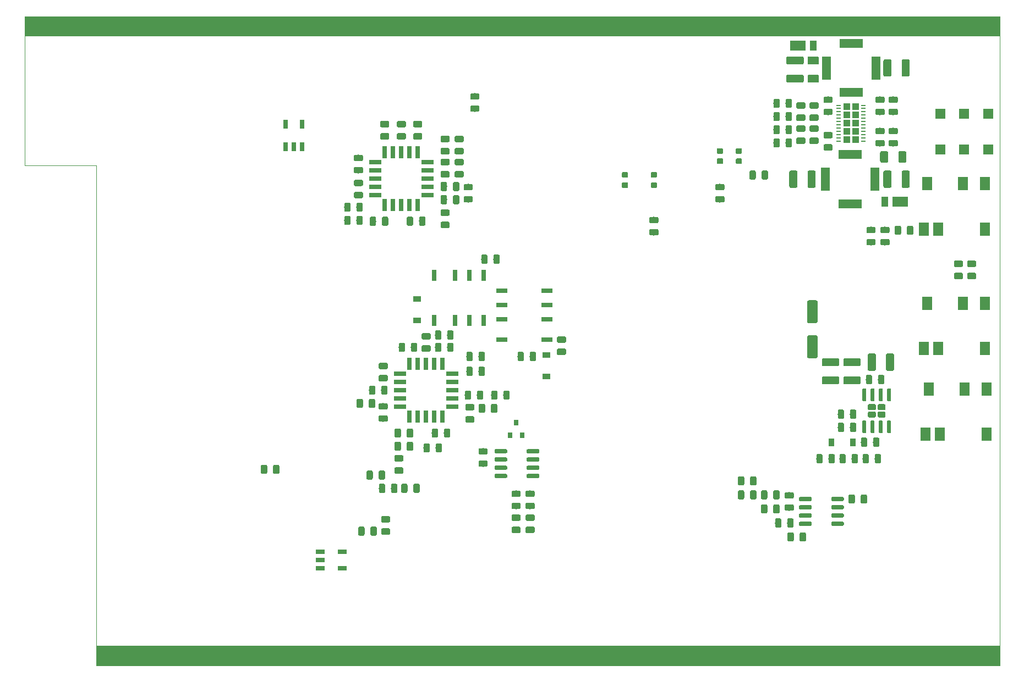
<source format=gbr>
%TF.GenerationSoftware,KiCad,Pcbnew,(5.1.2-1)-1*%
%TF.CreationDate,2019-08-24T23:22:50-04:00*%
%TF.ProjectId,ADIMB,4144494d-422e-46b6-9963-61645f706362,rev?*%
%TF.SameCoordinates,Original*%
%TF.FileFunction,Paste,Top*%
%TF.FilePolarity,Positive*%
%FSLAX46Y46*%
G04 Gerber Fmt 4.6, Leading zero omitted, Abs format (unit mm)*
G04 Created by KiCad (PCBNEW (5.1.2-1)-1) date 2019-08-24 23:22:50*
%MOMM*%
%LPD*%
G04 APERTURE LIST*
%ADD10C,0.100000*%
%ADD11C,0.050000*%
%ADD12C,0.600000*%
%ADD13C,0.975000*%
%ADD14R,0.800000X0.900000*%
%ADD15C,1.250000*%
%ADD16C,0.875000*%
%ADD17R,1.200000X0.900000*%
%ADD18R,1.500000X2.000000*%
%ADD19R,3.600000X1.400000*%
%ADD20R,1.400000X3.600000*%
%ADD21R,1.050000X1.500000*%
%ADD22R,2.400000X1.500000*%
%ADD23R,1.050000X1.050000*%
%ADD24R,0.700000X0.250000*%
%ADD25R,1.800000X0.800000*%
%ADD26R,1.400000X0.760000*%
%ADD27R,0.760000X1.400000*%
%ADD28R,1.500000X1.500000*%
%ADD29C,0.920000*%
%ADD30R,1.925000X0.700000*%
%ADD31R,0.700000X1.925000*%
%ADD32C,1.600000*%
%ADD33R,0.900000X1.200000*%
%ADD34R,0.800000X1.800000*%
G04 APERTURE END LIST*
D10*
G36*
X200000000Y-120000000D02*
G01*
X61000000Y-120000000D01*
X61000000Y-117000000D01*
X200000000Y-117000000D01*
X200000000Y-120000000D01*
G37*
X200000000Y-120000000D02*
X61000000Y-120000000D01*
X61000000Y-117000000D01*
X200000000Y-117000000D01*
X200000000Y-120000000D01*
G36*
X200000000Y-23000000D02*
G01*
X50000000Y-23000000D01*
X50000000Y-20000000D01*
X200000000Y-20000000D01*
X200000000Y-23000000D01*
G37*
X200000000Y-23000000D02*
X50000000Y-23000000D01*
X50000000Y-20000000D01*
X200000000Y-20000000D01*
X200000000Y-23000000D01*
D11*
X61000000Y-120000000D02*
X200000000Y-120000000D01*
X61000000Y-43000000D02*
X61000000Y-120000000D01*
X50000000Y-43000000D02*
X61000000Y-43000000D01*
X50000000Y-20000000D02*
X50000000Y-43000000D01*
X200000000Y-20000000D02*
X200000000Y-120000000D01*
X50000000Y-20000000D02*
X200000000Y-20000000D01*
D10*
G36*
X175907703Y-94061722D02*
G01*
X175922264Y-94063882D01*
X175936543Y-94067459D01*
X175950403Y-94072418D01*
X175963710Y-94078712D01*
X175976336Y-94086280D01*
X175988159Y-94095048D01*
X175999066Y-94104934D01*
X176008952Y-94115841D01*
X176017720Y-94127664D01*
X176025288Y-94140290D01*
X176031582Y-94153597D01*
X176036541Y-94167457D01*
X176040118Y-94181736D01*
X176042278Y-94196297D01*
X176043000Y-94211000D01*
X176043000Y-94511000D01*
X176042278Y-94525703D01*
X176040118Y-94540264D01*
X176036541Y-94554543D01*
X176031582Y-94568403D01*
X176025288Y-94581710D01*
X176017720Y-94594336D01*
X176008952Y-94606159D01*
X175999066Y-94617066D01*
X175988159Y-94626952D01*
X175976336Y-94635720D01*
X175963710Y-94643288D01*
X175950403Y-94649582D01*
X175936543Y-94654541D01*
X175922264Y-94658118D01*
X175907703Y-94660278D01*
X175893000Y-94661000D01*
X174243000Y-94661000D01*
X174228297Y-94660278D01*
X174213736Y-94658118D01*
X174199457Y-94654541D01*
X174185597Y-94649582D01*
X174172290Y-94643288D01*
X174159664Y-94635720D01*
X174147841Y-94626952D01*
X174136934Y-94617066D01*
X174127048Y-94606159D01*
X174118280Y-94594336D01*
X174110712Y-94581710D01*
X174104418Y-94568403D01*
X174099459Y-94554543D01*
X174095882Y-94540264D01*
X174093722Y-94525703D01*
X174093000Y-94511000D01*
X174093000Y-94211000D01*
X174093722Y-94196297D01*
X174095882Y-94181736D01*
X174099459Y-94167457D01*
X174104418Y-94153597D01*
X174110712Y-94140290D01*
X174118280Y-94127664D01*
X174127048Y-94115841D01*
X174136934Y-94104934D01*
X174147841Y-94095048D01*
X174159664Y-94086280D01*
X174172290Y-94078712D01*
X174185597Y-94072418D01*
X174199457Y-94067459D01*
X174213736Y-94063882D01*
X174228297Y-94061722D01*
X174243000Y-94061000D01*
X175893000Y-94061000D01*
X175907703Y-94061722D01*
X175907703Y-94061722D01*
G37*
D12*
X175068000Y-94361000D03*
D10*
G36*
X175907703Y-95331722D02*
G01*
X175922264Y-95333882D01*
X175936543Y-95337459D01*
X175950403Y-95342418D01*
X175963710Y-95348712D01*
X175976336Y-95356280D01*
X175988159Y-95365048D01*
X175999066Y-95374934D01*
X176008952Y-95385841D01*
X176017720Y-95397664D01*
X176025288Y-95410290D01*
X176031582Y-95423597D01*
X176036541Y-95437457D01*
X176040118Y-95451736D01*
X176042278Y-95466297D01*
X176043000Y-95481000D01*
X176043000Y-95781000D01*
X176042278Y-95795703D01*
X176040118Y-95810264D01*
X176036541Y-95824543D01*
X176031582Y-95838403D01*
X176025288Y-95851710D01*
X176017720Y-95864336D01*
X176008952Y-95876159D01*
X175999066Y-95887066D01*
X175988159Y-95896952D01*
X175976336Y-95905720D01*
X175963710Y-95913288D01*
X175950403Y-95919582D01*
X175936543Y-95924541D01*
X175922264Y-95928118D01*
X175907703Y-95930278D01*
X175893000Y-95931000D01*
X174243000Y-95931000D01*
X174228297Y-95930278D01*
X174213736Y-95928118D01*
X174199457Y-95924541D01*
X174185597Y-95919582D01*
X174172290Y-95913288D01*
X174159664Y-95905720D01*
X174147841Y-95896952D01*
X174136934Y-95887066D01*
X174127048Y-95876159D01*
X174118280Y-95864336D01*
X174110712Y-95851710D01*
X174104418Y-95838403D01*
X174099459Y-95824543D01*
X174095882Y-95810264D01*
X174093722Y-95795703D01*
X174093000Y-95781000D01*
X174093000Y-95481000D01*
X174093722Y-95466297D01*
X174095882Y-95451736D01*
X174099459Y-95437457D01*
X174104418Y-95423597D01*
X174110712Y-95410290D01*
X174118280Y-95397664D01*
X174127048Y-95385841D01*
X174136934Y-95374934D01*
X174147841Y-95365048D01*
X174159664Y-95356280D01*
X174172290Y-95348712D01*
X174185597Y-95342418D01*
X174199457Y-95337459D01*
X174213736Y-95333882D01*
X174228297Y-95331722D01*
X174243000Y-95331000D01*
X175893000Y-95331000D01*
X175907703Y-95331722D01*
X175907703Y-95331722D01*
G37*
D12*
X175068000Y-95631000D03*
D10*
G36*
X175907703Y-96601722D02*
G01*
X175922264Y-96603882D01*
X175936543Y-96607459D01*
X175950403Y-96612418D01*
X175963710Y-96618712D01*
X175976336Y-96626280D01*
X175988159Y-96635048D01*
X175999066Y-96644934D01*
X176008952Y-96655841D01*
X176017720Y-96667664D01*
X176025288Y-96680290D01*
X176031582Y-96693597D01*
X176036541Y-96707457D01*
X176040118Y-96721736D01*
X176042278Y-96736297D01*
X176043000Y-96751000D01*
X176043000Y-97051000D01*
X176042278Y-97065703D01*
X176040118Y-97080264D01*
X176036541Y-97094543D01*
X176031582Y-97108403D01*
X176025288Y-97121710D01*
X176017720Y-97134336D01*
X176008952Y-97146159D01*
X175999066Y-97157066D01*
X175988159Y-97166952D01*
X175976336Y-97175720D01*
X175963710Y-97183288D01*
X175950403Y-97189582D01*
X175936543Y-97194541D01*
X175922264Y-97198118D01*
X175907703Y-97200278D01*
X175893000Y-97201000D01*
X174243000Y-97201000D01*
X174228297Y-97200278D01*
X174213736Y-97198118D01*
X174199457Y-97194541D01*
X174185597Y-97189582D01*
X174172290Y-97183288D01*
X174159664Y-97175720D01*
X174147841Y-97166952D01*
X174136934Y-97157066D01*
X174127048Y-97146159D01*
X174118280Y-97134336D01*
X174110712Y-97121710D01*
X174104418Y-97108403D01*
X174099459Y-97094543D01*
X174095882Y-97080264D01*
X174093722Y-97065703D01*
X174093000Y-97051000D01*
X174093000Y-96751000D01*
X174093722Y-96736297D01*
X174095882Y-96721736D01*
X174099459Y-96707457D01*
X174104418Y-96693597D01*
X174110712Y-96680290D01*
X174118280Y-96667664D01*
X174127048Y-96655841D01*
X174136934Y-96644934D01*
X174147841Y-96635048D01*
X174159664Y-96626280D01*
X174172290Y-96618712D01*
X174185597Y-96612418D01*
X174199457Y-96607459D01*
X174213736Y-96603882D01*
X174228297Y-96601722D01*
X174243000Y-96601000D01*
X175893000Y-96601000D01*
X175907703Y-96601722D01*
X175907703Y-96601722D01*
G37*
D12*
X175068000Y-96901000D03*
D10*
G36*
X175907703Y-97871722D02*
G01*
X175922264Y-97873882D01*
X175936543Y-97877459D01*
X175950403Y-97882418D01*
X175963710Y-97888712D01*
X175976336Y-97896280D01*
X175988159Y-97905048D01*
X175999066Y-97914934D01*
X176008952Y-97925841D01*
X176017720Y-97937664D01*
X176025288Y-97950290D01*
X176031582Y-97963597D01*
X176036541Y-97977457D01*
X176040118Y-97991736D01*
X176042278Y-98006297D01*
X176043000Y-98021000D01*
X176043000Y-98321000D01*
X176042278Y-98335703D01*
X176040118Y-98350264D01*
X176036541Y-98364543D01*
X176031582Y-98378403D01*
X176025288Y-98391710D01*
X176017720Y-98404336D01*
X176008952Y-98416159D01*
X175999066Y-98427066D01*
X175988159Y-98436952D01*
X175976336Y-98445720D01*
X175963710Y-98453288D01*
X175950403Y-98459582D01*
X175936543Y-98464541D01*
X175922264Y-98468118D01*
X175907703Y-98470278D01*
X175893000Y-98471000D01*
X174243000Y-98471000D01*
X174228297Y-98470278D01*
X174213736Y-98468118D01*
X174199457Y-98464541D01*
X174185597Y-98459582D01*
X174172290Y-98453288D01*
X174159664Y-98445720D01*
X174147841Y-98436952D01*
X174136934Y-98427066D01*
X174127048Y-98416159D01*
X174118280Y-98404336D01*
X174110712Y-98391710D01*
X174104418Y-98378403D01*
X174099459Y-98364543D01*
X174095882Y-98350264D01*
X174093722Y-98335703D01*
X174093000Y-98321000D01*
X174093000Y-98021000D01*
X174093722Y-98006297D01*
X174095882Y-97991736D01*
X174099459Y-97977457D01*
X174104418Y-97963597D01*
X174110712Y-97950290D01*
X174118280Y-97937664D01*
X174127048Y-97925841D01*
X174136934Y-97914934D01*
X174147841Y-97905048D01*
X174159664Y-97896280D01*
X174172290Y-97888712D01*
X174185597Y-97882418D01*
X174199457Y-97877459D01*
X174213736Y-97873882D01*
X174228297Y-97871722D01*
X174243000Y-97871000D01*
X175893000Y-97871000D01*
X175907703Y-97871722D01*
X175907703Y-97871722D01*
G37*
D12*
X175068000Y-98171000D03*
D10*
G36*
X170957703Y-97871722D02*
G01*
X170972264Y-97873882D01*
X170986543Y-97877459D01*
X171000403Y-97882418D01*
X171013710Y-97888712D01*
X171026336Y-97896280D01*
X171038159Y-97905048D01*
X171049066Y-97914934D01*
X171058952Y-97925841D01*
X171067720Y-97937664D01*
X171075288Y-97950290D01*
X171081582Y-97963597D01*
X171086541Y-97977457D01*
X171090118Y-97991736D01*
X171092278Y-98006297D01*
X171093000Y-98021000D01*
X171093000Y-98321000D01*
X171092278Y-98335703D01*
X171090118Y-98350264D01*
X171086541Y-98364543D01*
X171081582Y-98378403D01*
X171075288Y-98391710D01*
X171067720Y-98404336D01*
X171058952Y-98416159D01*
X171049066Y-98427066D01*
X171038159Y-98436952D01*
X171026336Y-98445720D01*
X171013710Y-98453288D01*
X171000403Y-98459582D01*
X170986543Y-98464541D01*
X170972264Y-98468118D01*
X170957703Y-98470278D01*
X170943000Y-98471000D01*
X169293000Y-98471000D01*
X169278297Y-98470278D01*
X169263736Y-98468118D01*
X169249457Y-98464541D01*
X169235597Y-98459582D01*
X169222290Y-98453288D01*
X169209664Y-98445720D01*
X169197841Y-98436952D01*
X169186934Y-98427066D01*
X169177048Y-98416159D01*
X169168280Y-98404336D01*
X169160712Y-98391710D01*
X169154418Y-98378403D01*
X169149459Y-98364543D01*
X169145882Y-98350264D01*
X169143722Y-98335703D01*
X169143000Y-98321000D01*
X169143000Y-98021000D01*
X169143722Y-98006297D01*
X169145882Y-97991736D01*
X169149459Y-97977457D01*
X169154418Y-97963597D01*
X169160712Y-97950290D01*
X169168280Y-97937664D01*
X169177048Y-97925841D01*
X169186934Y-97914934D01*
X169197841Y-97905048D01*
X169209664Y-97896280D01*
X169222290Y-97888712D01*
X169235597Y-97882418D01*
X169249457Y-97877459D01*
X169263736Y-97873882D01*
X169278297Y-97871722D01*
X169293000Y-97871000D01*
X170943000Y-97871000D01*
X170957703Y-97871722D01*
X170957703Y-97871722D01*
G37*
D12*
X170118000Y-98171000D03*
D10*
G36*
X170957703Y-96601722D02*
G01*
X170972264Y-96603882D01*
X170986543Y-96607459D01*
X171000403Y-96612418D01*
X171013710Y-96618712D01*
X171026336Y-96626280D01*
X171038159Y-96635048D01*
X171049066Y-96644934D01*
X171058952Y-96655841D01*
X171067720Y-96667664D01*
X171075288Y-96680290D01*
X171081582Y-96693597D01*
X171086541Y-96707457D01*
X171090118Y-96721736D01*
X171092278Y-96736297D01*
X171093000Y-96751000D01*
X171093000Y-97051000D01*
X171092278Y-97065703D01*
X171090118Y-97080264D01*
X171086541Y-97094543D01*
X171081582Y-97108403D01*
X171075288Y-97121710D01*
X171067720Y-97134336D01*
X171058952Y-97146159D01*
X171049066Y-97157066D01*
X171038159Y-97166952D01*
X171026336Y-97175720D01*
X171013710Y-97183288D01*
X171000403Y-97189582D01*
X170986543Y-97194541D01*
X170972264Y-97198118D01*
X170957703Y-97200278D01*
X170943000Y-97201000D01*
X169293000Y-97201000D01*
X169278297Y-97200278D01*
X169263736Y-97198118D01*
X169249457Y-97194541D01*
X169235597Y-97189582D01*
X169222290Y-97183288D01*
X169209664Y-97175720D01*
X169197841Y-97166952D01*
X169186934Y-97157066D01*
X169177048Y-97146159D01*
X169168280Y-97134336D01*
X169160712Y-97121710D01*
X169154418Y-97108403D01*
X169149459Y-97094543D01*
X169145882Y-97080264D01*
X169143722Y-97065703D01*
X169143000Y-97051000D01*
X169143000Y-96751000D01*
X169143722Y-96736297D01*
X169145882Y-96721736D01*
X169149459Y-96707457D01*
X169154418Y-96693597D01*
X169160712Y-96680290D01*
X169168280Y-96667664D01*
X169177048Y-96655841D01*
X169186934Y-96644934D01*
X169197841Y-96635048D01*
X169209664Y-96626280D01*
X169222290Y-96618712D01*
X169235597Y-96612418D01*
X169249457Y-96607459D01*
X169263736Y-96603882D01*
X169278297Y-96601722D01*
X169293000Y-96601000D01*
X170943000Y-96601000D01*
X170957703Y-96601722D01*
X170957703Y-96601722D01*
G37*
D12*
X170118000Y-96901000D03*
D10*
G36*
X170957703Y-95331722D02*
G01*
X170972264Y-95333882D01*
X170986543Y-95337459D01*
X171000403Y-95342418D01*
X171013710Y-95348712D01*
X171026336Y-95356280D01*
X171038159Y-95365048D01*
X171049066Y-95374934D01*
X171058952Y-95385841D01*
X171067720Y-95397664D01*
X171075288Y-95410290D01*
X171081582Y-95423597D01*
X171086541Y-95437457D01*
X171090118Y-95451736D01*
X171092278Y-95466297D01*
X171093000Y-95481000D01*
X171093000Y-95781000D01*
X171092278Y-95795703D01*
X171090118Y-95810264D01*
X171086541Y-95824543D01*
X171081582Y-95838403D01*
X171075288Y-95851710D01*
X171067720Y-95864336D01*
X171058952Y-95876159D01*
X171049066Y-95887066D01*
X171038159Y-95896952D01*
X171026336Y-95905720D01*
X171013710Y-95913288D01*
X171000403Y-95919582D01*
X170986543Y-95924541D01*
X170972264Y-95928118D01*
X170957703Y-95930278D01*
X170943000Y-95931000D01*
X169293000Y-95931000D01*
X169278297Y-95930278D01*
X169263736Y-95928118D01*
X169249457Y-95924541D01*
X169235597Y-95919582D01*
X169222290Y-95913288D01*
X169209664Y-95905720D01*
X169197841Y-95896952D01*
X169186934Y-95887066D01*
X169177048Y-95876159D01*
X169168280Y-95864336D01*
X169160712Y-95851710D01*
X169154418Y-95838403D01*
X169149459Y-95824543D01*
X169145882Y-95810264D01*
X169143722Y-95795703D01*
X169143000Y-95781000D01*
X169143000Y-95481000D01*
X169143722Y-95466297D01*
X169145882Y-95451736D01*
X169149459Y-95437457D01*
X169154418Y-95423597D01*
X169160712Y-95410290D01*
X169168280Y-95397664D01*
X169177048Y-95385841D01*
X169186934Y-95374934D01*
X169197841Y-95365048D01*
X169209664Y-95356280D01*
X169222290Y-95348712D01*
X169235597Y-95342418D01*
X169249457Y-95337459D01*
X169263736Y-95333882D01*
X169278297Y-95331722D01*
X169293000Y-95331000D01*
X170943000Y-95331000D01*
X170957703Y-95331722D01*
X170957703Y-95331722D01*
G37*
D12*
X170118000Y-95631000D03*
D10*
G36*
X170957703Y-94061722D02*
G01*
X170972264Y-94063882D01*
X170986543Y-94067459D01*
X171000403Y-94072418D01*
X171013710Y-94078712D01*
X171026336Y-94086280D01*
X171038159Y-94095048D01*
X171049066Y-94104934D01*
X171058952Y-94115841D01*
X171067720Y-94127664D01*
X171075288Y-94140290D01*
X171081582Y-94153597D01*
X171086541Y-94167457D01*
X171090118Y-94181736D01*
X171092278Y-94196297D01*
X171093000Y-94211000D01*
X171093000Y-94511000D01*
X171092278Y-94525703D01*
X171090118Y-94540264D01*
X171086541Y-94554543D01*
X171081582Y-94568403D01*
X171075288Y-94581710D01*
X171067720Y-94594336D01*
X171058952Y-94606159D01*
X171049066Y-94617066D01*
X171038159Y-94626952D01*
X171026336Y-94635720D01*
X171013710Y-94643288D01*
X171000403Y-94649582D01*
X170986543Y-94654541D01*
X170972264Y-94658118D01*
X170957703Y-94660278D01*
X170943000Y-94661000D01*
X169293000Y-94661000D01*
X169278297Y-94660278D01*
X169263736Y-94658118D01*
X169249457Y-94654541D01*
X169235597Y-94649582D01*
X169222290Y-94643288D01*
X169209664Y-94635720D01*
X169197841Y-94626952D01*
X169186934Y-94617066D01*
X169177048Y-94606159D01*
X169168280Y-94594336D01*
X169160712Y-94581710D01*
X169154418Y-94568403D01*
X169149459Y-94554543D01*
X169145882Y-94540264D01*
X169143722Y-94525703D01*
X169143000Y-94511000D01*
X169143000Y-94211000D01*
X169143722Y-94196297D01*
X169145882Y-94181736D01*
X169149459Y-94167457D01*
X169154418Y-94153597D01*
X169160712Y-94140290D01*
X169168280Y-94127664D01*
X169177048Y-94115841D01*
X169186934Y-94104934D01*
X169197841Y-94095048D01*
X169209664Y-94086280D01*
X169222290Y-94078712D01*
X169235597Y-94072418D01*
X169249457Y-94067459D01*
X169263736Y-94063882D01*
X169278297Y-94061722D01*
X169293000Y-94061000D01*
X170943000Y-94061000D01*
X170957703Y-94061722D01*
X170957703Y-94061722D01*
G37*
D12*
X170118000Y-94361000D03*
D10*
G36*
X165924142Y-95186174D02*
G01*
X165947803Y-95189684D01*
X165971007Y-95195496D01*
X165993529Y-95203554D01*
X166015153Y-95213782D01*
X166035670Y-95226079D01*
X166054883Y-95240329D01*
X166072607Y-95256393D01*
X166088671Y-95274117D01*
X166102921Y-95293330D01*
X166115218Y-95313847D01*
X166125446Y-95335471D01*
X166133504Y-95357993D01*
X166139316Y-95381197D01*
X166142826Y-95404858D01*
X166144000Y-95428750D01*
X166144000Y-96341250D01*
X166142826Y-96365142D01*
X166139316Y-96388803D01*
X166133504Y-96412007D01*
X166125446Y-96434529D01*
X166115218Y-96456153D01*
X166102921Y-96476670D01*
X166088671Y-96495883D01*
X166072607Y-96513607D01*
X166054883Y-96529671D01*
X166035670Y-96543921D01*
X166015153Y-96556218D01*
X165993529Y-96566446D01*
X165971007Y-96574504D01*
X165947803Y-96580316D01*
X165924142Y-96583826D01*
X165900250Y-96585000D01*
X165412750Y-96585000D01*
X165388858Y-96583826D01*
X165365197Y-96580316D01*
X165341993Y-96574504D01*
X165319471Y-96566446D01*
X165297847Y-96556218D01*
X165277330Y-96543921D01*
X165258117Y-96529671D01*
X165240393Y-96513607D01*
X165224329Y-96495883D01*
X165210079Y-96476670D01*
X165197782Y-96456153D01*
X165187554Y-96434529D01*
X165179496Y-96412007D01*
X165173684Y-96388803D01*
X165170174Y-96365142D01*
X165169000Y-96341250D01*
X165169000Y-95428750D01*
X165170174Y-95404858D01*
X165173684Y-95381197D01*
X165179496Y-95357993D01*
X165187554Y-95335471D01*
X165197782Y-95313847D01*
X165210079Y-95293330D01*
X165224329Y-95274117D01*
X165240393Y-95256393D01*
X165258117Y-95240329D01*
X165277330Y-95226079D01*
X165297847Y-95213782D01*
X165319471Y-95203554D01*
X165341993Y-95195496D01*
X165365197Y-95189684D01*
X165388858Y-95186174D01*
X165412750Y-95185000D01*
X165900250Y-95185000D01*
X165924142Y-95186174D01*
X165924142Y-95186174D01*
G37*
D13*
X165656500Y-95885000D03*
D10*
G36*
X164049142Y-95186174D02*
G01*
X164072803Y-95189684D01*
X164096007Y-95195496D01*
X164118529Y-95203554D01*
X164140153Y-95213782D01*
X164160670Y-95226079D01*
X164179883Y-95240329D01*
X164197607Y-95256393D01*
X164213671Y-95274117D01*
X164227921Y-95293330D01*
X164240218Y-95313847D01*
X164250446Y-95335471D01*
X164258504Y-95357993D01*
X164264316Y-95381197D01*
X164267826Y-95404858D01*
X164269000Y-95428750D01*
X164269000Y-96341250D01*
X164267826Y-96365142D01*
X164264316Y-96388803D01*
X164258504Y-96412007D01*
X164250446Y-96434529D01*
X164240218Y-96456153D01*
X164227921Y-96476670D01*
X164213671Y-96495883D01*
X164197607Y-96513607D01*
X164179883Y-96529671D01*
X164160670Y-96543921D01*
X164140153Y-96556218D01*
X164118529Y-96566446D01*
X164096007Y-96574504D01*
X164072803Y-96580316D01*
X164049142Y-96583826D01*
X164025250Y-96585000D01*
X163537750Y-96585000D01*
X163513858Y-96583826D01*
X163490197Y-96580316D01*
X163466993Y-96574504D01*
X163444471Y-96566446D01*
X163422847Y-96556218D01*
X163402330Y-96543921D01*
X163383117Y-96529671D01*
X163365393Y-96513607D01*
X163349329Y-96495883D01*
X163335079Y-96476670D01*
X163322782Y-96456153D01*
X163312554Y-96434529D01*
X163304496Y-96412007D01*
X163298684Y-96388803D01*
X163295174Y-96365142D01*
X163294000Y-96341250D01*
X163294000Y-95428750D01*
X163295174Y-95404858D01*
X163298684Y-95381197D01*
X163304496Y-95357993D01*
X163312554Y-95335471D01*
X163322782Y-95313847D01*
X163335079Y-95293330D01*
X163349329Y-95274117D01*
X163365393Y-95256393D01*
X163383117Y-95240329D01*
X163402330Y-95226079D01*
X163422847Y-95213782D01*
X163444471Y-95203554D01*
X163466993Y-95195496D01*
X163490197Y-95189684D01*
X163513858Y-95186174D01*
X163537750Y-95185000D01*
X164025250Y-95185000D01*
X164049142Y-95186174D01*
X164049142Y-95186174D01*
G37*
D13*
X163781500Y-95885000D03*
D10*
G36*
X168120142Y-93318174D02*
G01*
X168143803Y-93321684D01*
X168167007Y-93327496D01*
X168189529Y-93335554D01*
X168211153Y-93345782D01*
X168231670Y-93358079D01*
X168250883Y-93372329D01*
X168268607Y-93388393D01*
X168284671Y-93406117D01*
X168298921Y-93425330D01*
X168311218Y-93445847D01*
X168321446Y-93467471D01*
X168329504Y-93489993D01*
X168335316Y-93513197D01*
X168338826Y-93536858D01*
X168340000Y-93560750D01*
X168340000Y-94048250D01*
X168338826Y-94072142D01*
X168335316Y-94095803D01*
X168329504Y-94119007D01*
X168321446Y-94141529D01*
X168311218Y-94163153D01*
X168298921Y-94183670D01*
X168284671Y-94202883D01*
X168268607Y-94220607D01*
X168250883Y-94236671D01*
X168231670Y-94250921D01*
X168211153Y-94263218D01*
X168189529Y-94273446D01*
X168167007Y-94281504D01*
X168143803Y-94287316D01*
X168120142Y-94290826D01*
X168096250Y-94292000D01*
X167183750Y-94292000D01*
X167159858Y-94290826D01*
X167136197Y-94287316D01*
X167112993Y-94281504D01*
X167090471Y-94273446D01*
X167068847Y-94263218D01*
X167048330Y-94250921D01*
X167029117Y-94236671D01*
X167011393Y-94220607D01*
X166995329Y-94202883D01*
X166981079Y-94183670D01*
X166968782Y-94163153D01*
X166958554Y-94141529D01*
X166950496Y-94119007D01*
X166944684Y-94095803D01*
X166941174Y-94072142D01*
X166940000Y-94048250D01*
X166940000Y-93560750D01*
X166941174Y-93536858D01*
X166944684Y-93513197D01*
X166950496Y-93489993D01*
X166958554Y-93467471D01*
X166968782Y-93445847D01*
X166981079Y-93425330D01*
X166995329Y-93406117D01*
X167011393Y-93388393D01*
X167029117Y-93372329D01*
X167048330Y-93358079D01*
X167068847Y-93345782D01*
X167090471Y-93335554D01*
X167112993Y-93327496D01*
X167136197Y-93321684D01*
X167159858Y-93318174D01*
X167183750Y-93317000D01*
X168096250Y-93317000D01*
X168120142Y-93318174D01*
X168120142Y-93318174D01*
G37*
D13*
X167640000Y-93804500D03*
D10*
G36*
X168120142Y-95193174D02*
G01*
X168143803Y-95196684D01*
X168167007Y-95202496D01*
X168189529Y-95210554D01*
X168211153Y-95220782D01*
X168231670Y-95233079D01*
X168250883Y-95247329D01*
X168268607Y-95263393D01*
X168284671Y-95281117D01*
X168298921Y-95300330D01*
X168311218Y-95320847D01*
X168321446Y-95342471D01*
X168329504Y-95364993D01*
X168335316Y-95388197D01*
X168338826Y-95411858D01*
X168340000Y-95435750D01*
X168340000Y-95923250D01*
X168338826Y-95947142D01*
X168335316Y-95970803D01*
X168329504Y-95994007D01*
X168321446Y-96016529D01*
X168311218Y-96038153D01*
X168298921Y-96058670D01*
X168284671Y-96077883D01*
X168268607Y-96095607D01*
X168250883Y-96111671D01*
X168231670Y-96125921D01*
X168211153Y-96138218D01*
X168189529Y-96148446D01*
X168167007Y-96156504D01*
X168143803Y-96162316D01*
X168120142Y-96165826D01*
X168096250Y-96167000D01*
X167183750Y-96167000D01*
X167159858Y-96165826D01*
X167136197Y-96162316D01*
X167112993Y-96156504D01*
X167090471Y-96148446D01*
X167068847Y-96138218D01*
X167048330Y-96125921D01*
X167029117Y-96111671D01*
X167011393Y-96095607D01*
X166995329Y-96077883D01*
X166981079Y-96058670D01*
X166968782Y-96038153D01*
X166958554Y-96016529D01*
X166950496Y-95994007D01*
X166944684Y-95970803D01*
X166941174Y-95947142D01*
X166940000Y-95923250D01*
X166940000Y-95435750D01*
X166941174Y-95411858D01*
X166944684Y-95388197D01*
X166950496Y-95364993D01*
X166958554Y-95342471D01*
X166968782Y-95320847D01*
X166981079Y-95300330D01*
X166995329Y-95281117D01*
X167011393Y-95263393D01*
X167029117Y-95247329D01*
X167048330Y-95233079D01*
X167068847Y-95220782D01*
X167090471Y-95210554D01*
X167112993Y-95202496D01*
X167136197Y-95196684D01*
X167159858Y-95193174D01*
X167183750Y-95192000D01*
X168096250Y-95192000D01*
X168120142Y-95193174D01*
X168120142Y-95193174D01*
G37*
D13*
X167640000Y-95679500D03*
D10*
G36*
X166208142Y-97345174D02*
G01*
X166231803Y-97348684D01*
X166255007Y-97354496D01*
X166277529Y-97362554D01*
X166299153Y-97372782D01*
X166319670Y-97385079D01*
X166338883Y-97399329D01*
X166356607Y-97415393D01*
X166372671Y-97433117D01*
X166386921Y-97452330D01*
X166399218Y-97472847D01*
X166409446Y-97494471D01*
X166417504Y-97516993D01*
X166423316Y-97540197D01*
X166426826Y-97563858D01*
X166428000Y-97587750D01*
X166428000Y-98500250D01*
X166426826Y-98524142D01*
X166423316Y-98547803D01*
X166417504Y-98571007D01*
X166409446Y-98593529D01*
X166399218Y-98615153D01*
X166386921Y-98635670D01*
X166372671Y-98654883D01*
X166356607Y-98672607D01*
X166338883Y-98688671D01*
X166319670Y-98702921D01*
X166299153Y-98715218D01*
X166277529Y-98725446D01*
X166255007Y-98733504D01*
X166231803Y-98739316D01*
X166208142Y-98742826D01*
X166184250Y-98744000D01*
X165696750Y-98744000D01*
X165672858Y-98742826D01*
X165649197Y-98739316D01*
X165625993Y-98733504D01*
X165603471Y-98725446D01*
X165581847Y-98715218D01*
X165561330Y-98702921D01*
X165542117Y-98688671D01*
X165524393Y-98672607D01*
X165508329Y-98654883D01*
X165494079Y-98635670D01*
X165481782Y-98615153D01*
X165471554Y-98593529D01*
X165463496Y-98571007D01*
X165457684Y-98547803D01*
X165454174Y-98524142D01*
X165453000Y-98500250D01*
X165453000Y-97587750D01*
X165454174Y-97563858D01*
X165457684Y-97540197D01*
X165463496Y-97516993D01*
X165471554Y-97494471D01*
X165481782Y-97472847D01*
X165494079Y-97452330D01*
X165508329Y-97433117D01*
X165524393Y-97415393D01*
X165542117Y-97399329D01*
X165561330Y-97385079D01*
X165581847Y-97372782D01*
X165603471Y-97362554D01*
X165625993Y-97354496D01*
X165649197Y-97348684D01*
X165672858Y-97345174D01*
X165696750Y-97344000D01*
X166184250Y-97344000D01*
X166208142Y-97345174D01*
X166208142Y-97345174D01*
G37*
D13*
X165940500Y-98044000D03*
D10*
G36*
X168083142Y-97345174D02*
G01*
X168106803Y-97348684D01*
X168130007Y-97354496D01*
X168152529Y-97362554D01*
X168174153Y-97372782D01*
X168194670Y-97385079D01*
X168213883Y-97399329D01*
X168231607Y-97415393D01*
X168247671Y-97433117D01*
X168261921Y-97452330D01*
X168274218Y-97472847D01*
X168284446Y-97494471D01*
X168292504Y-97516993D01*
X168298316Y-97540197D01*
X168301826Y-97563858D01*
X168303000Y-97587750D01*
X168303000Y-98500250D01*
X168301826Y-98524142D01*
X168298316Y-98547803D01*
X168292504Y-98571007D01*
X168284446Y-98593529D01*
X168274218Y-98615153D01*
X168261921Y-98635670D01*
X168247671Y-98654883D01*
X168231607Y-98672607D01*
X168213883Y-98688671D01*
X168194670Y-98702921D01*
X168174153Y-98715218D01*
X168152529Y-98725446D01*
X168130007Y-98733504D01*
X168106803Y-98739316D01*
X168083142Y-98742826D01*
X168059250Y-98744000D01*
X167571750Y-98744000D01*
X167547858Y-98742826D01*
X167524197Y-98739316D01*
X167500993Y-98733504D01*
X167478471Y-98725446D01*
X167456847Y-98715218D01*
X167436330Y-98702921D01*
X167417117Y-98688671D01*
X167399393Y-98672607D01*
X167383329Y-98654883D01*
X167369079Y-98635670D01*
X167356782Y-98615153D01*
X167346554Y-98593529D01*
X167338496Y-98571007D01*
X167332684Y-98547803D01*
X167329174Y-98524142D01*
X167328000Y-98500250D01*
X167328000Y-97587750D01*
X167329174Y-97563858D01*
X167332684Y-97540197D01*
X167338496Y-97516993D01*
X167346554Y-97494471D01*
X167356782Y-97472847D01*
X167369079Y-97452330D01*
X167383329Y-97433117D01*
X167399393Y-97415393D01*
X167417117Y-97399329D01*
X167436330Y-97385079D01*
X167456847Y-97372782D01*
X167478471Y-97362554D01*
X167500993Y-97354496D01*
X167524197Y-97348684D01*
X167547858Y-97345174D01*
X167571750Y-97344000D01*
X168059250Y-97344000D01*
X168083142Y-97345174D01*
X168083142Y-97345174D01*
G37*
D13*
X167815500Y-98044000D03*
D10*
G36*
X160493142Y-93027174D02*
G01*
X160516803Y-93030684D01*
X160540007Y-93036496D01*
X160562529Y-93044554D01*
X160584153Y-93054782D01*
X160604670Y-93067079D01*
X160623883Y-93081329D01*
X160641607Y-93097393D01*
X160657671Y-93115117D01*
X160671921Y-93134330D01*
X160684218Y-93154847D01*
X160694446Y-93176471D01*
X160702504Y-93198993D01*
X160708316Y-93222197D01*
X160711826Y-93245858D01*
X160713000Y-93269750D01*
X160713000Y-94182250D01*
X160711826Y-94206142D01*
X160708316Y-94229803D01*
X160702504Y-94253007D01*
X160694446Y-94275529D01*
X160684218Y-94297153D01*
X160671921Y-94317670D01*
X160657671Y-94336883D01*
X160641607Y-94354607D01*
X160623883Y-94370671D01*
X160604670Y-94384921D01*
X160584153Y-94397218D01*
X160562529Y-94407446D01*
X160540007Y-94415504D01*
X160516803Y-94421316D01*
X160493142Y-94424826D01*
X160469250Y-94426000D01*
X159981750Y-94426000D01*
X159957858Y-94424826D01*
X159934197Y-94421316D01*
X159910993Y-94415504D01*
X159888471Y-94407446D01*
X159866847Y-94397218D01*
X159846330Y-94384921D01*
X159827117Y-94370671D01*
X159809393Y-94354607D01*
X159793329Y-94336883D01*
X159779079Y-94317670D01*
X159766782Y-94297153D01*
X159756554Y-94275529D01*
X159748496Y-94253007D01*
X159742684Y-94229803D01*
X159739174Y-94206142D01*
X159738000Y-94182250D01*
X159738000Y-93269750D01*
X159739174Y-93245858D01*
X159742684Y-93222197D01*
X159748496Y-93198993D01*
X159756554Y-93176471D01*
X159766782Y-93154847D01*
X159779079Y-93134330D01*
X159793329Y-93115117D01*
X159809393Y-93097393D01*
X159827117Y-93081329D01*
X159846330Y-93067079D01*
X159866847Y-93054782D01*
X159888471Y-93044554D01*
X159910993Y-93036496D01*
X159934197Y-93030684D01*
X159957858Y-93027174D01*
X159981750Y-93026000D01*
X160469250Y-93026000D01*
X160493142Y-93027174D01*
X160493142Y-93027174D01*
G37*
D13*
X160225500Y-93726000D03*
D10*
G36*
X162368142Y-93027174D02*
G01*
X162391803Y-93030684D01*
X162415007Y-93036496D01*
X162437529Y-93044554D01*
X162459153Y-93054782D01*
X162479670Y-93067079D01*
X162498883Y-93081329D01*
X162516607Y-93097393D01*
X162532671Y-93115117D01*
X162546921Y-93134330D01*
X162559218Y-93154847D01*
X162569446Y-93176471D01*
X162577504Y-93198993D01*
X162583316Y-93222197D01*
X162586826Y-93245858D01*
X162588000Y-93269750D01*
X162588000Y-94182250D01*
X162586826Y-94206142D01*
X162583316Y-94229803D01*
X162577504Y-94253007D01*
X162569446Y-94275529D01*
X162559218Y-94297153D01*
X162546921Y-94317670D01*
X162532671Y-94336883D01*
X162516607Y-94354607D01*
X162498883Y-94370671D01*
X162479670Y-94384921D01*
X162459153Y-94397218D01*
X162437529Y-94407446D01*
X162415007Y-94415504D01*
X162391803Y-94421316D01*
X162368142Y-94424826D01*
X162344250Y-94426000D01*
X161856750Y-94426000D01*
X161832858Y-94424826D01*
X161809197Y-94421316D01*
X161785993Y-94415504D01*
X161763471Y-94407446D01*
X161741847Y-94397218D01*
X161721330Y-94384921D01*
X161702117Y-94370671D01*
X161684393Y-94354607D01*
X161668329Y-94336883D01*
X161654079Y-94317670D01*
X161641782Y-94297153D01*
X161631554Y-94275529D01*
X161623496Y-94253007D01*
X161617684Y-94229803D01*
X161614174Y-94206142D01*
X161613000Y-94182250D01*
X161613000Y-93269750D01*
X161614174Y-93245858D01*
X161617684Y-93222197D01*
X161623496Y-93198993D01*
X161631554Y-93176471D01*
X161641782Y-93154847D01*
X161654079Y-93134330D01*
X161668329Y-93115117D01*
X161684393Y-93097393D01*
X161702117Y-93081329D01*
X161721330Y-93067079D01*
X161741847Y-93054782D01*
X161763471Y-93044554D01*
X161785993Y-93036496D01*
X161809197Y-93030684D01*
X161832858Y-93027174D01*
X161856750Y-93026000D01*
X162344250Y-93026000D01*
X162368142Y-93027174D01*
X162368142Y-93027174D01*
G37*
D13*
X162100500Y-93726000D03*
D10*
G36*
X177511142Y-93662174D02*
G01*
X177534803Y-93665684D01*
X177558007Y-93671496D01*
X177580529Y-93679554D01*
X177602153Y-93689782D01*
X177622670Y-93702079D01*
X177641883Y-93716329D01*
X177659607Y-93732393D01*
X177675671Y-93750117D01*
X177689921Y-93769330D01*
X177702218Y-93789847D01*
X177712446Y-93811471D01*
X177720504Y-93833993D01*
X177726316Y-93857197D01*
X177729826Y-93880858D01*
X177731000Y-93904750D01*
X177731000Y-94817250D01*
X177729826Y-94841142D01*
X177726316Y-94864803D01*
X177720504Y-94888007D01*
X177712446Y-94910529D01*
X177702218Y-94932153D01*
X177689921Y-94952670D01*
X177675671Y-94971883D01*
X177659607Y-94989607D01*
X177641883Y-95005671D01*
X177622670Y-95019921D01*
X177602153Y-95032218D01*
X177580529Y-95042446D01*
X177558007Y-95050504D01*
X177534803Y-95056316D01*
X177511142Y-95059826D01*
X177487250Y-95061000D01*
X176999750Y-95061000D01*
X176975858Y-95059826D01*
X176952197Y-95056316D01*
X176928993Y-95050504D01*
X176906471Y-95042446D01*
X176884847Y-95032218D01*
X176864330Y-95019921D01*
X176845117Y-95005671D01*
X176827393Y-94989607D01*
X176811329Y-94971883D01*
X176797079Y-94952670D01*
X176784782Y-94932153D01*
X176774554Y-94910529D01*
X176766496Y-94888007D01*
X176760684Y-94864803D01*
X176757174Y-94841142D01*
X176756000Y-94817250D01*
X176756000Y-93904750D01*
X176757174Y-93880858D01*
X176760684Y-93857197D01*
X176766496Y-93833993D01*
X176774554Y-93811471D01*
X176784782Y-93789847D01*
X176797079Y-93769330D01*
X176811329Y-93750117D01*
X176827393Y-93732393D01*
X176845117Y-93716329D01*
X176864330Y-93702079D01*
X176884847Y-93689782D01*
X176906471Y-93679554D01*
X176928993Y-93671496D01*
X176952197Y-93665684D01*
X176975858Y-93662174D01*
X176999750Y-93661000D01*
X177487250Y-93661000D01*
X177511142Y-93662174D01*
X177511142Y-93662174D01*
G37*
D13*
X177243500Y-94361000D03*
D10*
G36*
X179386142Y-93662174D02*
G01*
X179409803Y-93665684D01*
X179433007Y-93671496D01*
X179455529Y-93679554D01*
X179477153Y-93689782D01*
X179497670Y-93702079D01*
X179516883Y-93716329D01*
X179534607Y-93732393D01*
X179550671Y-93750117D01*
X179564921Y-93769330D01*
X179577218Y-93789847D01*
X179587446Y-93811471D01*
X179595504Y-93833993D01*
X179601316Y-93857197D01*
X179604826Y-93880858D01*
X179606000Y-93904750D01*
X179606000Y-94817250D01*
X179604826Y-94841142D01*
X179601316Y-94864803D01*
X179595504Y-94888007D01*
X179587446Y-94910529D01*
X179577218Y-94932153D01*
X179564921Y-94952670D01*
X179550671Y-94971883D01*
X179534607Y-94989607D01*
X179516883Y-95005671D01*
X179497670Y-95019921D01*
X179477153Y-95032218D01*
X179455529Y-95042446D01*
X179433007Y-95050504D01*
X179409803Y-95056316D01*
X179386142Y-95059826D01*
X179362250Y-95061000D01*
X178874750Y-95061000D01*
X178850858Y-95059826D01*
X178827197Y-95056316D01*
X178803993Y-95050504D01*
X178781471Y-95042446D01*
X178759847Y-95032218D01*
X178739330Y-95019921D01*
X178720117Y-95005671D01*
X178702393Y-94989607D01*
X178686329Y-94971883D01*
X178672079Y-94952670D01*
X178659782Y-94932153D01*
X178649554Y-94910529D01*
X178641496Y-94888007D01*
X178635684Y-94864803D01*
X178632174Y-94841142D01*
X178631000Y-94817250D01*
X178631000Y-93904750D01*
X178632174Y-93880858D01*
X178635684Y-93857197D01*
X178641496Y-93833993D01*
X178649554Y-93811471D01*
X178659782Y-93789847D01*
X178672079Y-93769330D01*
X178686329Y-93750117D01*
X178702393Y-93732393D01*
X178720117Y-93716329D01*
X178739330Y-93702079D01*
X178759847Y-93689782D01*
X178781471Y-93679554D01*
X178803993Y-93671496D01*
X178827197Y-93665684D01*
X178850858Y-93662174D01*
X178874750Y-93661000D01*
X179362250Y-93661000D01*
X179386142Y-93662174D01*
X179386142Y-93662174D01*
G37*
D13*
X179118500Y-94361000D03*
D10*
G36*
X165924142Y-93027174D02*
G01*
X165947803Y-93030684D01*
X165971007Y-93036496D01*
X165993529Y-93044554D01*
X166015153Y-93054782D01*
X166035670Y-93067079D01*
X166054883Y-93081329D01*
X166072607Y-93097393D01*
X166088671Y-93115117D01*
X166102921Y-93134330D01*
X166115218Y-93154847D01*
X166125446Y-93176471D01*
X166133504Y-93198993D01*
X166139316Y-93222197D01*
X166142826Y-93245858D01*
X166144000Y-93269750D01*
X166144000Y-94182250D01*
X166142826Y-94206142D01*
X166139316Y-94229803D01*
X166133504Y-94253007D01*
X166125446Y-94275529D01*
X166115218Y-94297153D01*
X166102921Y-94317670D01*
X166088671Y-94336883D01*
X166072607Y-94354607D01*
X166054883Y-94370671D01*
X166035670Y-94384921D01*
X166015153Y-94397218D01*
X165993529Y-94407446D01*
X165971007Y-94415504D01*
X165947803Y-94421316D01*
X165924142Y-94424826D01*
X165900250Y-94426000D01*
X165412750Y-94426000D01*
X165388858Y-94424826D01*
X165365197Y-94421316D01*
X165341993Y-94415504D01*
X165319471Y-94407446D01*
X165297847Y-94397218D01*
X165277330Y-94384921D01*
X165258117Y-94370671D01*
X165240393Y-94354607D01*
X165224329Y-94336883D01*
X165210079Y-94317670D01*
X165197782Y-94297153D01*
X165187554Y-94275529D01*
X165179496Y-94253007D01*
X165173684Y-94229803D01*
X165170174Y-94206142D01*
X165169000Y-94182250D01*
X165169000Y-93269750D01*
X165170174Y-93245858D01*
X165173684Y-93222197D01*
X165179496Y-93198993D01*
X165187554Y-93176471D01*
X165197782Y-93154847D01*
X165210079Y-93134330D01*
X165224329Y-93115117D01*
X165240393Y-93097393D01*
X165258117Y-93081329D01*
X165277330Y-93067079D01*
X165297847Y-93054782D01*
X165319471Y-93044554D01*
X165341993Y-93036496D01*
X165365197Y-93030684D01*
X165388858Y-93027174D01*
X165412750Y-93026000D01*
X165900250Y-93026000D01*
X165924142Y-93027174D01*
X165924142Y-93027174D01*
G37*
D13*
X165656500Y-93726000D03*
D10*
G36*
X164049142Y-93027174D02*
G01*
X164072803Y-93030684D01*
X164096007Y-93036496D01*
X164118529Y-93044554D01*
X164140153Y-93054782D01*
X164160670Y-93067079D01*
X164179883Y-93081329D01*
X164197607Y-93097393D01*
X164213671Y-93115117D01*
X164227921Y-93134330D01*
X164240218Y-93154847D01*
X164250446Y-93176471D01*
X164258504Y-93198993D01*
X164264316Y-93222197D01*
X164267826Y-93245858D01*
X164269000Y-93269750D01*
X164269000Y-94182250D01*
X164267826Y-94206142D01*
X164264316Y-94229803D01*
X164258504Y-94253007D01*
X164250446Y-94275529D01*
X164240218Y-94297153D01*
X164227921Y-94317670D01*
X164213671Y-94336883D01*
X164197607Y-94354607D01*
X164179883Y-94370671D01*
X164160670Y-94384921D01*
X164140153Y-94397218D01*
X164118529Y-94407446D01*
X164096007Y-94415504D01*
X164072803Y-94421316D01*
X164049142Y-94424826D01*
X164025250Y-94426000D01*
X163537750Y-94426000D01*
X163513858Y-94424826D01*
X163490197Y-94421316D01*
X163466993Y-94415504D01*
X163444471Y-94407446D01*
X163422847Y-94397218D01*
X163402330Y-94384921D01*
X163383117Y-94370671D01*
X163365393Y-94354607D01*
X163349329Y-94336883D01*
X163335079Y-94317670D01*
X163322782Y-94297153D01*
X163312554Y-94275529D01*
X163304496Y-94253007D01*
X163298684Y-94229803D01*
X163295174Y-94206142D01*
X163294000Y-94182250D01*
X163294000Y-93269750D01*
X163295174Y-93245858D01*
X163298684Y-93222197D01*
X163304496Y-93198993D01*
X163312554Y-93176471D01*
X163322782Y-93154847D01*
X163335079Y-93134330D01*
X163349329Y-93115117D01*
X163365393Y-93097393D01*
X163383117Y-93081329D01*
X163402330Y-93067079D01*
X163422847Y-93054782D01*
X163444471Y-93044554D01*
X163466993Y-93036496D01*
X163490197Y-93030684D01*
X163513858Y-93027174D01*
X163537750Y-93026000D01*
X164025250Y-93026000D01*
X164049142Y-93027174D01*
X164049142Y-93027174D01*
G37*
D13*
X163781500Y-93726000D03*
D10*
G36*
X162368142Y-90868174D02*
G01*
X162391803Y-90871684D01*
X162415007Y-90877496D01*
X162437529Y-90885554D01*
X162459153Y-90895782D01*
X162479670Y-90908079D01*
X162498883Y-90922329D01*
X162516607Y-90938393D01*
X162532671Y-90956117D01*
X162546921Y-90975330D01*
X162559218Y-90995847D01*
X162569446Y-91017471D01*
X162577504Y-91039993D01*
X162583316Y-91063197D01*
X162586826Y-91086858D01*
X162588000Y-91110750D01*
X162588000Y-92023250D01*
X162586826Y-92047142D01*
X162583316Y-92070803D01*
X162577504Y-92094007D01*
X162569446Y-92116529D01*
X162559218Y-92138153D01*
X162546921Y-92158670D01*
X162532671Y-92177883D01*
X162516607Y-92195607D01*
X162498883Y-92211671D01*
X162479670Y-92225921D01*
X162459153Y-92238218D01*
X162437529Y-92248446D01*
X162415007Y-92256504D01*
X162391803Y-92262316D01*
X162368142Y-92265826D01*
X162344250Y-92267000D01*
X161856750Y-92267000D01*
X161832858Y-92265826D01*
X161809197Y-92262316D01*
X161785993Y-92256504D01*
X161763471Y-92248446D01*
X161741847Y-92238218D01*
X161721330Y-92225921D01*
X161702117Y-92211671D01*
X161684393Y-92195607D01*
X161668329Y-92177883D01*
X161654079Y-92158670D01*
X161641782Y-92138153D01*
X161631554Y-92116529D01*
X161623496Y-92094007D01*
X161617684Y-92070803D01*
X161614174Y-92047142D01*
X161613000Y-92023250D01*
X161613000Y-91110750D01*
X161614174Y-91086858D01*
X161617684Y-91063197D01*
X161623496Y-91039993D01*
X161631554Y-91017471D01*
X161641782Y-90995847D01*
X161654079Y-90975330D01*
X161668329Y-90956117D01*
X161684393Y-90938393D01*
X161702117Y-90922329D01*
X161721330Y-90908079D01*
X161741847Y-90895782D01*
X161763471Y-90885554D01*
X161785993Y-90877496D01*
X161809197Y-90871684D01*
X161832858Y-90868174D01*
X161856750Y-90867000D01*
X162344250Y-90867000D01*
X162368142Y-90868174D01*
X162368142Y-90868174D01*
G37*
D13*
X162100500Y-91567000D03*
D10*
G36*
X160493142Y-90868174D02*
G01*
X160516803Y-90871684D01*
X160540007Y-90877496D01*
X160562529Y-90885554D01*
X160584153Y-90895782D01*
X160604670Y-90908079D01*
X160623883Y-90922329D01*
X160641607Y-90938393D01*
X160657671Y-90956117D01*
X160671921Y-90975330D01*
X160684218Y-90995847D01*
X160694446Y-91017471D01*
X160702504Y-91039993D01*
X160708316Y-91063197D01*
X160711826Y-91086858D01*
X160713000Y-91110750D01*
X160713000Y-92023250D01*
X160711826Y-92047142D01*
X160708316Y-92070803D01*
X160702504Y-92094007D01*
X160694446Y-92116529D01*
X160684218Y-92138153D01*
X160671921Y-92158670D01*
X160657671Y-92177883D01*
X160641607Y-92195607D01*
X160623883Y-92211671D01*
X160604670Y-92225921D01*
X160584153Y-92238218D01*
X160562529Y-92248446D01*
X160540007Y-92256504D01*
X160516803Y-92262316D01*
X160493142Y-92265826D01*
X160469250Y-92267000D01*
X159981750Y-92267000D01*
X159957858Y-92265826D01*
X159934197Y-92262316D01*
X159910993Y-92256504D01*
X159888471Y-92248446D01*
X159866847Y-92238218D01*
X159846330Y-92225921D01*
X159827117Y-92211671D01*
X159809393Y-92195607D01*
X159793329Y-92177883D01*
X159779079Y-92158670D01*
X159766782Y-92138153D01*
X159756554Y-92116529D01*
X159748496Y-92094007D01*
X159742684Y-92070803D01*
X159739174Y-92047142D01*
X159738000Y-92023250D01*
X159738000Y-91110750D01*
X159739174Y-91086858D01*
X159742684Y-91063197D01*
X159748496Y-91039993D01*
X159756554Y-91017471D01*
X159766782Y-90995847D01*
X159779079Y-90975330D01*
X159793329Y-90956117D01*
X159809393Y-90938393D01*
X159827117Y-90922329D01*
X159846330Y-90908079D01*
X159866847Y-90895782D01*
X159888471Y-90885554D01*
X159910993Y-90877496D01*
X159934197Y-90871684D01*
X159957858Y-90868174D01*
X159981750Y-90867000D01*
X160469250Y-90867000D01*
X160493142Y-90868174D01*
X160493142Y-90868174D01*
G37*
D13*
X160225500Y-91567000D03*
D10*
G36*
X168113142Y-99504174D02*
G01*
X168136803Y-99507684D01*
X168160007Y-99513496D01*
X168182529Y-99521554D01*
X168204153Y-99531782D01*
X168224670Y-99544079D01*
X168243883Y-99558329D01*
X168261607Y-99574393D01*
X168277671Y-99592117D01*
X168291921Y-99611330D01*
X168304218Y-99631847D01*
X168314446Y-99653471D01*
X168322504Y-99675993D01*
X168328316Y-99699197D01*
X168331826Y-99722858D01*
X168333000Y-99746750D01*
X168333000Y-100659250D01*
X168331826Y-100683142D01*
X168328316Y-100706803D01*
X168322504Y-100730007D01*
X168314446Y-100752529D01*
X168304218Y-100774153D01*
X168291921Y-100794670D01*
X168277671Y-100813883D01*
X168261607Y-100831607D01*
X168243883Y-100847671D01*
X168224670Y-100861921D01*
X168204153Y-100874218D01*
X168182529Y-100884446D01*
X168160007Y-100892504D01*
X168136803Y-100898316D01*
X168113142Y-100901826D01*
X168089250Y-100903000D01*
X167601750Y-100903000D01*
X167577858Y-100901826D01*
X167554197Y-100898316D01*
X167530993Y-100892504D01*
X167508471Y-100884446D01*
X167486847Y-100874218D01*
X167466330Y-100861921D01*
X167447117Y-100847671D01*
X167429393Y-100831607D01*
X167413329Y-100813883D01*
X167399079Y-100794670D01*
X167386782Y-100774153D01*
X167376554Y-100752529D01*
X167368496Y-100730007D01*
X167362684Y-100706803D01*
X167359174Y-100683142D01*
X167358000Y-100659250D01*
X167358000Y-99746750D01*
X167359174Y-99722858D01*
X167362684Y-99699197D01*
X167368496Y-99675993D01*
X167376554Y-99653471D01*
X167386782Y-99631847D01*
X167399079Y-99611330D01*
X167413329Y-99592117D01*
X167429393Y-99574393D01*
X167447117Y-99558329D01*
X167466330Y-99544079D01*
X167486847Y-99531782D01*
X167508471Y-99521554D01*
X167530993Y-99513496D01*
X167554197Y-99507684D01*
X167577858Y-99504174D01*
X167601750Y-99503000D01*
X168089250Y-99503000D01*
X168113142Y-99504174D01*
X168113142Y-99504174D01*
G37*
D13*
X167845500Y-100203000D03*
D10*
G36*
X169988142Y-99504174D02*
G01*
X170011803Y-99507684D01*
X170035007Y-99513496D01*
X170057529Y-99521554D01*
X170079153Y-99531782D01*
X170099670Y-99544079D01*
X170118883Y-99558329D01*
X170136607Y-99574393D01*
X170152671Y-99592117D01*
X170166921Y-99611330D01*
X170179218Y-99631847D01*
X170189446Y-99653471D01*
X170197504Y-99675993D01*
X170203316Y-99699197D01*
X170206826Y-99722858D01*
X170208000Y-99746750D01*
X170208000Y-100659250D01*
X170206826Y-100683142D01*
X170203316Y-100706803D01*
X170197504Y-100730007D01*
X170189446Y-100752529D01*
X170179218Y-100774153D01*
X170166921Y-100794670D01*
X170152671Y-100813883D01*
X170136607Y-100831607D01*
X170118883Y-100847671D01*
X170099670Y-100861921D01*
X170079153Y-100874218D01*
X170057529Y-100884446D01*
X170035007Y-100892504D01*
X170011803Y-100898316D01*
X169988142Y-100901826D01*
X169964250Y-100903000D01*
X169476750Y-100903000D01*
X169452858Y-100901826D01*
X169429197Y-100898316D01*
X169405993Y-100892504D01*
X169383471Y-100884446D01*
X169361847Y-100874218D01*
X169341330Y-100861921D01*
X169322117Y-100847671D01*
X169304393Y-100831607D01*
X169288329Y-100813883D01*
X169274079Y-100794670D01*
X169261782Y-100774153D01*
X169251554Y-100752529D01*
X169243496Y-100730007D01*
X169237684Y-100706803D01*
X169234174Y-100683142D01*
X169233000Y-100659250D01*
X169233000Y-99746750D01*
X169234174Y-99722858D01*
X169237684Y-99699197D01*
X169243496Y-99675993D01*
X169251554Y-99653471D01*
X169261782Y-99631847D01*
X169274079Y-99611330D01*
X169288329Y-99592117D01*
X169304393Y-99574393D01*
X169322117Y-99558329D01*
X169341330Y-99544079D01*
X169361847Y-99531782D01*
X169383471Y-99521554D01*
X169405993Y-99513496D01*
X169429197Y-99507684D01*
X169452858Y-99504174D01*
X169476750Y-99503000D01*
X169964250Y-99503000D01*
X169988142Y-99504174D01*
X169988142Y-99504174D01*
G37*
D13*
X169720500Y-100203000D03*
D10*
G36*
X128242142Y-94939174D02*
G01*
X128265803Y-94942684D01*
X128289007Y-94948496D01*
X128311529Y-94956554D01*
X128333153Y-94966782D01*
X128353670Y-94979079D01*
X128372883Y-94993329D01*
X128390607Y-95009393D01*
X128406671Y-95027117D01*
X128420921Y-95046330D01*
X128433218Y-95066847D01*
X128443446Y-95088471D01*
X128451504Y-95110993D01*
X128457316Y-95134197D01*
X128460826Y-95157858D01*
X128462000Y-95181750D01*
X128462000Y-95669250D01*
X128460826Y-95693142D01*
X128457316Y-95716803D01*
X128451504Y-95740007D01*
X128443446Y-95762529D01*
X128433218Y-95784153D01*
X128420921Y-95804670D01*
X128406671Y-95823883D01*
X128390607Y-95841607D01*
X128372883Y-95857671D01*
X128353670Y-95871921D01*
X128333153Y-95884218D01*
X128311529Y-95894446D01*
X128289007Y-95902504D01*
X128265803Y-95908316D01*
X128242142Y-95911826D01*
X128218250Y-95913000D01*
X127305750Y-95913000D01*
X127281858Y-95911826D01*
X127258197Y-95908316D01*
X127234993Y-95902504D01*
X127212471Y-95894446D01*
X127190847Y-95884218D01*
X127170330Y-95871921D01*
X127151117Y-95857671D01*
X127133393Y-95841607D01*
X127117329Y-95823883D01*
X127103079Y-95804670D01*
X127090782Y-95784153D01*
X127080554Y-95762529D01*
X127072496Y-95740007D01*
X127066684Y-95716803D01*
X127063174Y-95693142D01*
X127062000Y-95669250D01*
X127062000Y-95181750D01*
X127063174Y-95157858D01*
X127066684Y-95134197D01*
X127072496Y-95110993D01*
X127080554Y-95088471D01*
X127090782Y-95066847D01*
X127103079Y-95046330D01*
X127117329Y-95027117D01*
X127133393Y-95009393D01*
X127151117Y-94993329D01*
X127170330Y-94979079D01*
X127190847Y-94966782D01*
X127212471Y-94956554D01*
X127234993Y-94948496D01*
X127258197Y-94942684D01*
X127281858Y-94939174D01*
X127305750Y-94938000D01*
X128218250Y-94938000D01*
X128242142Y-94939174D01*
X128242142Y-94939174D01*
G37*
D13*
X127762000Y-95425500D03*
D10*
G36*
X128242142Y-93064174D02*
G01*
X128265803Y-93067684D01*
X128289007Y-93073496D01*
X128311529Y-93081554D01*
X128333153Y-93091782D01*
X128353670Y-93104079D01*
X128372883Y-93118329D01*
X128390607Y-93134393D01*
X128406671Y-93152117D01*
X128420921Y-93171330D01*
X128433218Y-93191847D01*
X128443446Y-93213471D01*
X128451504Y-93235993D01*
X128457316Y-93259197D01*
X128460826Y-93282858D01*
X128462000Y-93306750D01*
X128462000Y-93794250D01*
X128460826Y-93818142D01*
X128457316Y-93841803D01*
X128451504Y-93865007D01*
X128443446Y-93887529D01*
X128433218Y-93909153D01*
X128420921Y-93929670D01*
X128406671Y-93948883D01*
X128390607Y-93966607D01*
X128372883Y-93982671D01*
X128353670Y-93996921D01*
X128333153Y-94009218D01*
X128311529Y-94019446D01*
X128289007Y-94027504D01*
X128265803Y-94033316D01*
X128242142Y-94036826D01*
X128218250Y-94038000D01*
X127305750Y-94038000D01*
X127281858Y-94036826D01*
X127258197Y-94033316D01*
X127234993Y-94027504D01*
X127212471Y-94019446D01*
X127190847Y-94009218D01*
X127170330Y-93996921D01*
X127151117Y-93982671D01*
X127133393Y-93966607D01*
X127117329Y-93948883D01*
X127103079Y-93929670D01*
X127090782Y-93909153D01*
X127080554Y-93887529D01*
X127072496Y-93865007D01*
X127066684Y-93841803D01*
X127063174Y-93818142D01*
X127062000Y-93794250D01*
X127062000Y-93306750D01*
X127063174Y-93282858D01*
X127066684Y-93259197D01*
X127072496Y-93235993D01*
X127080554Y-93213471D01*
X127090782Y-93191847D01*
X127103079Y-93171330D01*
X127117329Y-93152117D01*
X127133393Y-93134393D01*
X127151117Y-93118329D01*
X127170330Y-93104079D01*
X127190847Y-93091782D01*
X127212471Y-93081554D01*
X127234993Y-93073496D01*
X127258197Y-93067684D01*
X127281858Y-93064174D01*
X127305750Y-93063000D01*
X128218250Y-93063000D01*
X128242142Y-93064174D01*
X128242142Y-93064174D01*
G37*
D13*
X127762000Y-93550500D03*
D10*
G36*
X126083142Y-94939174D02*
G01*
X126106803Y-94942684D01*
X126130007Y-94948496D01*
X126152529Y-94956554D01*
X126174153Y-94966782D01*
X126194670Y-94979079D01*
X126213883Y-94993329D01*
X126231607Y-95009393D01*
X126247671Y-95027117D01*
X126261921Y-95046330D01*
X126274218Y-95066847D01*
X126284446Y-95088471D01*
X126292504Y-95110993D01*
X126298316Y-95134197D01*
X126301826Y-95157858D01*
X126303000Y-95181750D01*
X126303000Y-95669250D01*
X126301826Y-95693142D01*
X126298316Y-95716803D01*
X126292504Y-95740007D01*
X126284446Y-95762529D01*
X126274218Y-95784153D01*
X126261921Y-95804670D01*
X126247671Y-95823883D01*
X126231607Y-95841607D01*
X126213883Y-95857671D01*
X126194670Y-95871921D01*
X126174153Y-95884218D01*
X126152529Y-95894446D01*
X126130007Y-95902504D01*
X126106803Y-95908316D01*
X126083142Y-95911826D01*
X126059250Y-95913000D01*
X125146750Y-95913000D01*
X125122858Y-95911826D01*
X125099197Y-95908316D01*
X125075993Y-95902504D01*
X125053471Y-95894446D01*
X125031847Y-95884218D01*
X125011330Y-95871921D01*
X124992117Y-95857671D01*
X124974393Y-95841607D01*
X124958329Y-95823883D01*
X124944079Y-95804670D01*
X124931782Y-95784153D01*
X124921554Y-95762529D01*
X124913496Y-95740007D01*
X124907684Y-95716803D01*
X124904174Y-95693142D01*
X124903000Y-95669250D01*
X124903000Y-95181750D01*
X124904174Y-95157858D01*
X124907684Y-95134197D01*
X124913496Y-95110993D01*
X124921554Y-95088471D01*
X124931782Y-95066847D01*
X124944079Y-95046330D01*
X124958329Y-95027117D01*
X124974393Y-95009393D01*
X124992117Y-94993329D01*
X125011330Y-94979079D01*
X125031847Y-94966782D01*
X125053471Y-94956554D01*
X125075993Y-94948496D01*
X125099197Y-94942684D01*
X125122858Y-94939174D01*
X125146750Y-94938000D01*
X126059250Y-94938000D01*
X126083142Y-94939174D01*
X126083142Y-94939174D01*
G37*
D13*
X125603000Y-95425500D03*
D10*
G36*
X126083142Y-93064174D02*
G01*
X126106803Y-93067684D01*
X126130007Y-93073496D01*
X126152529Y-93081554D01*
X126174153Y-93091782D01*
X126194670Y-93104079D01*
X126213883Y-93118329D01*
X126231607Y-93134393D01*
X126247671Y-93152117D01*
X126261921Y-93171330D01*
X126274218Y-93191847D01*
X126284446Y-93213471D01*
X126292504Y-93235993D01*
X126298316Y-93259197D01*
X126301826Y-93282858D01*
X126303000Y-93306750D01*
X126303000Y-93794250D01*
X126301826Y-93818142D01*
X126298316Y-93841803D01*
X126292504Y-93865007D01*
X126284446Y-93887529D01*
X126274218Y-93909153D01*
X126261921Y-93929670D01*
X126247671Y-93948883D01*
X126231607Y-93966607D01*
X126213883Y-93982671D01*
X126194670Y-93996921D01*
X126174153Y-94009218D01*
X126152529Y-94019446D01*
X126130007Y-94027504D01*
X126106803Y-94033316D01*
X126083142Y-94036826D01*
X126059250Y-94038000D01*
X125146750Y-94038000D01*
X125122858Y-94036826D01*
X125099197Y-94033316D01*
X125075993Y-94027504D01*
X125053471Y-94019446D01*
X125031847Y-94009218D01*
X125011330Y-93996921D01*
X124992117Y-93982671D01*
X124974393Y-93966607D01*
X124958329Y-93948883D01*
X124944079Y-93929670D01*
X124931782Y-93909153D01*
X124921554Y-93887529D01*
X124913496Y-93865007D01*
X124907684Y-93841803D01*
X124904174Y-93818142D01*
X124903000Y-93794250D01*
X124903000Y-93306750D01*
X124904174Y-93282858D01*
X124907684Y-93259197D01*
X124913496Y-93235993D01*
X124921554Y-93213471D01*
X124931782Y-93191847D01*
X124944079Y-93171330D01*
X124958329Y-93152117D01*
X124974393Y-93134393D01*
X124992117Y-93118329D01*
X125011330Y-93104079D01*
X125031847Y-93091782D01*
X125053471Y-93081554D01*
X125075993Y-93073496D01*
X125099197Y-93067684D01*
X125122858Y-93064174D01*
X125146750Y-93063000D01*
X126059250Y-93063000D01*
X126083142Y-93064174D01*
X126083142Y-93064174D01*
G37*
D13*
X125603000Y-93550500D03*
D10*
G36*
X128242142Y-98622174D02*
G01*
X128265803Y-98625684D01*
X128289007Y-98631496D01*
X128311529Y-98639554D01*
X128333153Y-98649782D01*
X128353670Y-98662079D01*
X128372883Y-98676329D01*
X128390607Y-98692393D01*
X128406671Y-98710117D01*
X128420921Y-98729330D01*
X128433218Y-98749847D01*
X128443446Y-98771471D01*
X128451504Y-98793993D01*
X128457316Y-98817197D01*
X128460826Y-98840858D01*
X128462000Y-98864750D01*
X128462000Y-99352250D01*
X128460826Y-99376142D01*
X128457316Y-99399803D01*
X128451504Y-99423007D01*
X128443446Y-99445529D01*
X128433218Y-99467153D01*
X128420921Y-99487670D01*
X128406671Y-99506883D01*
X128390607Y-99524607D01*
X128372883Y-99540671D01*
X128353670Y-99554921D01*
X128333153Y-99567218D01*
X128311529Y-99577446D01*
X128289007Y-99585504D01*
X128265803Y-99591316D01*
X128242142Y-99594826D01*
X128218250Y-99596000D01*
X127305750Y-99596000D01*
X127281858Y-99594826D01*
X127258197Y-99591316D01*
X127234993Y-99585504D01*
X127212471Y-99577446D01*
X127190847Y-99567218D01*
X127170330Y-99554921D01*
X127151117Y-99540671D01*
X127133393Y-99524607D01*
X127117329Y-99506883D01*
X127103079Y-99487670D01*
X127090782Y-99467153D01*
X127080554Y-99445529D01*
X127072496Y-99423007D01*
X127066684Y-99399803D01*
X127063174Y-99376142D01*
X127062000Y-99352250D01*
X127062000Y-98864750D01*
X127063174Y-98840858D01*
X127066684Y-98817197D01*
X127072496Y-98793993D01*
X127080554Y-98771471D01*
X127090782Y-98749847D01*
X127103079Y-98729330D01*
X127117329Y-98710117D01*
X127133393Y-98692393D01*
X127151117Y-98676329D01*
X127170330Y-98662079D01*
X127190847Y-98649782D01*
X127212471Y-98639554D01*
X127234993Y-98631496D01*
X127258197Y-98625684D01*
X127281858Y-98622174D01*
X127305750Y-98621000D01*
X128218250Y-98621000D01*
X128242142Y-98622174D01*
X128242142Y-98622174D01*
G37*
D13*
X127762000Y-99108500D03*
D10*
G36*
X128242142Y-96747174D02*
G01*
X128265803Y-96750684D01*
X128289007Y-96756496D01*
X128311529Y-96764554D01*
X128333153Y-96774782D01*
X128353670Y-96787079D01*
X128372883Y-96801329D01*
X128390607Y-96817393D01*
X128406671Y-96835117D01*
X128420921Y-96854330D01*
X128433218Y-96874847D01*
X128443446Y-96896471D01*
X128451504Y-96918993D01*
X128457316Y-96942197D01*
X128460826Y-96965858D01*
X128462000Y-96989750D01*
X128462000Y-97477250D01*
X128460826Y-97501142D01*
X128457316Y-97524803D01*
X128451504Y-97548007D01*
X128443446Y-97570529D01*
X128433218Y-97592153D01*
X128420921Y-97612670D01*
X128406671Y-97631883D01*
X128390607Y-97649607D01*
X128372883Y-97665671D01*
X128353670Y-97679921D01*
X128333153Y-97692218D01*
X128311529Y-97702446D01*
X128289007Y-97710504D01*
X128265803Y-97716316D01*
X128242142Y-97719826D01*
X128218250Y-97721000D01*
X127305750Y-97721000D01*
X127281858Y-97719826D01*
X127258197Y-97716316D01*
X127234993Y-97710504D01*
X127212471Y-97702446D01*
X127190847Y-97692218D01*
X127170330Y-97679921D01*
X127151117Y-97665671D01*
X127133393Y-97649607D01*
X127117329Y-97631883D01*
X127103079Y-97612670D01*
X127090782Y-97592153D01*
X127080554Y-97570529D01*
X127072496Y-97548007D01*
X127066684Y-97524803D01*
X127063174Y-97501142D01*
X127062000Y-97477250D01*
X127062000Y-96989750D01*
X127063174Y-96965858D01*
X127066684Y-96942197D01*
X127072496Y-96918993D01*
X127080554Y-96896471D01*
X127090782Y-96874847D01*
X127103079Y-96854330D01*
X127117329Y-96835117D01*
X127133393Y-96817393D01*
X127151117Y-96801329D01*
X127170330Y-96787079D01*
X127190847Y-96774782D01*
X127212471Y-96764554D01*
X127234993Y-96756496D01*
X127258197Y-96750684D01*
X127281858Y-96747174D01*
X127305750Y-96746000D01*
X128218250Y-96746000D01*
X128242142Y-96747174D01*
X128242142Y-96747174D01*
G37*
D13*
X127762000Y-97233500D03*
D10*
G36*
X126083142Y-98622174D02*
G01*
X126106803Y-98625684D01*
X126130007Y-98631496D01*
X126152529Y-98639554D01*
X126174153Y-98649782D01*
X126194670Y-98662079D01*
X126213883Y-98676329D01*
X126231607Y-98692393D01*
X126247671Y-98710117D01*
X126261921Y-98729330D01*
X126274218Y-98749847D01*
X126284446Y-98771471D01*
X126292504Y-98793993D01*
X126298316Y-98817197D01*
X126301826Y-98840858D01*
X126303000Y-98864750D01*
X126303000Y-99352250D01*
X126301826Y-99376142D01*
X126298316Y-99399803D01*
X126292504Y-99423007D01*
X126284446Y-99445529D01*
X126274218Y-99467153D01*
X126261921Y-99487670D01*
X126247671Y-99506883D01*
X126231607Y-99524607D01*
X126213883Y-99540671D01*
X126194670Y-99554921D01*
X126174153Y-99567218D01*
X126152529Y-99577446D01*
X126130007Y-99585504D01*
X126106803Y-99591316D01*
X126083142Y-99594826D01*
X126059250Y-99596000D01*
X125146750Y-99596000D01*
X125122858Y-99594826D01*
X125099197Y-99591316D01*
X125075993Y-99585504D01*
X125053471Y-99577446D01*
X125031847Y-99567218D01*
X125011330Y-99554921D01*
X124992117Y-99540671D01*
X124974393Y-99524607D01*
X124958329Y-99506883D01*
X124944079Y-99487670D01*
X124931782Y-99467153D01*
X124921554Y-99445529D01*
X124913496Y-99423007D01*
X124907684Y-99399803D01*
X124904174Y-99376142D01*
X124903000Y-99352250D01*
X124903000Y-98864750D01*
X124904174Y-98840858D01*
X124907684Y-98817197D01*
X124913496Y-98793993D01*
X124921554Y-98771471D01*
X124931782Y-98749847D01*
X124944079Y-98729330D01*
X124958329Y-98710117D01*
X124974393Y-98692393D01*
X124992117Y-98676329D01*
X125011330Y-98662079D01*
X125031847Y-98649782D01*
X125053471Y-98639554D01*
X125075993Y-98631496D01*
X125099197Y-98625684D01*
X125122858Y-98622174D01*
X125146750Y-98621000D01*
X126059250Y-98621000D01*
X126083142Y-98622174D01*
X126083142Y-98622174D01*
G37*
D13*
X125603000Y-99108500D03*
D10*
G36*
X126083142Y-96747174D02*
G01*
X126106803Y-96750684D01*
X126130007Y-96756496D01*
X126152529Y-96764554D01*
X126174153Y-96774782D01*
X126194670Y-96787079D01*
X126213883Y-96801329D01*
X126231607Y-96817393D01*
X126247671Y-96835117D01*
X126261921Y-96854330D01*
X126274218Y-96874847D01*
X126284446Y-96896471D01*
X126292504Y-96918993D01*
X126298316Y-96942197D01*
X126301826Y-96965858D01*
X126303000Y-96989750D01*
X126303000Y-97477250D01*
X126301826Y-97501142D01*
X126298316Y-97524803D01*
X126292504Y-97548007D01*
X126284446Y-97570529D01*
X126274218Y-97592153D01*
X126261921Y-97612670D01*
X126247671Y-97631883D01*
X126231607Y-97649607D01*
X126213883Y-97665671D01*
X126194670Y-97679921D01*
X126174153Y-97692218D01*
X126152529Y-97702446D01*
X126130007Y-97710504D01*
X126106803Y-97716316D01*
X126083142Y-97719826D01*
X126059250Y-97721000D01*
X125146750Y-97721000D01*
X125122858Y-97719826D01*
X125099197Y-97716316D01*
X125075993Y-97710504D01*
X125053471Y-97702446D01*
X125031847Y-97692218D01*
X125011330Y-97679921D01*
X124992117Y-97665671D01*
X124974393Y-97649607D01*
X124958329Y-97631883D01*
X124944079Y-97612670D01*
X124931782Y-97592153D01*
X124921554Y-97570529D01*
X124913496Y-97548007D01*
X124907684Y-97524803D01*
X124904174Y-97501142D01*
X124903000Y-97477250D01*
X124903000Y-96989750D01*
X124904174Y-96965858D01*
X124907684Y-96942197D01*
X124913496Y-96918993D01*
X124921554Y-96896471D01*
X124931782Y-96874847D01*
X124944079Y-96854330D01*
X124958329Y-96835117D01*
X124974393Y-96817393D01*
X124992117Y-96801329D01*
X125011330Y-96787079D01*
X125031847Y-96774782D01*
X125053471Y-96764554D01*
X125075993Y-96756496D01*
X125099197Y-96750684D01*
X125122858Y-96747174D01*
X125146750Y-96746000D01*
X126059250Y-96746000D01*
X126083142Y-96747174D01*
X126083142Y-96747174D01*
G37*
D13*
X125603000Y-97233500D03*
D14*
X125603000Y-82566000D03*
X126553000Y-84566000D03*
X124653000Y-84566000D03*
D10*
G36*
X196187142Y-59506174D02*
G01*
X196210803Y-59509684D01*
X196234007Y-59515496D01*
X196256529Y-59523554D01*
X196278153Y-59533782D01*
X196298670Y-59546079D01*
X196317883Y-59560329D01*
X196335607Y-59576393D01*
X196351671Y-59594117D01*
X196365921Y-59613330D01*
X196378218Y-59633847D01*
X196388446Y-59655471D01*
X196396504Y-59677993D01*
X196402316Y-59701197D01*
X196405826Y-59724858D01*
X196407000Y-59748750D01*
X196407000Y-60236250D01*
X196405826Y-60260142D01*
X196402316Y-60283803D01*
X196396504Y-60307007D01*
X196388446Y-60329529D01*
X196378218Y-60351153D01*
X196365921Y-60371670D01*
X196351671Y-60390883D01*
X196335607Y-60408607D01*
X196317883Y-60424671D01*
X196298670Y-60438921D01*
X196278153Y-60451218D01*
X196256529Y-60461446D01*
X196234007Y-60469504D01*
X196210803Y-60475316D01*
X196187142Y-60478826D01*
X196163250Y-60480000D01*
X195250750Y-60480000D01*
X195226858Y-60478826D01*
X195203197Y-60475316D01*
X195179993Y-60469504D01*
X195157471Y-60461446D01*
X195135847Y-60451218D01*
X195115330Y-60438921D01*
X195096117Y-60424671D01*
X195078393Y-60408607D01*
X195062329Y-60390883D01*
X195048079Y-60371670D01*
X195035782Y-60351153D01*
X195025554Y-60329529D01*
X195017496Y-60307007D01*
X195011684Y-60283803D01*
X195008174Y-60260142D01*
X195007000Y-60236250D01*
X195007000Y-59748750D01*
X195008174Y-59724858D01*
X195011684Y-59701197D01*
X195017496Y-59677993D01*
X195025554Y-59655471D01*
X195035782Y-59633847D01*
X195048079Y-59613330D01*
X195062329Y-59594117D01*
X195078393Y-59576393D01*
X195096117Y-59560329D01*
X195115330Y-59546079D01*
X195135847Y-59533782D01*
X195157471Y-59523554D01*
X195179993Y-59515496D01*
X195203197Y-59509684D01*
X195226858Y-59506174D01*
X195250750Y-59505000D01*
X196163250Y-59505000D01*
X196187142Y-59506174D01*
X196187142Y-59506174D01*
G37*
D13*
X195707000Y-59992500D03*
D10*
G36*
X196187142Y-57631174D02*
G01*
X196210803Y-57634684D01*
X196234007Y-57640496D01*
X196256529Y-57648554D01*
X196278153Y-57658782D01*
X196298670Y-57671079D01*
X196317883Y-57685329D01*
X196335607Y-57701393D01*
X196351671Y-57719117D01*
X196365921Y-57738330D01*
X196378218Y-57758847D01*
X196388446Y-57780471D01*
X196396504Y-57802993D01*
X196402316Y-57826197D01*
X196405826Y-57849858D01*
X196407000Y-57873750D01*
X196407000Y-58361250D01*
X196405826Y-58385142D01*
X196402316Y-58408803D01*
X196396504Y-58432007D01*
X196388446Y-58454529D01*
X196378218Y-58476153D01*
X196365921Y-58496670D01*
X196351671Y-58515883D01*
X196335607Y-58533607D01*
X196317883Y-58549671D01*
X196298670Y-58563921D01*
X196278153Y-58576218D01*
X196256529Y-58586446D01*
X196234007Y-58594504D01*
X196210803Y-58600316D01*
X196187142Y-58603826D01*
X196163250Y-58605000D01*
X195250750Y-58605000D01*
X195226858Y-58603826D01*
X195203197Y-58600316D01*
X195179993Y-58594504D01*
X195157471Y-58586446D01*
X195135847Y-58576218D01*
X195115330Y-58563921D01*
X195096117Y-58549671D01*
X195078393Y-58533607D01*
X195062329Y-58515883D01*
X195048079Y-58496670D01*
X195035782Y-58476153D01*
X195025554Y-58454529D01*
X195017496Y-58432007D01*
X195011684Y-58408803D01*
X195008174Y-58385142D01*
X195007000Y-58361250D01*
X195007000Y-57873750D01*
X195008174Y-57849858D01*
X195011684Y-57826197D01*
X195017496Y-57802993D01*
X195025554Y-57780471D01*
X195035782Y-57758847D01*
X195048079Y-57738330D01*
X195062329Y-57719117D01*
X195078393Y-57701393D01*
X195096117Y-57685329D01*
X195115330Y-57671079D01*
X195135847Y-57658782D01*
X195157471Y-57648554D01*
X195179993Y-57640496D01*
X195203197Y-57634684D01*
X195226858Y-57631174D01*
X195250750Y-57630000D01*
X196163250Y-57630000D01*
X196187142Y-57631174D01*
X196187142Y-57631174D01*
G37*
D13*
X195707000Y-58117500D03*
D10*
G36*
X194155142Y-59506174D02*
G01*
X194178803Y-59509684D01*
X194202007Y-59515496D01*
X194224529Y-59523554D01*
X194246153Y-59533782D01*
X194266670Y-59546079D01*
X194285883Y-59560329D01*
X194303607Y-59576393D01*
X194319671Y-59594117D01*
X194333921Y-59613330D01*
X194346218Y-59633847D01*
X194356446Y-59655471D01*
X194364504Y-59677993D01*
X194370316Y-59701197D01*
X194373826Y-59724858D01*
X194375000Y-59748750D01*
X194375000Y-60236250D01*
X194373826Y-60260142D01*
X194370316Y-60283803D01*
X194364504Y-60307007D01*
X194356446Y-60329529D01*
X194346218Y-60351153D01*
X194333921Y-60371670D01*
X194319671Y-60390883D01*
X194303607Y-60408607D01*
X194285883Y-60424671D01*
X194266670Y-60438921D01*
X194246153Y-60451218D01*
X194224529Y-60461446D01*
X194202007Y-60469504D01*
X194178803Y-60475316D01*
X194155142Y-60478826D01*
X194131250Y-60480000D01*
X193218750Y-60480000D01*
X193194858Y-60478826D01*
X193171197Y-60475316D01*
X193147993Y-60469504D01*
X193125471Y-60461446D01*
X193103847Y-60451218D01*
X193083330Y-60438921D01*
X193064117Y-60424671D01*
X193046393Y-60408607D01*
X193030329Y-60390883D01*
X193016079Y-60371670D01*
X193003782Y-60351153D01*
X192993554Y-60329529D01*
X192985496Y-60307007D01*
X192979684Y-60283803D01*
X192976174Y-60260142D01*
X192975000Y-60236250D01*
X192975000Y-59748750D01*
X192976174Y-59724858D01*
X192979684Y-59701197D01*
X192985496Y-59677993D01*
X192993554Y-59655471D01*
X193003782Y-59633847D01*
X193016079Y-59613330D01*
X193030329Y-59594117D01*
X193046393Y-59576393D01*
X193064117Y-59560329D01*
X193083330Y-59546079D01*
X193103847Y-59533782D01*
X193125471Y-59523554D01*
X193147993Y-59515496D01*
X193171197Y-59509684D01*
X193194858Y-59506174D01*
X193218750Y-59505000D01*
X194131250Y-59505000D01*
X194155142Y-59506174D01*
X194155142Y-59506174D01*
G37*
D13*
X193675000Y-59992500D03*
D10*
G36*
X194155142Y-57631174D02*
G01*
X194178803Y-57634684D01*
X194202007Y-57640496D01*
X194224529Y-57648554D01*
X194246153Y-57658782D01*
X194266670Y-57671079D01*
X194285883Y-57685329D01*
X194303607Y-57701393D01*
X194319671Y-57719117D01*
X194333921Y-57738330D01*
X194346218Y-57758847D01*
X194356446Y-57780471D01*
X194364504Y-57802993D01*
X194370316Y-57826197D01*
X194373826Y-57849858D01*
X194375000Y-57873750D01*
X194375000Y-58361250D01*
X194373826Y-58385142D01*
X194370316Y-58408803D01*
X194364504Y-58432007D01*
X194356446Y-58454529D01*
X194346218Y-58476153D01*
X194333921Y-58496670D01*
X194319671Y-58515883D01*
X194303607Y-58533607D01*
X194285883Y-58549671D01*
X194266670Y-58563921D01*
X194246153Y-58576218D01*
X194224529Y-58586446D01*
X194202007Y-58594504D01*
X194178803Y-58600316D01*
X194155142Y-58603826D01*
X194131250Y-58605000D01*
X193218750Y-58605000D01*
X193194858Y-58603826D01*
X193171197Y-58600316D01*
X193147993Y-58594504D01*
X193125471Y-58586446D01*
X193103847Y-58576218D01*
X193083330Y-58563921D01*
X193064117Y-58549671D01*
X193046393Y-58533607D01*
X193030329Y-58515883D01*
X193016079Y-58496670D01*
X193003782Y-58476153D01*
X192993554Y-58454529D01*
X192985496Y-58432007D01*
X192979684Y-58408803D01*
X192976174Y-58385142D01*
X192975000Y-58361250D01*
X192975000Y-57873750D01*
X192976174Y-57849858D01*
X192979684Y-57826197D01*
X192985496Y-57802993D01*
X192993554Y-57780471D01*
X193003782Y-57758847D01*
X193016079Y-57738330D01*
X193030329Y-57719117D01*
X193046393Y-57701393D01*
X193064117Y-57685329D01*
X193083330Y-57671079D01*
X193103847Y-57658782D01*
X193125471Y-57648554D01*
X193147993Y-57640496D01*
X193171197Y-57634684D01*
X193194858Y-57631174D01*
X193218750Y-57630000D01*
X194131250Y-57630000D01*
X194155142Y-57631174D01*
X194155142Y-57631174D01*
G37*
D13*
X193675000Y-58117500D03*
D10*
G36*
X184623142Y-52260174D02*
G01*
X184646803Y-52263684D01*
X184670007Y-52269496D01*
X184692529Y-52277554D01*
X184714153Y-52287782D01*
X184734670Y-52300079D01*
X184753883Y-52314329D01*
X184771607Y-52330393D01*
X184787671Y-52348117D01*
X184801921Y-52367330D01*
X184814218Y-52387847D01*
X184824446Y-52409471D01*
X184832504Y-52431993D01*
X184838316Y-52455197D01*
X184841826Y-52478858D01*
X184843000Y-52502750D01*
X184843000Y-53415250D01*
X184841826Y-53439142D01*
X184838316Y-53462803D01*
X184832504Y-53486007D01*
X184824446Y-53508529D01*
X184814218Y-53530153D01*
X184801921Y-53550670D01*
X184787671Y-53569883D01*
X184771607Y-53587607D01*
X184753883Y-53603671D01*
X184734670Y-53617921D01*
X184714153Y-53630218D01*
X184692529Y-53640446D01*
X184670007Y-53648504D01*
X184646803Y-53654316D01*
X184623142Y-53657826D01*
X184599250Y-53659000D01*
X184111750Y-53659000D01*
X184087858Y-53657826D01*
X184064197Y-53654316D01*
X184040993Y-53648504D01*
X184018471Y-53640446D01*
X183996847Y-53630218D01*
X183976330Y-53617921D01*
X183957117Y-53603671D01*
X183939393Y-53587607D01*
X183923329Y-53569883D01*
X183909079Y-53550670D01*
X183896782Y-53530153D01*
X183886554Y-53508529D01*
X183878496Y-53486007D01*
X183872684Y-53462803D01*
X183869174Y-53439142D01*
X183868000Y-53415250D01*
X183868000Y-52502750D01*
X183869174Y-52478858D01*
X183872684Y-52455197D01*
X183878496Y-52431993D01*
X183886554Y-52409471D01*
X183896782Y-52387847D01*
X183909079Y-52367330D01*
X183923329Y-52348117D01*
X183939393Y-52330393D01*
X183957117Y-52314329D01*
X183976330Y-52300079D01*
X183996847Y-52287782D01*
X184018471Y-52277554D01*
X184040993Y-52269496D01*
X184064197Y-52263684D01*
X184087858Y-52260174D01*
X184111750Y-52259000D01*
X184599250Y-52259000D01*
X184623142Y-52260174D01*
X184623142Y-52260174D01*
G37*
D13*
X184355500Y-52959000D03*
D10*
G36*
X186498142Y-52260174D02*
G01*
X186521803Y-52263684D01*
X186545007Y-52269496D01*
X186567529Y-52277554D01*
X186589153Y-52287782D01*
X186609670Y-52300079D01*
X186628883Y-52314329D01*
X186646607Y-52330393D01*
X186662671Y-52348117D01*
X186676921Y-52367330D01*
X186689218Y-52387847D01*
X186699446Y-52409471D01*
X186707504Y-52431993D01*
X186713316Y-52455197D01*
X186716826Y-52478858D01*
X186718000Y-52502750D01*
X186718000Y-53415250D01*
X186716826Y-53439142D01*
X186713316Y-53462803D01*
X186707504Y-53486007D01*
X186699446Y-53508529D01*
X186689218Y-53530153D01*
X186676921Y-53550670D01*
X186662671Y-53569883D01*
X186646607Y-53587607D01*
X186628883Y-53603671D01*
X186609670Y-53617921D01*
X186589153Y-53630218D01*
X186567529Y-53640446D01*
X186545007Y-53648504D01*
X186521803Y-53654316D01*
X186498142Y-53657826D01*
X186474250Y-53659000D01*
X185986750Y-53659000D01*
X185962858Y-53657826D01*
X185939197Y-53654316D01*
X185915993Y-53648504D01*
X185893471Y-53640446D01*
X185871847Y-53630218D01*
X185851330Y-53617921D01*
X185832117Y-53603671D01*
X185814393Y-53587607D01*
X185798329Y-53569883D01*
X185784079Y-53550670D01*
X185771782Y-53530153D01*
X185761554Y-53508529D01*
X185753496Y-53486007D01*
X185747684Y-53462803D01*
X185744174Y-53439142D01*
X185743000Y-53415250D01*
X185743000Y-52502750D01*
X185744174Y-52478858D01*
X185747684Y-52455197D01*
X185753496Y-52431993D01*
X185761554Y-52409471D01*
X185771782Y-52387847D01*
X185784079Y-52367330D01*
X185798329Y-52348117D01*
X185814393Y-52330393D01*
X185832117Y-52314329D01*
X185851330Y-52300079D01*
X185871847Y-52287782D01*
X185893471Y-52277554D01*
X185915993Y-52269496D01*
X185939197Y-52263684D01*
X185962858Y-52260174D01*
X185986750Y-52259000D01*
X186474250Y-52259000D01*
X186498142Y-52260174D01*
X186498142Y-52260174D01*
G37*
D13*
X186230500Y-52959000D03*
D10*
G36*
X183536504Y-71955204D02*
G01*
X183560773Y-71958804D01*
X183584571Y-71964765D01*
X183607671Y-71973030D01*
X183629849Y-71983520D01*
X183650893Y-71996133D01*
X183670598Y-72010747D01*
X183688777Y-72027223D01*
X183705253Y-72045402D01*
X183719867Y-72065107D01*
X183732480Y-72086151D01*
X183742970Y-72108329D01*
X183751235Y-72131429D01*
X183757196Y-72155227D01*
X183760796Y-72179496D01*
X183762000Y-72204000D01*
X183762000Y-74354000D01*
X183760796Y-74378504D01*
X183757196Y-74402773D01*
X183751235Y-74426571D01*
X183742970Y-74449671D01*
X183732480Y-74471849D01*
X183719867Y-74492893D01*
X183705253Y-74512598D01*
X183688777Y-74530777D01*
X183670598Y-74547253D01*
X183650893Y-74561867D01*
X183629849Y-74574480D01*
X183607671Y-74584970D01*
X183584571Y-74593235D01*
X183560773Y-74599196D01*
X183536504Y-74602796D01*
X183512000Y-74604000D01*
X182762000Y-74604000D01*
X182737496Y-74602796D01*
X182713227Y-74599196D01*
X182689429Y-74593235D01*
X182666329Y-74584970D01*
X182644151Y-74574480D01*
X182623107Y-74561867D01*
X182603402Y-74547253D01*
X182585223Y-74530777D01*
X182568747Y-74512598D01*
X182554133Y-74492893D01*
X182541520Y-74471849D01*
X182531030Y-74449671D01*
X182522765Y-74426571D01*
X182516804Y-74402773D01*
X182513204Y-74378504D01*
X182512000Y-74354000D01*
X182512000Y-72204000D01*
X182513204Y-72179496D01*
X182516804Y-72155227D01*
X182522765Y-72131429D01*
X182531030Y-72108329D01*
X182541520Y-72086151D01*
X182554133Y-72065107D01*
X182568747Y-72045402D01*
X182585223Y-72027223D01*
X182603402Y-72010747D01*
X182623107Y-71996133D01*
X182644151Y-71983520D01*
X182666329Y-71973030D01*
X182689429Y-71964765D01*
X182713227Y-71958804D01*
X182737496Y-71955204D01*
X182762000Y-71954000D01*
X183512000Y-71954000D01*
X183536504Y-71955204D01*
X183536504Y-71955204D01*
G37*
D15*
X183137000Y-73279000D03*
D10*
G36*
X180736504Y-71955204D02*
G01*
X180760773Y-71958804D01*
X180784571Y-71964765D01*
X180807671Y-71973030D01*
X180829849Y-71983520D01*
X180850893Y-71996133D01*
X180870598Y-72010747D01*
X180888777Y-72027223D01*
X180905253Y-72045402D01*
X180919867Y-72065107D01*
X180932480Y-72086151D01*
X180942970Y-72108329D01*
X180951235Y-72131429D01*
X180957196Y-72155227D01*
X180960796Y-72179496D01*
X180962000Y-72204000D01*
X180962000Y-74354000D01*
X180960796Y-74378504D01*
X180957196Y-74402773D01*
X180951235Y-74426571D01*
X180942970Y-74449671D01*
X180932480Y-74471849D01*
X180919867Y-74492893D01*
X180905253Y-74512598D01*
X180888777Y-74530777D01*
X180870598Y-74547253D01*
X180850893Y-74561867D01*
X180829849Y-74574480D01*
X180807671Y-74584970D01*
X180784571Y-74593235D01*
X180760773Y-74599196D01*
X180736504Y-74602796D01*
X180712000Y-74604000D01*
X179962000Y-74604000D01*
X179937496Y-74602796D01*
X179913227Y-74599196D01*
X179889429Y-74593235D01*
X179866329Y-74584970D01*
X179844151Y-74574480D01*
X179823107Y-74561867D01*
X179803402Y-74547253D01*
X179785223Y-74530777D01*
X179768747Y-74512598D01*
X179754133Y-74492893D01*
X179741520Y-74471849D01*
X179731030Y-74449671D01*
X179722765Y-74426571D01*
X179716804Y-74402773D01*
X179713204Y-74378504D01*
X179712000Y-74354000D01*
X179712000Y-72204000D01*
X179713204Y-72179496D01*
X179716804Y-72155227D01*
X179722765Y-72131429D01*
X179731030Y-72108329D01*
X179741520Y-72086151D01*
X179754133Y-72065107D01*
X179768747Y-72045402D01*
X179785223Y-72027223D01*
X179803402Y-72010747D01*
X179823107Y-71996133D01*
X179844151Y-71983520D01*
X179866329Y-71973030D01*
X179889429Y-71964765D01*
X179913227Y-71958804D01*
X179937496Y-71955204D01*
X179962000Y-71954000D01*
X180712000Y-71954000D01*
X180736504Y-71955204D01*
X180736504Y-71955204D01*
G37*
D15*
X180337000Y-73279000D03*
D10*
G36*
X182852142Y-52424174D02*
G01*
X182875803Y-52427684D01*
X182899007Y-52433496D01*
X182921529Y-52441554D01*
X182943153Y-52451782D01*
X182963670Y-52464079D01*
X182982883Y-52478329D01*
X183000607Y-52494393D01*
X183016671Y-52512117D01*
X183030921Y-52531330D01*
X183043218Y-52551847D01*
X183053446Y-52573471D01*
X183061504Y-52595993D01*
X183067316Y-52619197D01*
X183070826Y-52642858D01*
X183072000Y-52666750D01*
X183072000Y-53154250D01*
X183070826Y-53178142D01*
X183067316Y-53201803D01*
X183061504Y-53225007D01*
X183053446Y-53247529D01*
X183043218Y-53269153D01*
X183030921Y-53289670D01*
X183016671Y-53308883D01*
X183000607Y-53326607D01*
X182982883Y-53342671D01*
X182963670Y-53356921D01*
X182943153Y-53369218D01*
X182921529Y-53379446D01*
X182899007Y-53387504D01*
X182875803Y-53393316D01*
X182852142Y-53396826D01*
X182828250Y-53398000D01*
X181915750Y-53398000D01*
X181891858Y-53396826D01*
X181868197Y-53393316D01*
X181844993Y-53387504D01*
X181822471Y-53379446D01*
X181800847Y-53369218D01*
X181780330Y-53356921D01*
X181761117Y-53342671D01*
X181743393Y-53326607D01*
X181727329Y-53308883D01*
X181713079Y-53289670D01*
X181700782Y-53269153D01*
X181690554Y-53247529D01*
X181682496Y-53225007D01*
X181676684Y-53201803D01*
X181673174Y-53178142D01*
X181672000Y-53154250D01*
X181672000Y-52666750D01*
X181673174Y-52642858D01*
X181676684Y-52619197D01*
X181682496Y-52595993D01*
X181690554Y-52573471D01*
X181700782Y-52551847D01*
X181713079Y-52531330D01*
X181727329Y-52512117D01*
X181743393Y-52494393D01*
X181761117Y-52478329D01*
X181780330Y-52464079D01*
X181800847Y-52451782D01*
X181822471Y-52441554D01*
X181844993Y-52433496D01*
X181868197Y-52427684D01*
X181891858Y-52424174D01*
X181915750Y-52423000D01*
X182828250Y-52423000D01*
X182852142Y-52424174D01*
X182852142Y-52424174D01*
G37*
D13*
X182372000Y-52910500D03*
D10*
G36*
X182852142Y-54299174D02*
G01*
X182875803Y-54302684D01*
X182899007Y-54308496D01*
X182921529Y-54316554D01*
X182943153Y-54326782D01*
X182963670Y-54339079D01*
X182982883Y-54353329D01*
X183000607Y-54369393D01*
X183016671Y-54387117D01*
X183030921Y-54406330D01*
X183043218Y-54426847D01*
X183053446Y-54448471D01*
X183061504Y-54470993D01*
X183067316Y-54494197D01*
X183070826Y-54517858D01*
X183072000Y-54541750D01*
X183072000Y-55029250D01*
X183070826Y-55053142D01*
X183067316Y-55076803D01*
X183061504Y-55100007D01*
X183053446Y-55122529D01*
X183043218Y-55144153D01*
X183030921Y-55164670D01*
X183016671Y-55183883D01*
X183000607Y-55201607D01*
X182982883Y-55217671D01*
X182963670Y-55231921D01*
X182943153Y-55244218D01*
X182921529Y-55254446D01*
X182899007Y-55262504D01*
X182875803Y-55268316D01*
X182852142Y-55271826D01*
X182828250Y-55273000D01*
X181915750Y-55273000D01*
X181891858Y-55271826D01*
X181868197Y-55268316D01*
X181844993Y-55262504D01*
X181822471Y-55254446D01*
X181800847Y-55244218D01*
X181780330Y-55231921D01*
X181761117Y-55217671D01*
X181743393Y-55201607D01*
X181727329Y-55183883D01*
X181713079Y-55164670D01*
X181700782Y-55144153D01*
X181690554Y-55122529D01*
X181682496Y-55100007D01*
X181676684Y-55076803D01*
X181673174Y-55053142D01*
X181672000Y-55029250D01*
X181672000Y-54541750D01*
X181673174Y-54517858D01*
X181676684Y-54494197D01*
X181682496Y-54470993D01*
X181690554Y-54448471D01*
X181700782Y-54426847D01*
X181713079Y-54406330D01*
X181727329Y-54387117D01*
X181743393Y-54369393D01*
X181761117Y-54353329D01*
X181780330Y-54339079D01*
X181800847Y-54326782D01*
X181822471Y-54316554D01*
X181844993Y-54308496D01*
X181868197Y-54302684D01*
X181891858Y-54299174D01*
X181915750Y-54298000D01*
X182828250Y-54298000D01*
X182852142Y-54299174D01*
X182852142Y-54299174D01*
G37*
D13*
X182372000Y-54785500D03*
D10*
G36*
X147292142Y-52775174D02*
G01*
X147315803Y-52778684D01*
X147339007Y-52784496D01*
X147361529Y-52792554D01*
X147383153Y-52802782D01*
X147403670Y-52815079D01*
X147422883Y-52829329D01*
X147440607Y-52845393D01*
X147456671Y-52863117D01*
X147470921Y-52882330D01*
X147483218Y-52902847D01*
X147493446Y-52924471D01*
X147501504Y-52946993D01*
X147507316Y-52970197D01*
X147510826Y-52993858D01*
X147512000Y-53017750D01*
X147512000Y-53505250D01*
X147510826Y-53529142D01*
X147507316Y-53552803D01*
X147501504Y-53576007D01*
X147493446Y-53598529D01*
X147483218Y-53620153D01*
X147470921Y-53640670D01*
X147456671Y-53659883D01*
X147440607Y-53677607D01*
X147422883Y-53693671D01*
X147403670Y-53707921D01*
X147383153Y-53720218D01*
X147361529Y-53730446D01*
X147339007Y-53738504D01*
X147315803Y-53744316D01*
X147292142Y-53747826D01*
X147268250Y-53749000D01*
X146355750Y-53749000D01*
X146331858Y-53747826D01*
X146308197Y-53744316D01*
X146284993Y-53738504D01*
X146262471Y-53730446D01*
X146240847Y-53720218D01*
X146220330Y-53707921D01*
X146201117Y-53693671D01*
X146183393Y-53677607D01*
X146167329Y-53659883D01*
X146153079Y-53640670D01*
X146140782Y-53620153D01*
X146130554Y-53598529D01*
X146122496Y-53576007D01*
X146116684Y-53552803D01*
X146113174Y-53529142D01*
X146112000Y-53505250D01*
X146112000Y-53017750D01*
X146113174Y-52993858D01*
X146116684Y-52970197D01*
X146122496Y-52946993D01*
X146130554Y-52924471D01*
X146140782Y-52902847D01*
X146153079Y-52882330D01*
X146167329Y-52863117D01*
X146183393Y-52845393D01*
X146201117Y-52829329D01*
X146220330Y-52815079D01*
X146240847Y-52802782D01*
X146262471Y-52792554D01*
X146284993Y-52784496D01*
X146308197Y-52778684D01*
X146331858Y-52775174D01*
X146355750Y-52774000D01*
X147268250Y-52774000D01*
X147292142Y-52775174D01*
X147292142Y-52775174D01*
G37*
D13*
X146812000Y-53261500D03*
D10*
G36*
X147292142Y-50900174D02*
G01*
X147315803Y-50903684D01*
X147339007Y-50909496D01*
X147361529Y-50917554D01*
X147383153Y-50927782D01*
X147403670Y-50940079D01*
X147422883Y-50954329D01*
X147440607Y-50970393D01*
X147456671Y-50988117D01*
X147470921Y-51007330D01*
X147483218Y-51027847D01*
X147493446Y-51049471D01*
X147501504Y-51071993D01*
X147507316Y-51095197D01*
X147510826Y-51118858D01*
X147512000Y-51142750D01*
X147512000Y-51630250D01*
X147510826Y-51654142D01*
X147507316Y-51677803D01*
X147501504Y-51701007D01*
X147493446Y-51723529D01*
X147483218Y-51745153D01*
X147470921Y-51765670D01*
X147456671Y-51784883D01*
X147440607Y-51802607D01*
X147422883Y-51818671D01*
X147403670Y-51832921D01*
X147383153Y-51845218D01*
X147361529Y-51855446D01*
X147339007Y-51863504D01*
X147315803Y-51869316D01*
X147292142Y-51872826D01*
X147268250Y-51874000D01*
X146355750Y-51874000D01*
X146331858Y-51872826D01*
X146308197Y-51869316D01*
X146284993Y-51863504D01*
X146262471Y-51855446D01*
X146240847Y-51845218D01*
X146220330Y-51832921D01*
X146201117Y-51818671D01*
X146183393Y-51802607D01*
X146167329Y-51784883D01*
X146153079Y-51765670D01*
X146140782Y-51745153D01*
X146130554Y-51723529D01*
X146122496Y-51701007D01*
X146116684Y-51677803D01*
X146113174Y-51654142D01*
X146112000Y-51630250D01*
X146112000Y-51142750D01*
X146113174Y-51118858D01*
X146116684Y-51095197D01*
X146122496Y-51071993D01*
X146130554Y-51049471D01*
X146140782Y-51027847D01*
X146153079Y-51007330D01*
X146167329Y-50988117D01*
X146183393Y-50970393D01*
X146201117Y-50954329D01*
X146220330Y-50940079D01*
X146240847Y-50927782D01*
X146262471Y-50917554D01*
X146284993Y-50909496D01*
X146308197Y-50903684D01*
X146331858Y-50900174D01*
X146355750Y-50899000D01*
X147268250Y-50899000D01*
X147292142Y-50900174D01*
X147292142Y-50900174D01*
G37*
D13*
X146812000Y-51386500D03*
D10*
G36*
X157452142Y-47695174D02*
G01*
X157475803Y-47698684D01*
X157499007Y-47704496D01*
X157521529Y-47712554D01*
X157543153Y-47722782D01*
X157563670Y-47735079D01*
X157582883Y-47749329D01*
X157600607Y-47765393D01*
X157616671Y-47783117D01*
X157630921Y-47802330D01*
X157643218Y-47822847D01*
X157653446Y-47844471D01*
X157661504Y-47866993D01*
X157667316Y-47890197D01*
X157670826Y-47913858D01*
X157672000Y-47937750D01*
X157672000Y-48425250D01*
X157670826Y-48449142D01*
X157667316Y-48472803D01*
X157661504Y-48496007D01*
X157653446Y-48518529D01*
X157643218Y-48540153D01*
X157630921Y-48560670D01*
X157616671Y-48579883D01*
X157600607Y-48597607D01*
X157582883Y-48613671D01*
X157563670Y-48627921D01*
X157543153Y-48640218D01*
X157521529Y-48650446D01*
X157499007Y-48658504D01*
X157475803Y-48664316D01*
X157452142Y-48667826D01*
X157428250Y-48669000D01*
X156515750Y-48669000D01*
X156491858Y-48667826D01*
X156468197Y-48664316D01*
X156444993Y-48658504D01*
X156422471Y-48650446D01*
X156400847Y-48640218D01*
X156380330Y-48627921D01*
X156361117Y-48613671D01*
X156343393Y-48597607D01*
X156327329Y-48579883D01*
X156313079Y-48560670D01*
X156300782Y-48540153D01*
X156290554Y-48518529D01*
X156282496Y-48496007D01*
X156276684Y-48472803D01*
X156273174Y-48449142D01*
X156272000Y-48425250D01*
X156272000Y-47937750D01*
X156273174Y-47913858D01*
X156276684Y-47890197D01*
X156282496Y-47866993D01*
X156290554Y-47844471D01*
X156300782Y-47822847D01*
X156313079Y-47802330D01*
X156327329Y-47783117D01*
X156343393Y-47765393D01*
X156361117Y-47749329D01*
X156380330Y-47735079D01*
X156400847Y-47722782D01*
X156422471Y-47712554D01*
X156444993Y-47704496D01*
X156468197Y-47698684D01*
X156491858Y-47695174D01*
X156515750Y-47694000D01*
X157428250Y-47694000D01*
X157452142Y-47695174D01*
X157452142Y-47695174D01*
G37*
D13*
X156972000Y-48181500D03*
D10*
G36*
X157452142Y-45820174D02*
G01*
X157475803Y-45823684D01*
X157499007Y-45829496D01*
X157521529Y-45837554D01*
X157543153Y-45847782D01*
X157563670Y-45860079D01*
X157582883Y-45874329D01*
X157600607Y-45890393D01*
X157616671Y-45908117D01*
X157630921Y-45927330D01*
X157643218Y-45947847D01*
X157653446Y-45969471D01*
X157661504Y-45991993D01*
X157667316Y-46015197D01*
X157670826Y-46038858D01*
X157672000Y-46062750D01*
X157672000Y-46550250D01*
X157670826Y-46574142D01*
X157667316Y-46597803D01*
X157661504Y-46621007D01*
X157653446Y-46643529D01*
X157643218Y-46665153D01*
X157630921Y-46685670D01*
X157616671Y-46704883D01*
X157600607Y-46722607D01*
X157582883Y-46738671D01*
X157563670Y-46752921D01*
X157543153Y-46765218D01*
X157521529Y-46775446D01*
X157499007Y-46783504D01*
X157475803Y-46789316D01*
X157452142Y-46792826D01*
X157428250Y-46794000D01*
X156515750Y-46794000D01*
X156491858Y-46792826D01*
X156468197Y-46789316D01*
X156444993Y-46783504D01*
X156422471Y-46775446D01*
X156400847Y-46765218D01*
X156380330Y-46752921D01*
X156361117Y-46738671D01*
X156343393Y-46722607D01*
X156327329Y-46704883D01*
X156313079Y-46685670D01*
X156300782Y-46665153D01*
X156290554Y-46643529D01*
X156282496Y-46621007D01*
X156276684Y-46597803D01*
X156273174Y-46574142D01*
X156272000Y-46550250D01*
X156272000Y-46062750D01*
X156273174Y-46038858D01*
X156276684Y-46015197D01*
X156282496Y-45991993D01*
X156290554Y-45969471D01*
X156300782Y-45947847D01*
X156313079Y-45927330D01*
X156327329Y-45908117D01*
X156343393Y-45890393D01*
X156361117Y-45874329D01*
X156380330Y-45860079D01*
X156400847Y-45847782D01*
X156422471Y-45837554D01*
X156444993Y-45829496D01*
X156468197Y-45823684D01*
X156491858Y-45820174D01*
X156515750Y-45819000D01*
X157428250Y-45819000D01*
X157452142Y-45820174D01*
X157452142Y-45820174D01*
G37*
D13*
X156972000Y-46306500D03*
D10*
G36*
X164146142Y-43751174D02*
G01*
X164169803Y-43754684D01*
X164193007Y-43760496D01*
X164215529Y-43768554D01*
X164237153Y-43778782D01*
X164257670Y-43791079D01*
X164276883Y-43805329D01*
X164294607Y-43821393D01*
X164310671Y-43839117D01*
X164324921Y-43858330D01*
X164337218Y-43878847D01*
X164347446Y-43900471D01*
X164355504Y-43922993D01*
X164361316Y-43946197D01*
X164364826Y-43969858D01*
X164366000Y-43993750D01*
X164366000Y-44906250D01*
X164364826Y-44930142D01*
X164361316Y-44953803D01*
X164355504Y-44977007D01*
X164347446Y-44999529D01*
X164337218Y-45021153D01*
X164324921Y-45041670D01*
X164310671Y-45060883D01*
X164294607Y-45078607D01*
X164276883Y-45094671D01*
X164257670Y-45108921D01*
X164237153Y-45121218D01*
X164215529Y-45131446D01*
X164193007Y-45139504D01*
X164169803Y-45145316D01*
X164146142Y-45148826D01*
X164122250Y-45150000D01*
X163634750Y-45150000D01*
X163610858Y-45148826D01*
X163587197Y-45145316D01*
X163563993Y-45139504D01*
X163541471Y-45131446D01*
X163519847Y-45121218D01*
X163499330Y-45108921D01*
X163480117Y-45094671D01*
X163462393Y-45078607D01*
X163446329Y-45060883D01*
X163432079Y-45041670D01*
X163419782Y-45021153D01*
X163409554Y-44999529D01*
X163401496Y-44977007D01*
X163395684Y-44953803D01*
X163392174Y-44930142D01*
X163391000Y-44906250D01*
X163391000Y-43993750D01*
X163392174Y-43969858D01*
X163395684Y-43946197D01*
X163401496Y-43922993D01*
X163409554Y-43900471D01*
X163419782Y-43878847D01*
X163432079Y-43858330D01*
X163446329Y-43839117D01*
X163462393Y-43821393D01*
X163480117Y-43805329D01*
X163499330Y-43791079D01*
X163519847Y-43778782D01*
X163541471Y-43768554D01*
X163563993Y-43760496D01*
X163587197Y-43754684D01*
X163610858Y-43751174D01*
X163634750Y-43750000D01*
X164122250Y-43750000D01*
X164146142Y-43751174D01*
X164146142Y-43751174D01*
G37*
D13*
X163878500Y-44450000D03*
D10*
G36*
X162271142Y-43751174D02*
G01*
X162294803Y-43754684D01*
X162318007Y-43760496D01*
X162340529Y-43768554D01*
X162362153Y-43778782D01*
X162382670Y-43791079D01*
X162401883Y-43805329D01*
X162419607Y-43821393D01*
X162435671Y-43839117D01*
X162449921Y-43858330D01*
X162462218Y-43878847D01*
X162472446Y-43900471D01*
X162480504Y-43922993D01*
X162486316Y-43946197D01*
X162489826Y-43969858D01*
X162491000Y-43993750D01*
X162491000Y-44906250D01*
X162489826Y-44930142D01*
X162486316Y-44953803D01*
X162480504Y-44977007D01*
X162472446Y-44999529D01*
X162462218Y-45021153D01*
X162449921Y-45041670D01*
X162435671Y-45060883D01*
X162419607Y-45078607D01*
X162401883Y-45094671D01*
X162382670Y-45108921D01*
X162362153Y-45121218D01*
X162340529Y-45131446D01*
X162318007Y-45139504D01*
X162294803Y-45145316D01*
X162271142Y-45148826D01*
X162247250Y-45150000D01*
X161759750Y-45150000D01*
X161735858Y-45148826D01*
X161712197Y-45145316D01*
X161688993Y-45139504D01*
X161666471Y-45131446D01*
X161644847Y-45121218D01*
X161624330Y-45108921D01*
X161605117Y-45094671D01*
X161587393Y-45078607D01*
X161571329Y-45060883D01*
X161557079Y-45041670D01*
X161544782Y-45021153D01*
X161534554Y-44999529D01*
X161526496Y-44977007D01*
X161520684Y-44953803D01*
X161517174Y-44930142D01*
X161516000Y-44906250D01*
X161516000Y-43993750D01*
X161517174Y-43969858D01*
X161520684Y-43946197D01*
X161526496Y-43922993D01*
X161534554Y-43900471D01*
X161544782Y-43878847D01*
X161557079Y-43858330D01*
X161571329Y-43839117D01*
X161587393Y-43821393D01*
X161605117Y-43805329D01*
X161624330Y-43791079D01*
X161644847Y-43778782D01*
X161666471Y-43768554D01*
X161688993Y-43760496D01*
X161712197Y-43754684D01*
X161735858Y-43751174D01*
X161759750Y-43750000D01*
X162247250Y-43750000D01*
X162271142Y-43751174D01*
X162271142Y-43751174D01*
G37*
D13*
X162003500Y-44450000D03*
D10*
G36*
X142644691Y-45563053D02*
G01*
X142665926Y-45566203D01*
X142686750Y-45571419D01*
X142706962Y-45578651D01*
X142726368Y-45587830D01*
X142744781Y-45598866D01*
X142762024Y-45611654D01*
X142777930Y-45626070D01*
X142792346Y-45641976D01*
X142805134Y-45659219D01*
X142816170Y-45677632D01*
X142825349Y-45697038D01*
X142832581Y-45717250D01*
X142837797Y-45738074D01*
X142840947Y-45759309D01*
X142842000Y-45780750D01*
X142842000Y-46218250D01*
X142840947Y-46239691D01*
X142837797Y-46260926D01*
X142832581Y-46281750D01*
X142825349Y-46301962D01*
X142816170Y-46321368D01*
X142805134Y-46339781D01*
X142792346Y-46357024D01*
X142777930Y-46372930D01*
X142762024Y-46387346D01*
X142744781Y-46400134D01*
X142726368Y-46411170D01*
X142706962Y-46420349D01*
X142686750Y-46427581D01*
X142665926Y-46432797D01*
X142644691Y-46435947D01*
X142623250Y-46437000D01*
X142110750Y-46437000D01*
X142089309Y-46435947D01*
X142068074Y-46432797D01*
X142047250Y-46427581D01*
X142027038Y-46420349D01*
X142007632Y-46411170D01*
X141989219Y-46400134D01*
X141971976Y-46387346D01*
X141956070Y-46372930D01*
X141941654Y-46357024D01*
X141928866Y-46339781D01*
X141917830Y-46321368D01*
X141908651Y-46301962D01*
X141901419Y-46281750D01*
X141896203Y-46260926D01*
X141893053Y-46239691D01*
X141892000Y-46218250D01*
X141892000Y-45780750D01*
X141893053Y-45759309D01*
X141896203Y-45738074D01*
X141901419Y-45717250D01*
X141908651Y-45697038D01*
X141917830Y-45677632D01*
X141928866Y-45659219D01*
X141941654Y-45641976D01*
X141956070Y-45626070D01*
X141971976Y-45611654D01*
X141989219Y-45598866D01*
X142007632Y-45587830D01*
X142027038Y-45578651D01*
X142047250Y-45571419D01*
X142068074Y-45566203D01*
X142089309Y-45563053D01*
X142110750Y-45562000D01*
X142623250Y-45562000D01*
X142644691Y-45563053D01*
X142644691Y-45563053D01*
G37*
D16*
X142367000Y-45999500D03*
D10*
G36*
X142644691Y-43988053D02*
G01*
X142665926Y-43991203D01*
X142686750Y-43996419D01*
X142706962Y-44003651D01*
X142726368Y-44012830D01*
X142744781Y-44023866D01*
X142762024Y-44036654D01*
X142777930Y-44051070D01*
X142792346Y-44066976D01*
X142805134Y-44084219D01*
X142816170Y-44102632D01*
X142825349Y-44122038D01*
X142832581Y-44142250D01*
X142837797Y-44163074D01*
X142840947Y-44184309D01*
X142842000Y-44205750D01*
X142842000Y-44643250D01*
X142840947Y-44664691D01*
X142837797Y-44685926D01*
X142832581Y-44706750D01*
X142825349Y-44726962D01*
X142816170Y-44746368D01*
X142805134Y-44764781D01*
X142792346Y-44782024D01*
X142777930Y-44797930D01*
X142762024Y-44812346D01*
X142744781Y-44825134D01*
X142726368Y-44836170D01*
X142706962Y-44845349D01*
X142686750Y-44852581D01*
X142665926Y-44857797D01*
X142644691Y-44860947D01*
X142623250Y-44862000D01*
X142110750Y-44862000D01*
X142089309Y-44860947D01*
X142068074Y-44857797D01*
X142047250Y-44852581D01*
X142027038Y-44845349D01*
X142007632Y-44836170D01*
X141989219Y-44825134D01*
X141971976Y-44812346D01*
X141956070Y-44797930D01*
X141941654Y-44782024D01*
X141928866Y-44764781D01*
X141917830Y-44746368D01*
X141908651Y-44726962D01*
X141901419Y-44706750D01*
X141896203Y-44685926D01*
X141893053Y-44664691D01*
X141892000Y-44643250D01*
X141892000Y-44205750D01*
X141893053Y-44184309D01*
X141896203Y-44163074D01*
X141901419Y-44142250D01*
X141908651Y-44122038D01*
X141917830Y-44102632D01*
X141928866Y-44084219D01*
X141941654Y-44066976D01*
X141956070Y-44051070D01*
X141971976Y-44036654D01*
X141989219Y-44023866D01*
X142007632Y-44012830D01*
X142027038Y-44003651D01*
X142047250Y-43996419D01*
X142068074Y-43991203D01*
X142089309Y-43988053D01*
X142110750Y-43987000D01*
X142623250Y-43987000D01*
X142644691Y-43988053D01*
X142644691Y-43988053D01*
G37*
D16*
X142367000Y-44424500D03*
D10*
G36*
X147089691Y-45563053D02*
G01*
X147110926Y-45566203D01*
X147131750Y-45571419D01*
X147151962Y-45578651D01*
X147171368Y-45587830D01*
X147189781Y-45598866D01*
X147207024Y-45611654D01*
X147222930Y-45626070D01*
X147237346Y-45641976D01*
X147250134Y-45659219D01*
X147261170Y-45677632D01*
X147270349Y-45697038D01*
X147277581Y-45717250D01*
X147282797Y-45738074D01*
X147285947Y-45759309D01*
X147287000Y-45780750D01*
X147287000Y-46218250D01*
X147285947Y-46239691D01*
X147282797Y-46260926D01*
X147277581Y-46281750D01*
X147270349Y-46301962D01*
X147261170Y-46321368D01*
X147250134Y-46339781D01*
X147237346Y-46357024D01*
X147222930Y-46372930D01*
X147207024Y-46387346D01*
X147189781Y-46400134D01*
X147171368Y-46411170D01*
X147151962Y-46420349D01*
X147131750Y-46427581D01*
X147110926Y-46432797D01*
X147089691Y-46435947D01*
X147068250Y-46437000D01*
X146555750Y-46437000D01*
X146534309Y-46435947D01*
X146513074Y-46432797D01*
X146492250Y-46427581D01*
X146472038Y-46420349D01*
X146452632Y-46411170D01*
X146434219Y-46400134D01*
X146416976Y-46387346D01*
X146401070Y-46372930D01*
X146386654Y-46357024D01*
X146373866Y-46339781D01*
X146362830Y-46321368D01*
X146353651Y-46301962D01*
X146346419Y-46281750D01*
X146341203Y-46260926D01*
X146338053Y-46239691D01*
X146337000Y-46218250D01*
X146337000Y-45780750D01*
X146338053Y-45759309D01*
X146341203Y-45738074D01*
X146346419Y-45717250D01*
X146353651Y-45697038D01*
X146362830Y-45677632D01*
X146373866Y-45659219D01*
X146386654Y-45641976D01*
X146401070Y-45626070D01*
X146416976Y-45611654D01*
X146434219Y-45598866D01*
X146452632Y-45587830D01*
X146472038Y-45578651D01*
X146492250Y-45571419D01*
X146513074Y-45566203D01*
X146534309Y-45563053D01*
X146555750Y-45562000D01*
X147068250Y-45562000D01*
X147089691Y-45563053D01*
X147089691Y-45563053D01*
G37*
D16*
X146812000Y-45999500D03*
D10*
G36*
X147089691Y-43988053D02*
G01*
X147110926Y-43991203D01*
X147131750Y-43996419D01*
X147151962Y-44003651D01*
X147171368Y-44012830D01*
X147189781Y-44023866D01*
X147207024Y-44036654D01*
X147222930Y-44051070D01*
X147237346Y-44066976D01*
X147250134Y-44084219D01*
X147261170Y-44102632D01*
X147270349Y-44122038D01*
X147277581Y-44142250D01*
X147282797Y-44163074D01*
X147285947Y-44184309D01*
X147287000Y-44205750D01*
X147287000Y-44643250D01*
X147285947Y-44664691D01*
X147282797Y-44685926D01*
X147277581Y-44706750D01*
X147270349Y-44726962D01*
X147261170Y-44746368D01*
X147250134Y-44764781D01*
X147237346Y-44782024D01*
X147222930Y-44797930D01*
X147207024Y-44812346D01*
X147189781Y-44825134D01*
X147171368Y-44836170D01*
X147151962Y-44845349D01*
X147131750Y-44852581D01*
X147110926Y-44857797D01*
X147089691Y-44860947D01*
X147068250Y-44862000D01*
X146555750Y-44862000D01*
X146534309Y-44860947D01*
X146513074Y-44857797D01*
X146492250Y-44852581D01*
X146472038Y-44845349D01*
X146452632Y-44836170D01*
X146434219Y-44825134D01*
X146416976Y-44812346D01*
X146401070Y-44797930D01*
X146386654Y-44782024D01*
X146373866Y-44764781D01*
X146362830Y-44746368D01*
X146353651Y-44726962D01*
X146346419Y-44706750D01*
X146341203Y-44685926D01*
X146338053Y-44664691D01*
X146337000Y-44643250D01*
X146337000Y-44205750D01*
X146338053Y-44184309D01*
X146341203Y-44163074D01*
X146346419Y-44142250D01*
X146353651Y-44122038D01*
X146362830Y-44102632D01*
X146373866Y-44084219D01*
X146386654Y-44066976D01*
X146401070Y-44051070D01*
X146416976Y-44036654D01*
X146434219Y-44023866D01*
X146452632Y-44012830D01*
X146472038Y-44003651D01*
X146492250Y-43996419D01*
X146513074Y-43991203D01*
X146534309Y-43988053D01*
X146555750Y-43987000D01*
X147068250Y-43987000D01*
X147089691Y-43988053D01*
X147089691Y-43988053D01*
G37*
D16*
X146812000Y-44424500D03*
D17*
X110363000Y-63501000D03*
X110363000Y-66801000D03*
D10*
G36*
X157249691Y-40305053D02*
G01*
X157270926Y-40308203D01*
X157291750Y-40313419D01*
X157311962Y-40320651D01*
X157331368Y-40329830D01*
X157349781Y-40340866D01*
X157367024Y-40353654D01*
X157382930Y-40368070D01*
X157397346Y-40383976D01*
X157410134Y-40401219D01*
X157421170Y-40419632D01*
X157430349Y-40439038D01*
X157437581Y-40459250D01*
X157442797Y-40480074D01*
X157445947Y-40501309D01*
X157447000Y-40522750D01*
X157447000Y-40960250D01*
X157445947Y-40981691D01*
X157442797Y-41002926D01*
X157437581Y-41023750D01*
X157430349Y-41043962D01*
X157421170Y-41063368D01*
X157410134Y-41081781D01*
X157397346Y-41099024D01*
X157382930Y-41114930D01*
X157367024Y-41129346D01*
X157349781Y-41142134D01*
X157331368Y-41153170D01*
X157311962Y-41162349D01*
X157291750Y-41169581D01*
X157270926Y-41174797D01*
X157249691Y-41177947D01*
X157228250Y-41179000D01*
X156715750Y-41179000D01*
X156694309Y-41177947D01*
X156673074Y-41174797D01*
X156652250Y-41169581D01*
X156632038Y-41162349D01*
X156612632Y-41153170D01*
X156594219Y-41142134D01*
X156576976Y-41129346D01*
X156561070Y-41114930D01*
X156546654Y-41099024D01*
X156533866Y-41081781D01*
X156522830Y-41063368D01*
X156513651Y-41043962D01*
X156506419Y-41023750D01*
X156501203Y-41002926D01*
X156498053Y-40981691D01*
X156497000Y-40960250D01*
X156497000Y-40522750D01*
X156498053Y-40501309D01*
X156501203Y-40480074D01*
X156506419Y-40459250D01*
X156513651Y-40439038D01*
X156522830Y-40419632D01*
X156533866Y-40401219D01*
X156546654Y-40383976D01*
X156561070Y-40368070D01*
X156576976Y-40353654D01*
X156594219Y-40340866D01*
X156612632Y-40329830D01*
X156632038Y-40320651D01*
X156652250Y-40313419D01*
X156673074Y-40308203D01*
X156694309Y-40305053D01*
X156715750Y-40304000D01*
X157228250Y-40304000D01*
X157249691Y-40305053D01*
X157249691Y-40305053D01*
G37*
D16*
X156972000Y-40741500D03*
D10*
G36*
X157249691Y-41880053D02*
G01*
X157270926Y-41883203D01*
X157291750Y-41888419D01*
X157311962Y-41895651D01*
X157331368Y-41904830D01*
X157349781Y-41915866D01*
X157367024Y-41928654D01*
X157382930Y-41943070D01*
X157397346Y-41958976D01*
X157410134Y-41976219D01*
X157421170Y-41994632D01*
X157430349Y-42014038D01*
X157437581Y-42034250D01*
X157442797Y-42055074D01*
X157445947Y-42076309D01*
X157447000Y-42097750D01*
X157447000Y-42535250D01*
X157445947Y-42556691D01*
X157442797Y-42577926D01*
X157437581Y-42598750D01*
X157430349Y-42618962D01*
X157421170Y-42638368D01*
X157410134Y-42656781D01*
X157397346Y-42674024D01*
X157382930Y-42689930D01*
X157367024Y-42704346D01*
X157349781Y-42717134D01*
X157331368Y-42728170D01*
X157311962Y-42737349D01*
X157291750Y-42744581D01*
X157270926Y-42749797D01*
X157249691Y-42752947D01*
X157228250Y-42754000D01*
X156715750Y-42754000D01*
X156694309Y-42752947D01*
X156673074Y-42749797D01*
X156652250Y-42744581D01*
X156632038Y-42737349D01*
X156612632Y-42728170D01*
X156594219Y-42717134D01*
X156576976Y-42704346D01*
X156561070Y-42689930D01*
X156546654Y-42674024D01*
X156533866Y-42656781D01*
X156522830Y-42638368D01*
X156513651Y-42618962D01*
X156506419Y-42598750D01*
X156501203Y-42577926D01*
X156498053Y-42556691D01*
X156497000Y-42535250D01*
X156497000Y-42097750D01*
X156498053Y-42076309D01*
X156501203Y-42055074D01*
X156506419Y-42034250D01*
X156513651Y-42014038D01*
X156522830Y-41994632D01*
X156533866Y-41976219D01*
X156546654Y-41958976D01*
X156561070Y-41943070D01*
X156576976Y-41928654D01*
X156594219Y-41915866D01*
X156612632Y-41904830D01*
X156632038Y-41895651D01*
X156652250Y-41888419D01*
X156673074Y-41883203D01*
X156694309Y-41880053D01*
X156715750Y-41879000D01*
X157228250Y-41879000D01*
X157249691Y-41880053D01*
X157249691Y-41880053D01*
G37*
D16*
X156972000Y-42316500D03*
D10*
G36*
X160170691Y-41880053D02*
G01*
X160191926Y-41883203D01*
X160212750Y-41888419D01*
X160232962Y-41895651D01*
X160252368Y-41904830D01*
X160270781Y-41915866D01*
X160288024Y-41928654D01*
X160303930Y-41943070D01*
X160318346Y-41958976D01*
X160331134Y-41976219D01*
X160342170Y-41994632D01*
X160351349Y-42014038D01*
X160358581Y-42034250D01*
X160363797Y-42055074D01*
X160366947Y-42076309D01*
X160368000Y-42097750D01*
X160368000Y-42535250D01*
X160366947Y-42556691D01*
X160363797Y-42577926D01*
X160358581Y-42598750D01*
X160351349Y-42618962D01*
X160342170Y-42638368D01*
X160331134Y-42656781D01*
X160318346Y-42674024D01*
X160303930Y-42689930D01*
X160288024Y-42704346D01*
X160270781Y-42717134D01*
X160252368Y-42728170D01*
X160232962Y-42737349D01*
X160212750Y-42744581D01*
X160191926Y-42749797D01*
X160170691Y-42752947D01*
X160149250Y-42754000D01*
X159636750Y-42754000D01*
X159615309Y-42752947D01*
X159594074Y-42749797D01*
X159573250Y-42744581D01*
X159553038Y-42737349D01*
X159533632Y-42728170D01*
X159515219Y-42717134D01*
X159497976Y-42704346D01*
X159482070Y-42689930D01*
X159467654Y-42674024D01*
X159454866Y-42656781D01*
X159443830Y-42638368D01*
X159434651Y-42618962D01*
X159427419Y-42598750D01*
X159422203Y-42577926D01*
X159419053Y-42556691D01*
X159418000Y-42535250D01*
X159418000Y-42097750D01*
X159419053Y-42076309D01*
X159422203Y-42055074D01*
X159427419Y-42034250D01*
X159434651Y-42014038D01*
X159443830Y-41994632D01*
X159454866Y-41976219D01*
X159467654Y-41958976D01*
X159482070Y-41943070D01*
X159497976Y-41928654D01*
X159515219Y-41915866D01*
X159533632Y-41904830D01*
X159553038Y-41895651D01*
X159573250Y-41888419D01*
X159594074Y-41883203D01*
X159615309Y-41880053D01*
X159636750Y-41879000D01*
X160149250Y-41879000D01*
X160170691Y-41880053D01*
X160170691Y-41880053D01*
G37*
D16*
X159893000Y-42316500D03*
D10*
G36*
X160170691Y-40305053D02*
G01*
X160191926Y-40308203D01*
X160212750Y-40313419D01*
X160232962Y-40320651D01*
X160252368Y-40329830D01*
X160270781Y-40340866D01*
X160288024Y-40353654D01*
X160303930Y-40368070D01*
X160318346Y-40383976D01*
X160331134Y-40401219D01*
X160342170Y-40419632D01*
X160351349Y-40439038D01*
X160358581Y-40459250D01*
X160363797Y-40480074D01*
X160366947Y-40501309D01*
X160368000Y-40522750D01*
X160368000Y-40960250D01*
X160366947Y-40981691D01*
X160363797Y-41002926D01*
X160358581Y-41023750D01*
X160351349Y-41043962D01*
X160342170Y-41063368D01*
X160331134Y-41081781D01*
X160318346Y-41099024D01*
X160303930Y-41114930D01*
X160288024Y-41129346D01*
X160270781Y-41142134D01*
X160252368Y-41153170D01*
X160232962Y-41162349D01*
X160212750Y-41169581D01*
X160191926Y-41174797D01*
X160170691Y-41177947D01*
X160149250Y-41179000D01*
X159636750Y-41179000D01*
X159615309Y-41177947D01*
X159594074Y-41174797D01*
X159573250Y-41169581D01*
X159553038Y-41162349D01*
X159533632Y-41153170D01*
X159515219Y-41142134D01*
X159497976Y-41129346D01*
X159482070Y-41114930D01*
X159467654Y-41099024D01*
X159454866Y-41081781D01*
X159443830Y-41063368D01*
X159434651Y-41043962D01*
X159427419Y-41023750D01*
X159422203Y-41002926D01*
X159419053Y-40981691D01*
X159418000Y-40960250D01*
X159418000Y-40522750D01*
X159419053Y-40501309D01*
X159422203Y-40480074D01*
X159427419Y-40459250D01*
X159434651Y-40439038D01*
X159443830Y-40419632D01*
X159454866Y-40401219D01*
X159467654Y-40383976D01*
X159482070Y-40368070D01*
X159497976Y-40353654D01*
X159515219Y-40340866D01*
X159533632Y-40329830D01*
X159553038Y-40320651D01*
X159573250Y-40313419D01*
X159594074Y-40308203D01*
X159615309Y-40305053D01*
X159636750Y-40304000D01*
X160149250Y-40304000D01*
X160170691Y-40305053D01*
X160170691Y-40305053D01*
G37*
D16*
X159893000Y-40741500D03*
D18*
X197740000Y-52776000D03*
X190540000Y-52776000D03*
X188340000Y-52776000D03*
X197740000Y-45776000D03*
X194340000Y-45776000D03*
X188840000Y-45776000D03*
X197994000Y-84399000D03*
X190794000Y-84399000D03*
X188594000Y-84399000D03*
X197994000Y-77399000D03*
X194594000Y-77399000D03*
X189094000Y-77399000D03*
D19*
X177038000Y-41285000D03*
X177038000Y-48885000D03*
D20*
X180838000Y-45085000D03*
X173238000Y-45085000D03*
D19*
X177165000Y-31740000D03*
X177165000Y-24140000D03*
D20*
X173365000Y-27940000D03*
X180965000Y-27940000D03*
D10*
G36*
X184122142Y-39059174D02*
G01*
X184145803Y-39062684D01*
X184169007Y-39068496D01*
X184191529Y-39076554D01*
X184213153Y-39086782D01*
X184233670Y-39099079D01*
X184252883Y-39113329D01*
X184270607Y-39129393D01*
X184286671Y-39147117D01*
X184300921Y-39166330D01*
X184313218Y-39186847D01*
X184323446Y-39208471D01*
X184331504Y-39230993D01*
X184337316Y-39254197D01*
X184340826Y-39277858D01*
X184342000Y-39301750D01*
X184342000Y-39789250D01*
X184340826Y-39813142D01*
X184337316Y-39836803D01*
X184331504Y-39860007D01*
X184323446Y-39882529D01*
X184313218Y-39904153D01*
X184300921Y-39924670D01*
X184286671Y-39943883D01*
X184270607Y-39961607D01*
X184252883Y-39977671D01*
X184233670Y-39991921D01*
X184213153Y-40004218D01*
X184191529Y-40014446D01*
X184169007Y-40022504D01*
X184145803Y-40028316D01*
X184122142Y-40031826D01*
X184098250Y-40033000D01*
X183185750Y-40033000D01*
X183161858Y-40031826D01*
X183138197Y-40028316D01*
X183114993Y-40022504D01*
X183092471Y-40014446D01*
X183070847Y-40004218D01*
X183050330Y-39991921D01*
X183031117Y-39977671D01*
X183013393Y-39961607D01*
X182997329Y-39943883D01*
X182983079Y-39924670D01*
X182970782Y-39904153D01*
X182960554Y-39882529D01*
X182952496Y-39860007D01*
X182946684Y-39836803D01*
X182943174Y-39813142D01*
X182942000Y-39789250D01*
X182942000Y-39301750D01*
X182943174Y-39277858D01*
X182946684Y-39254197D01*
X182952496Y-39230993D01*
X182960554Y-39208471D01*
X182970782Y-39186847D01*
X182983079Y-39166330D01*
X182997329Y-39147117D01*
X183013393Y-39129393D01*
X183031117Y-39113329D01*
X183050330Y-39099079D01*
X183070847Y-39086782D01*
X183092471Y-39076554D01*
X183114993Y-39068496D01*
X183138197Y-39062684D01*
X183161858Y-39059174D01*
X183185750Y-39058000D01*
X184098250Y-39058000D01*
X184122142Y-39059174D01*
X184122142Y-39059174D01*
G37*
D13*
X183642000Y-39545500D03*
D10*
G36*
X184122142Y-37184174D02*
G01*
X184145803Y-37187684D01*
X184169007Y-37193496D01*
X184191529Y-37201554D01*
X184213153Y-37211782D01*
X184233670Y-37224079D01*
X184252883Y-37238329D01*
X184270607Y-37254393D01*
X184286671Y-37272117D01*
X184300921Y-37291330D01*
X184313218Y-37311847D01*
X184323446Y-37333471D01*
X184331504Y-37355993D01*
X184337316Y-37379197D01*
X184340826Y-37402858D01*
X184342000Y-37426750D01*
X184342000Y-37914250D01*
X184340826Y-37938142D01*
X184337316Y-37961803D01*
X184331504Y-37985007D01*
X184323446Y-38007529D01*
X184313218Y-38029153D01*
X184300921Y-38049670D01*
X184286671Y-38068883D01*
X184270607Y-38086607D01*
X184252883Y-38102671D01*
X184233670Y-38116921D01*
X184213153Y-38129218D01*
X184191529Y-38139446D01*
X184169007Y-38147504D01*
X184145803Y-38153316D01*
X184122142Y-38156826D01*
X184098250Y-38158000D01*
X183185750Y-38158000D01*
X183161858Y-38156826D01*
X183138197Y-38153316D01*
X183114993Y-38147504D01*
X183092471Y-38139446D01*
X183070847Y-38129218D01*
X183050330Y-38116921D01*
X183031117Y-38102671D01*
X183013393Y-38086607D01*
X182997329Y-38068883D01*
X182983079Y-38049670D01*
X182970782Y-38029153D01*
X182960554Y-38007529D01*
X182952496Y-37985007D01*
X182946684Y-37961803D01*
X182943174Y-37938142D01*
X182942000Y-37914250D01*
X182942000Y-37426750D01*
X182943174Y-37402858D01*
X182946684Y-37379197D01*
X182952496Y-37355993D01*
X182960554Y-37333471D01*
X182970782Y-37311847D01*
X182983079Y-37291330D01*
X182997329Y-37272117D01*
X183013393Y-37254393D01*
X183031117Y-37238329D01*
X183050330Y-37224079D01*
X183070847Y-37211782D01*
X183092471Y-37201554D01*
X183114993Y-37193496D01*
X183138197Y-37187684D01*
X183161858Y-37184174D01*
X183185750Y-37183000D01*
X184098250Y-37183000D01*
X184122142Y-37184174D01*
X184122142Y-37184174D01*
G37*
D13*
X183642000Y-37670500D03*
D10*
G36*
X171930142Y-36803174D02*
G01*
X171953803Y-36806684D01*
X171977007Y-36812496D01*
X171999529Y-36820554D01*
X172021153Y-36830782D01*
X172041670Y-36843079D01*
X172060883Y-36857329D01*
X172078607Y-36873393D01*
X172094671Y-36891117D01*
X172108921Y-36910330D01*
X172121218Y-36930847D01*
X172131446Y-36952471D01*
X172139504Y-36974993D01*
X172145316Y-36998197D01*
X172148826Y-37021858D01*
X172150000Y-37045750D01*
X172150000Y-37533250D01*
X172148826Y-37557142D01*
X172145316Y-37580803D01*
X172139504Y-37604007D01*
X172131446Y-37626529D01*
X172121218Y-37648153D01*
X172108921Y-37668670D01*
X172094671Y-37687883D01*
X172078607Y-37705607D01*
X172060883Y-37721671D01*
X172041670Y-37735921D01*
X172021153Y-37748218D01*
X171999529Y-37758446D01*
X171977007Y-37766504D01*
X171953803Y-37772316D01*
X171930142Y-37775826D01*
X171906250Y-37777000D01*
X170993750Y-37777000D01*
X170969858Y-37775826D01*
X170946197Y-37772316D01*
X170922993Y-37766504D01*
X170900471Y-37758446D01*
X170878847Y-37748218D01*
X170858330Y-37735921D01*
X170839117Y-37721671D01*
X170821393Y-37705607D01*
X170805329Y-37687883D01*
X170791079Y-37668670D01*
X170778782Y-37648153D01*
X170768554Y-37626529D01*
X170760496Y-37604007D01*
X170754684Y-37580803D01*
X170751174Y-37557142D01*
X170750000Y-37533250D01*
X170750000Y-37045750D01*
X170751174Y-37021858D01*
X170754684Y-36998197D01*
X170760496Y-36974993D01*
X170768554Y-36952471D01*
X170778782Y-36930847D01*
X170791079Y-36910330D01*
X170805329Y-36891117D01*
X170821393Y-36873393D01*
X170839117Y-36857329D01*
X170858330Y-36843079D01*
X170878847Y-36830782D01*
X170900471Y-36820554D01*
X170922993Y-36812496D01*
X170946197Y-36806684D01*
X170969858Y-36803174D01*
X170993750Y-36802000D01*
X171906250Y-36802000D01*
X171930142Y-36803174D01*
X171930142Y-36803174D01*
G37*
D13*
X171450000Y-37289500D03*
D10*
G36*
X171930142Y-38678174D02*
G01*
X171953803Y-38681684D01*
X171977007Y-38687496D01*
X171999529Y-38695554D01*
X172021153Y-38705782D01*
X172041670Y-38718079D01*
X172060883Y-38732329D01*
X172078607Y-38748393D01*
X172094671Y-38766117D01*
X172108921Y-38785330D01*
X172121218Y-38805847D01*
X172131446Y-38827471D01*
X172139504Y-38849993D01*
X172145316Y-38873197D01*
X172148826Y-38896858D01*
X172150000Y-38920750D01*
X172150000Y-39408250D01*
X172148826Y-39432142D01*
X172145316Y-39455803D01*
X172139504Y-39479007D01*
X172131446Y-39501529D01*
X172121218Y-39523153D01*
X172108921Y-39543670D01*
X172094671Y-39562883D01*
X172078607Y-39580607D01*
X172060883Y-39596671D01*
X172041670Y-39610921D01*
X172021153Y-39623218D01*
X171999529Y-39633446D01*
X171977007Y-39641504D01*
X171953803Y-39647316D01*
X171930142Y-39650826D01*
X171906250Y-39652000D01*
X170993750Y-39652000D01*
X170969858Y-39650826D01*
X170946197Y-39647316D01*
X170922993Y-39641504D01*
X170900471Y-39633446D01*
X170878847Y-39623218D01*
X170858330Y-39610921D01*
X170839117Y-39596671D01*
X170821393Y-39580607D01*
X170805329Y-39562883D01*
X170791079Y-39543670D01*
X170778782Y-39523153D01*
X170768554Y-39501529D01*
X170760496Y-39479007D01*
X170754684Y-39455803D01*
X170751174Y-39432142D01*
X170750000Y-39408250D01*
X170750000Y-38920750D01*
X170751174Y-38896858D01*
X170754684Y-38873197D01*
X170760496Y-38849993D01*
X170768554Y-38827471D01*
X170778782Y-38805847D01*
X170791079Y-38785330D01*
X170805329Y-38766117D01*
X170821393Y-38748393D01*
X170839117Y-38732329D01*
X170858330Y-38718079D01*
X170878847Y-38705782D01*
X170900471Y-38695554D01*
X170922993Y-38687496D01*
X170946197Y-38681684D01*
X170969858Y-38678174D01*
X170993750Y-38677000D01*
X171906250Y-38677000D01*
X171930142Y-38678174D01*
X171930142Y-38678174D01*
G37*
D13*
X171450000Y-39164500D03*
D10*
G36*
X169898142Y-38678174D02*
G01*
X169921803Y-38681684D01*
X169945007Y-38687496D01*
X169967529Y-38695554D01*
X169989153Y-38705782D01*
X170009670Y-38718079D01*
X170028883Y-38732329D01*
X170046607Y-38748393D01*
X170062671Y-38766117D01*
X170076921Y-38785330D01*
X170089218Y-38805847D01*
X170099446Y-38827471D01*
X170107504Y-38849993D01*
X170113316Y-38873197D01*
X170116826Y-38896858D01*
X170118000Y-38920750D01*
X170118000Y-39408250D01*
X170116826Y-39432142D01*
X170113316Y-39455803D01*
X170107504Y-39479007D01*
X170099446Y-39501529D01*
X170089218Y-39523153D01*
X170076921Y-39543670D01*
X170062671Y-39562883D01*
X170046607Y-39580607D01*
X170028883Y-39596671D01*
X170009670Y-39610921D01*
X169989153Y-39623218D01*
X169967529Y-39633446D01*
X169945007Y-39641504D01*
X169921803Y-39647316D01*
X169898142Y-39650826D01*
X169874250Y-39652000D01*
X168961750Y-39652000D01*
X168937858Y-39650826D01*
X168914197Y-39647316D01*
X168890993Y-39641504D01*
X168868471Y-39633446D01*
X168846847Y-39623218D01*
X168826330Y-39610921D01*
X168807117Y-39596671D01*
X168789393Y-39580607D01*
X168773329Y-39562883D01*
X168759079Y-39543670D01*
X168746782Y-39523153D01*
X168736554Y-39501529D01*
X168728496Y-39479007D01*
X168722684Y-39455803D01*
X168719174Y-39432142D01*
X168718000Y-39408250D01*
X168718000Y-38920750D01*
X168719174Y-38896858D01*
X168722684Y-38873197D01*
X168728496Y-38849993D01*
X168736554Y-38827471D01*
X168746782Y-38805847D01*
X168759079Y-38785330D01*
X168773329Y-38766117D01*
X168789393Y-38748393D01*
X168807117Y-38732329D01*
X168826330Y-38718079D01*
X168846847Y-38705782D01*
X168868471Y-38695554D01*
X168890993Y-38687496D01*
X168914197Y-38681684D01*
X168937858Y-38678174D01*
X168961750Y-38677000D01*
X169874250Y-38677000D01*
X169898142Y-38678174D01*
X169898142Y-38678174D01*
G37*
D13*
X169418000Y-39164500D03*
D10*
G36*
X169898142Y-36803174D02*
G01*
X169921803Y-36806684D01*
X169945007Y-36812496D01*
X169967529Y-36820554D01*
X169989153Y-36830782D01*
X170009670Y-36843079D01*
X170028883Y-36857329D01*
X170046607Y-36873393D01*
X170062671Y-36891117D01*
X170076921Y-36910330D01*
X170089218Y-36930847D01*
X170099446Y-36952471D01*
X170107504Y-36974993D01*
X170113316Y-36998197D01*
X170116826Y-37021858D01*
X170118000Y-37045750D01*
X170118000Y-37533250D01*
X170116826Y-37557142D01*
X170113316Y-37580803D01*
X170107504Y-37604007D01*
X170099446Y-37626529D01*
X170089218Y-37648153D01*
X170076921Y-37668670D01*
X170062671Y-37687883D01*
X170046607Y-37705607D01*
X170028883Y-37721671D01*
X170009670Y-37735921D01*
X169989153Y-37748218D01*
X169967529Y-37758446D01*
X169945007Y-37766504D01*
X169921803Y-37772316D01*
X169898142Y-37775826D01*
X169874250Y-37777000D01*
X168961750Y-37777000D01*
X168937858Y-37775826D01*
X168914197Y-37772316D01*
X168890993Y-37766504D01*
X168868471Y-37758446D01*
X168846847Y-37748218D01*
X168826330Y-37735921D01*
X168807117Y-37721671D01*
X168789393Y-37705607D01*
X168773329Y-37687883D01*
X168759079Y-37668670D01*
X168746782Y-37648153D01*
X168736554Y-37626529D01*
X168728496Y-37604007D01*
X168722684Y-37580803D01*
X168719174Y-37557142D01*
X168718000Y-37533250D01*
X168718000Y-37045750D01*
X168719174Y-37021858D01*
X168722684Y-36998197D01*
X168728496Y-36974993D01*
X168736554Y-36952471D01*
X168746782Y-36930847D01*
X168759079Y-36910330D01*
X168773329Y-36891117D01*
X168789393Y-36873393D01*
X168807117Y-36857329D01*
X168826330Y-36843079D01*
X168846847Y-36830782D01*
X168868471Y-36820554D01*
X168890993Y-36812496D01*
X168914197Y-36806684D01*
X168937858Y-36803174D01*
X168961750Y-36802000D01*
X169874250Y-36802000D01*
X169898142Y-36803174D01*
X169898142Y-36803174D01*
G37*
D13*
X169418000Y-37289500D03*
D10*
G36*
X182090142Y-37184174D02*
G01*
X182113803Y-37187684D01*
X182137007Y-37193496D01*
X182159529Y-37201554D01*
X182181153Y-37211782D01*
X182201670Y-37224079D01*
X182220883Y-37238329D01*
X182238607Y-37254393D01*
X182254671Y-37272117D01*
X182268921Y-37291330D01*
X182281218Y-37311847D01*
X182291446Y-37333471D01*
X182299504Y-37355993D01*
X182305316Y-37379197D01*
X182308826Y-37402858D01*
X182310000Y-37426750D01*
X182310000Y-37914250D01*
X182308826Y-37938142D01*
X182305316Y-37961803D01*
X182299504Y-37985007D01*
X182291446Y-38007529D01*
X182281218Y-38029153D01*
X182268921Y-38049670D01*
X182254671Y-38068883D01*
X182238607Y-38086607D01*
X182220883Y-38102671D01*
X182201670Y-38116921D01*
X182181153Y-38129218D01*
X182159529Y-38139446D01*
X182137007Y-38147504D01*
X182113803Y-38153316D01*
X182090142Y-38156826D01*
X182066250Y-38158000D01*
X181153750Y-38158000D01*
X181129858Y-38156826D01*
X181106197Y-38153316D01*
X181082993Y-38147504D01*
X181060471Y-38139446D01*
X181038847Y-38129218D01*
X181018330Y-38116921D01*
X180999117Y-38102671D01*
X180981393Y-38086607D01*
X180965329Y-38068883D01*
X180951079Y-38049670D01*
X180938782Y-38029153D01*
X180928554Y-38007529D01*
X180920496Y-37985007D01*
X180914684Y-37961803D01*
X180911174Y-37938142D01*
X180910000Y-37914250D01*
X180910000Y-37426750D01*
X180911174Y-37402858D01*
X180914684Y-37379197D01*
X180920496Y-37355993D01*
X180928554Y-37333471D01*
X180938782Y-37311847D01*
X180951079Y-37291330D01*
X180965329Y-37272117D01*
X180981393Y-37254393D01*
X180999117Y-37238329D01*
X181018330Y-37224079D01*
X181038847Y-37211782D01*
X181060471Y-37201554D01*
X181082993Y-37193496D01*
X181106197Y-37187684D01*
X181129858Y-37184174D01*
X181153750Y-37183000D01*
X182066250Y-37183000D01*
X182090142Y-37184174D01*
X182090142Y-37184174D01*
G37*
D13*
X181610000Y-37670500D03*
D10*
G36*
X182090142Y-39059174D02*
G01*
X182113803Y-39062684D01*
X182137007Y-39068496D01*
X182159529Y-39076554D01*
X182181153Y-39086782D01*
X182201670Y-39099079D01*
X182220883Y-39113329D01*
X182238607Y-39129393D01*
X182254671Y-39147117D01*
X182268921Y-39166330D01*
X182281218Y-39186847D01*
X182291446Y-39208471D01*
X182299504Y-39230993D01*
X182305316Y-39254197D01*
X182308826Y-39277858D01*
X182310000Y-39301750D01*
X182310000Y-39789250D01*
X182308826Y-39813142D01*
X182305316Y-39836803D01*
X182299504Y-39860007D01*
X182291446Y-39882529D01*
X182281218Y-39904153D01*
X182268921Y-39924670D01*
X182254671Y-39943883D01*
X182238607Y-39961607D01*
X182220883Y-39977671D01*
X182201670Y-39991921D01*
X182181153Y-40004218D01*
X182159529Y-40014446D01*
X182137007Y-40022504D01*
X182113803Y-40028316D01*
X182090142Y-40031826D01*
X182066250Y-40033000D01*
X181153750Y-40033000D01*
X181129858Y-40031826D01*
X181106197Y-40028316D01*
X181082993Y-40022504D01*
X181060471Y-40014446D01*
X181038847Y-40004218D01*
X181018330Y-39991921D01*
X180999117Y-39977671D01*
X180981393Y-39961607D01*
X180965329Y-39943883D01*
X180951079Y-39924670D01*
X180938782Y-39904153D01*
X180928554Y-39882529D01*
X180920496Y-39860007D01*
X180914684Y-39836803D01*
X180911174Y-39813142D01*
X180910000Y-39789250D01*
X180910000Y-39301750D01*
X180911174Y-39277858D01*
X180914684Y-39254197D01*
X180920496Y-39230993D01*
X180928554Y-39208471D01*
X180938782Y-39186847D01*
X180951079Y-39166330D01*
X180965329Y-39147117D01*
X180981393Y-39129393D01*
X180999117Y-39113329D01*
X181018330Y-39099079D01*
X181038847Y-39086782D01*
X181060471Y-39076554D01*
X181082993Y-39068496D01*
X181106197Y-39062684D01*
X181129858Y-39059174D01*
X181153750Y-39058000D01*
X182066250Y-39058000D01*
X182090142Y-39059174D01*
X182090142Y-39059174D01*
G37*
D13*
X181610000Y-39545500D03*
D10*
G36*
X174089142Y-39694174D02*
G01*
X174112803Y-39697684D01*
X174136007Y-39703496D01*
X174158529Y-39711554D01*
X174180153Y-39721782D01*
X174200670Y-39734079D01*
X174219883Y-39748329D01*
X174237607Y-39764393D01*
X174253671Y-39782117D01*
X174267921Y-39801330D01*
X174280218Y-39821847D01*
X174290446Y-39843471D01*
X174298504Y-39865993D01*
X174304316Y-39889197D01*
X174307826Y-39912858D01*
X174309000Y-39936750D01*
X174309000Y-40424250D01*
X174307826Y-40448142D01*
X174304316Y-40471803D01*
X174298504Y-40495007D01*
X174290446Y-40517529D01*
X174280218Y-40539153D01*
X174267921Y-40559670D01*
X174253671Y-40578883D01*
X174237607Y-40596607D01*
X174219883Y-40612671D01*
X174200670Y-40626921D01*
X174180153Y-40639218D01*
X174158529Y-40649446D01*
X174136007Y-40657504D01*
X174112803Y-40663316D01*
X174089142Y-40666826D01*
X174065250Y-40668000D01*
X173152750Y-40668000D01*
X173128858Y-40666826D01*
X173105197Y-40663316D01*
X173081993Y-40657504D01*
X173059471Y-40649446D01*
X173037847Y-40639218D01*
X173017330Y-40626921D01*
X172998117Y-40612671D01*
X172980393Y-40596607D01*
X172964329Y-40578883D01*
X172950079Y-40559670D01*
X172937782Y-40539153D01*
X172927554Y-40517529D01*
X172919496Y-40495007D01*
X172913684Y-40471803D01*
X172910174Y-40448142D01*
X172909000Y-40424250D01*
X172909000Y-39936750D01*
X172910174Y-39912858D01*
X172913684Y-39889197D01*
X172919496Y-39865993D01*
X172927554Y-39843471D01*
X172937782Y-39821847D01*
X172950079Y-39801330D01*
X172964329Y-39782117D01*
X172980393Y-39764393D01*
X172998117Y-39748329D01*
X173017330Y-39734079D01*
X173037847Y-39721782D01*
X173059471Y-39711554D01*
X173081993Y-39703496D01*
X173105197Y-39697684D01*
X173128858Y-39694174D01*
X173152750Y-39693000D01*
X174065250Y-39693000D01*
X174089142Y-39694174D01*
X174089142Y-39694174D01*
G37*
D13*
X173609000Y-40180500D03*
D10*
G36*
X174089142Y-37819174D02*
G01*
X174112803Y-37822684D01*
X174136007Y-37828496D01*
X174158529Y-37836554D01*
X174180153Y-37846782D01*
X174200670Y-37859079D01*
X174219883Y-37873329D01*
X174237607Y-37889393D01*
X174253671Y-37907117D01*
X174267921Y-37926330D01*
X174280218Y-37946847D01*
X174290446Y-37968471D01*
X174298504Y-37990993D01*
X174304316Y-38014197D01*
X174307826Y-38037858D01*
X174309000Y-38061750D01*
X174309000Y-38549250D01*
X174307826Y-38573142D01*
X174304316Y-38596803D01*
X174298504Y-38620007D01*
X174290446Y-38642529D01*
X174280218Y-38664153D01*
X174267921Y-38684670D01*
X174253671Y-38703883D01*
X174237607Y-38721607D01*
X174219883Y-38737671D01*
X174200670Y-38751921D01*
X174180153Y-38764218D01*
X174158529Y-38774446D01*
X174136007Y-38782504D01*
X174112803Y-38788316D01*
X174089142Y-38791826D01*
X174065250Y-38793000D01*
X173152750Y-38793000D01*
X173128858Y-38791826D01*
X173105197Y-38788316D01*
X173081993Y-38782504D01*
X173059471Y-38774446D01*
X173037847Y-38764218D01*
X173017330Y-38751921D01*
X172998117Y-38737671D01*
X172980393Y-38721607D01*
X172964329Y-38703883D01*
X172950079Y-38684670D01*
X172937782Y-38664153D01*
X172927554Y-38642529D01*
X172919496Y-38620007D01*
X172913684Y-38596803D01*
X172910174Y-38573142D01*
X172909000Y-38549250D01*
X172909000Y-38061750D01*
X172910174Y-38037858D01*
X172913684Y-38014197D01*
X172919496Y-37990993D01*
X172927554Y-37968471D01*
X172937782Y-37946847D01*
X172950079Y-37926330D01*
X172964329Y-37907117D01*
X172980393Y-37889393D01*
X172998117Y-37873329D01*
X173017330Y-37859079D01*
X173037847Y-37846782D01*
X173059471Y-37836554D01*
X173081993Y-37828496D01*
X173105197Y-37822684D01*
X173128858Y-37819174D01*
X173152750Y-37818000D01*
X174065250Y-37818000D01*
X174089142Y-37819174D01*
X174089142Y-37819174D01*
G37*
D13*
X173609000Y-38305500D03*
D10*
G36*
X171930142Y-35122174D02*
G01*
X171953803Y-35125684D01*
X171977007Y-35131496D01*
X171999529Y-35139554D01*
X172021153Y-35149782D01*
X172041670Y-35162079D01*
X172060883Y-35176329D01*
X172078607Y-35192393D01*
X172094671Y-35210117D01*
X172108921Y-35229330D01*
X172121218Y-35249847D01*
X172131446Y-35271471D01*
X172139504Y-35293993D01*
X172145316Y-35317197D01*
X172148826Y-35340858D01*
X172150000Y-35364750D01*
X172150000Y-35852250D01*
X172148826Y-35876142D01*
X172145316Y-35899803D01*
X172139504Y-35923007D01*
X172131446Y-35945529D01*
X172121218Y-35967153D01*
X172108921Y-35987670D01*
X172094671Y-36006883D01*
X172078607Y-36024607D01*
X172060883Y-36040671D01*
X172041670Y-36054921D01*
X172021153Y-36067218D01*
X171999529Y-36077446D01*
X171977007Y-36085504D01*
X171953803Y-36091316D01*
X171930142Y-36094826D01*
X171906250Y-36096000D01*
X170993750Y-36096000D01*
X170969858Y-36094826D01*
X170946197Y-36091316D01*
X170922993Y-36085504D01*
X170900471Y-36077446D01*
X170878847Y-36067218D01*
X170858330Y-36054921D01*
X170839117Y-36040671D01*
X170821393Y-36024607D01*
X170805329Y-36006883D01*
X170791079Y-35987670D01*
X170778782Y-35967153D01*
X170768554Y-35945529D01*
X170760496Y-35923007D01*
X170754684Y-35899803D01*
X170751174Y-35876142D01*
X170750000Y-35852250D01*
X170750000Y-35364750D01*
X170751174Y-35340858D01*
X170754684Y-35317197D01*
X170760496Y-35293993D01*
X170768554Y-35271471D01*
X170778782Y-35249847D01*
X170791079Y-35229330D01*
X170805329Y-35210117D01*
X170821393Y-35192393D01*
X170839117Y-35176329D01*
X170858330Y-35162079D01*
X170878847Y-35149782D01*
X170900471Y-35139554D01*
X170922993Y-35131496D01*
X170946197Y-35125684D01*
X170969858Y-35122174D01*
X170993750Y-35121000D01*
X171906250Y-35121000D01*
X171930142Y-35122174D01*
X171930142Y-35122174D01*
G37*
D13*
X171450000Y-35608500D03*
D10*
G36*
X171930142Y-33247174D02*
G01*
X171953803Y-33250684D01*
X171977007Y-33256496D01*
X171999529Y-33264554D01*
X172021153Y-33274782D01*
X172041670Y-33287079D01*
X172060883Y-33301329D01*
X172078607Y-33317393D01*
X172094671Y-33335117D01*
X172108921Y-33354330D01*
X172121218Y-33374847D01*
X172131446Y-33396471D01*
X172139504Y-33418993D01*
X172145316Y-33442197D01*
X172148826Y-33465858D01*
X172150000Y-33489750D01*
X172150000Y-33977250D01*
X172148826Y-34001142D01*
X172145316Y-34024803D01*
X172139504Y-34048007D01*
X172131446Y-34070529D01*
X172121218Y-34092153D01*
X172108921Y-34112670D01*
X172094671Y-34131883D01*
X172078607Y-34149607D01*
X172060883Y-34165671D01*
X172041670Y-34179921D01*
X172021153Y-34192218D01*
X171999529Y-34202446D01*
X171977007Y-34210504D01*
X171953803Y-34216316D01*
X171930142Y-34219826D01*
X171906250Y-34221000D01*
X170993750Y-34221000D01*
X170969858Y-34219826D01*
X170946197Y-34216316D01*
X170922993Y-34210504D01*
X170900471Y-34202446D01*
X170878847Y-34192218D01*
X170858330Y-34179921D01*
X170839117Y-34165671D01*
X170821393Y-34149607D01*
X170805329Y-34131883D01*
X170791079Y-34112670D01*
X170778782Y-34092153D01*
X170768554Y-34070529D01*
X170760496Y-34048007D01*
X170754684Y-34024803D01*
X170751174Y-34001142D01*
X170750000Y-33977250D01*
X170750000Y-33489750D01*
X170751174Y-33465858D01*
X170754684Y-33442197D01*
X170760496Y-33418993D01*
X170768554Y-33396471D01*
X170778782Y-33374847D01*
X170791079Y-33354330D01*
X170805329Y-33335117D01*
X170821393Y-33317393D01*
X170839117Y-33301329D01*
X170858330Y-33287079D01*
X170878847Y-33274782D01*
X170900471Y-33264554D01*
X170922993Y-33256496D01*
X170946197Y-33250684D01*
X170969858Y-33247174D01*
X170993750Y-33246000D01*
X171906250Y-33246000D01*
X171930142Y-33247174D01*
X171930142Y-33247174D01*
G37*
D13*
X171450000Y-33733500D03*
D10*
G36*
X169898142Y-33247174D02*
G01*
X169921803Y-33250684D01*
X169945007Y-33256496D01*
X169967529Y-33264554D01*
X169989153Y-33274782D01*
X170009670Y-33287079D01*
X170028883Y-33301329D01*
X170046607Y-33317393D01*
X170062671Y-33335117D01*
X170076921Y-33354330D01*
X170089218Y-33374847D01*
X170099446Y-33396471D01*
X170107504Y-33418993D01*
X170113316Y-33442197D01*
X170116826Y-33465858D01*
X170118000Y-33489750D01*
X170118000Y-33977250D01*
X170116826Y-34001142D01*
X170113316Y-34024803D01*
X170107504Y-34048007D01*
X170099446Y-34070529D01*
X170089218Y-34092153D01*
X170076921Y-34112670D01*
X170062671Y-34131883D01*
X170046607Y-34149607D01*
X170028883Y-34165671D01*
X170009670Y-34179921D01*
X169989153Y-34192218D01*
X169967529Y-34202446D01*
X169945007Y-34210504D01*
X169921803Y-34216316D01*
X169898142Y-34219826D01*
X169874250Y-34221000D01*
X168961750Y-34221000D01*
X168937858Y-34219826D01*
X168914197Y-34216316D01*
X168890993Y-34210504D01*
X168868471Y-34202446D01*
X168846847Y-34192218D01*
X168826330Y-34179921D01*
X168807117Y-34165671D01*
X168789393Y-34149607D01*
X168773329Y-34131883D01*
X168759079Y-34112670D01*
X168746782Y-34092153D01*
X168736554Y-34070529D01*
X168728496Y-34048007D01*
X168722684Y-34024803D01*
X168719174Y-34001142D01*
X168718000Y-33977250D01*
X168718000Y-33489750D01*
X168719174Y-33465858D01*
X168722684Y-33442197D01*
X168728496Y-33418993D01*
X168736554Y-33396471D01*
X168746782Y-33374847D01*
X168759079Y-33354330D01*
X168773329Y-33335117D01*
X168789393Y-33317393D01*
X168807117Y-33301329D01*
X168826330Y-33287079D01*
X168846847Y-33274782D01*
X168868471Y-33264554D01*
X168890993Y-33256496D01*
X168914197Y-33250684D01*
X168937858Y-33247174D01*
X168961750Y-33246000D01*
X169874250Y-33246000D01*
X169898142Y-33247174D01*
X169898142Y-33247174D01*
G37*
D13*
X169418000Y-33733500D03*
D10*
G36*
X169898142Y-35122174D02*
G01*
X169921803Y-35125684D01*
X169945007Y-35131496D01*
X169967529Y-35139554D01*
X169989153Y-35149782D01*
X170009670Y-35162079D01*
X170028883Y-35176329D01*
X170046607Y-35192393D01*
X170062671Y-35210117D01*
X170076921Y-35229330D01*
X170089218Y-35249847D01*
X170099446Y-35271471D01*
X170107504Y-35293993D01*
X170113316Y-35317197D01*
X170116826Y-35340858D01*
X170118000Y-35364750D01*
X170118000Y-35852250D01*
X170116826Y-35876142D01*
X170113316Y-35899803D01*
X170107504Y-35923007D01*
X170099446Y-35945529D01*
X170089218Y-35967153D01*
X170076921Y-35987670D01*
X170062671Y-36006883D01*
X170046607Y-36024607D01*
X170028883Y-36040671D01*
X170009670Y-36054921D01*
X169989153Y-36067218D01*
X169967529Y-36077446D01*
X169945007Y-36085504D01*
X169921803Y-36091316D01*
X169898142Y-36094826D01*
X169874250Y-36096000D01*
X168961750Y-36096000D01*
X168937858Y-36094826D01*
X168914197Y-36091316D01*
X168890993Y-36085504D01*
X168868471Y-36077446D01*
X168846847Y-36067218D01*
X168826330Y-36054921D01*
X168807117Y-36040671D01*
X168789393Y-36024607D01*
X168773329Y-36006883D01*
X168759079Y-35987670D01*
X168746782Y-35967153D01*
X168736554Y-35945529D01*
X168728496Y-35923007D01*
X168722684Y-35899803D01*
X168719174Y-35876142D01*
X168718000Y-35852250D01*
X168718000Y-35364750D01*
X168719174Y-35340858D01*
X168722684Y-35317197D01*
X168728496Y-35293993D01*
X168736554Y-35271471D01*
X168746782Y-35249847D01*
X168759079Y-35229330D01*
X168773329Y-35210117D01*
X168789393Y-35192393D01*
X168807117Y-35176329D01*
X168826330Y-35162079D01*
X168846847Y-35149782D01*
X168868471Y-35139554D01*
X168890993Y-35131496D01*
X168914197Y-35125684D01*
X168937858Y-35122174D01*
X168961750Y-35121000D01*
X169874250Y-35121000D01*
X169898142Y-35122174D01*
X169898142Y-35122174D01*
G37*
D13*
X169418000Y-35608500D03*
D10*
G36*
X184122142Y-34233174D02*
G01*
X184145803Y-34236684D01*
X184169007Y-34242496D01*
X184191529Y-34250554D01*
X184213153Y-34260782D01*
X184233670Y-34273079D01*
X184252883Y-34287329D01*
X184270607Y-34303393D01*
X184286671Y-34321117D01*
X184300921Y-34340330D01*
X184313218Y-34360847D01*
X184323446Y-34382471D01*
X184331504Y-34404993D01*
X184337316Y-34428197D01*
X184340826Y-34451858D01*
X184342000Y-34475750D01*
X184342000Y-34963250D01*
X184340826Y-34987142D01*
X184337316Y-35010803D01*
X184331504Y-35034007D01*
X184323446Y-35056529D01*
X184313218Y-35078153D01*
X184300921Y-35098670D01*
X184286671Y-35117883D01*
X184270607Y-35135607D01*
X184252883Y-35151671D01*
X184233670Y-35165921D01*
X184213153Y-35178218D01*
X184191529Y-35188446D01*
X184169007Y-35196504D01*
X184145803Y-35202316D01*
X184122142Y-35205826D01*
X184098250Y-35207000D01*
X183185750Y-35207000D01*
X183161858Y-35205826D01*
X183138197Y-35202316D01*
X183114993Y-35196504D01*
X183092471Y-35188446D01*
X183070847Y-35178218D01*
X183050330Y-35165921D01*
X183031117Y-35151671D01*
X183013393Y-35135607D01*
X182997329Y-35117883D01*
X182983079Y-35098670D01*
X182970782Y-35078153D01*
X182960554Y-35056529D01*
X182952496Y-35034007D01*
X182946684Y-35010803D01*
X182943174Y-34987142D01*
X182942000Y-34963250D01*
X182942000Y-34475750D01*
X182943174Y-34451858D01*
X182946684Y-34428197D01*
X182952496Y-34404993D01*
X182960554Y-34382471D01*
X182970782Y-34360847D01*
X182983079Y-34340330D01*
X182997329Y-34321117D01*
X183013393Y-34303393D01*
X183031117Y-34287329D01*
X183050330Y-34273079D01*
X183070847Y-34260782D01*
X183092471Y-34250554D01*
X183114993Y-34242496D01*
X183138197Y-34236684D01*
X183161858Y-34233174D01*
X183185750Y-34232000D01*
X184098250Y-34232000D01*
X184122142Y-34233174D01*
X184122142Y-34233174D01*
G37*
D13*
X183642000Y-34719500D03*
D10*
G36*
X184122142Y-32358174D02*
G01*
X184145803Y-32361684D01*
X184169007Y-32367496D01*
X184191529Y-32375554D01*
X184213153Y-32385782D01*
X184233670Y-32398079D01*
X184252883Y-32412329D01*
X184270607Y-32428393D01*
X184286671Y-32446117D01*
X184300921Y-32465330D01*
X184313218Y-32485847D01*
X184323446Y-32507471D01*
X184331504Y-32529993D01*
X184337316Y-32553197D01*
X184340826Y-32576858D01*
X184342000Y-32600750D01*
X184342000Y-33088250D01*
X184340826Y-33112142D01*
X184337316Y-33135803D01*
X184331504Y-33159007D01*
X184323446Y-33181529D01*
X184313218Y-33203153D01*
X184300921Y-33223670D01*
X184286671Y-33242883D01*
X184270607Y-33260607D01*
X184252883Y-33276671D01*
X184233670Y-33290921D01*
X184213153Y-33303218D01*
X184191529Y-33313446D01*
X184169007Y-33321504D01*
X184145803Y-33327316D01*
X184122142Y-33330826D01*
X184098250Y-33332000D01*
X183185750Y-33332000D01*
X183161858Y-33330826D01*
X183138197Y-33327316D01*
X183114993Y-33321504D01*
X183092471Y-33313446D01*
X183070847Y-33303218D01*
X183050330Y-33290921D01*
X183031117Y-33276671D01*
X183013393Y-33260607D01*
X182997329Y-33242883D01*
X182983079Y-33223670D01*
X182970782Y-33203153D01*
X182960554Y-33181529D01*
X182952496Y-33159007D01*
X182946684Y-33135803D01*
X182943174Y-33112142D01*
X182942000Y-33088250D01*
X182942000Y-32600750D01*
X182943174Y-32576858D01*
X182946684Y-32553197D01*
X182952496Y-32529993D01*
X182960554Y-32507471D01*
X182970782Y-32485847D01*
X182983079Y-32465330D01*
X182997329Y-32446117D01*
X183013393Y-32428393D01*
X183031117Y-32412329D01*
X183050330Y-32398079D01*
X183070847Y-32385782D01*
X183092471Y-32375554D01*
X183114993Y-32367496D01*
X183138197Y-32361684D01*
X183161858Y-32358174D01*
X183185750Y-32357000D01*
X184098250Y-32357000D01*
X184122142Y-32358174D01*
X184122142Y-32358174D01*
G37*
D13*
X183642000Y-32844500D03*
D10*
G36*
X182090142Y-32358174D02*
G01*
X182113803Y-32361684D01*
X182137007Y-32367496D01*
X182159529Y-32375554D01*
X182181153Y-32385782D01*
X182201670Y-32398079D01*
X182220883Y-32412329D01*
X182238607Y-32428393D01*
X182254671Y-32446117D01*
X182268921Y-32465330D01*
X182281218Y-32485847D01*
X182291446Y-32507471D01*
X182299504Y-32529993D01*
X182305316Y-32553197D01*
X182308826Y-32576858D01*
X182310000Y-32600750D01*
X182310000Y-33088250D01*
X182308826Y-33112142D01*
X182305316Y-33135803D01*
X182299504Y-33159007D01*
X182291446Y-33181529D01*
X182281218Y-33203153D01*
X182268921Y-33223670D01*
X182254671Y-33242883D01*
X182238607Y-33260607D01*
X182220883Y-33276671D01*
X182201670Y-33290921D01*
X182181153Y-33303218D01*
X182159529Y-33313446D01*
X182137007Y-33321504D01*
X182113803Y-33327316D01*
X182090142Y-33330826D01*
X182066250Y-33332000D01*
X181153750Y-33332000D01*
X181129858Y-33330826D01*
X181106197Y-33327316D01*
X181082993Y-33321504D01*
X181060471Y-33313446D01*
X181038847Y-33303218D01*
X181018330Y-33290921D01*
X180999117Y-33276671D01*
X180981393Y-33260607D01*
X180965329Y-33242883D01*
X180951079Y-33223670D01*
X180938782Y-33203153D01*
X180928554Y-33181529D01*
X180920496Y-33159007D01*
X180914684Y-33135803D01*
X180911174Y-33112142D01*
X180910000Y-33088250D01*
X180910000Y-32600750D01*
X180911174Y-32576858D01*
X180914684Y-32553197D01*
X180920496Y-32529993D01*
X180928554Y-32507471D01*
X180938782Y-32485847D01*
X180951079Y-32465330D01*
X180965329Y-32446117D01*
X180981393Y-32428393D01*
X180999117Y-32412329D01*
X181018330Y-32398079D01*
X181038847Y-32385782D01*
X181060471Y-32375554D01*
X181082993Y-32367496D01*
X181106197Y-32361684D01*
X181129858Y-32358174D01*
X181153750Y-32357000D01*
X182066250Y-32357000D01*
X182090142Y-32358174D01*
X182090142Y-32358174D01*
G37*
D13*
X181610000Y-32844500D03*
D10*
G36*
X182090142Y-34233174D02*
G01*
X182113803Y-34236684D01*
X182137007Y-34242496D01*
X182159529Y-34250554D01*
X182181153Y-34260782D01*
X182201670Y-34273079D01*
X182220883Y-34287329D01*
X182238607Y-34303393D01*
X182254671Y-34321117D01*
X182268921Y-34340330D01*
X182281218Y-34360847D01*
X182291446Y-34382471D01*
X182299504Y-34404993D01*
X182305316Y-34428197D01*
X182308826Y-34451858D01*
X182310000Y-34475750D01*
X182310000Y-34963250D01*
X182308826Y-34987142D01*
X182305316Y-35010803D01*
X182299504Y-35034007D01*
X182291446Y-35056529D01*
X182281218Y-35078153D01*
X182268921Y-35098670D01*
X182254671Y-35117883D01*
X182238607Y-35135607D01*
X182220883Y-35151671D01*
X182201670Y-35165921D01*
X182181153Y-35178218D01*
X182159529Y-35188446D01*
X182137007Y-35196504D01*
X182113803Y-35202316D01*
X182090142Y-35205826D01*
X182066250Y-35207000D01*
X181153750Y-35207000D01*
X181129858Y-35205826D01*
X181106197Y-35202316D01*
X181082993Y-35196504D01*
X181060471Y-35188446D01*
X181038847Y-35178218D01*
X181018330Y-35165921D01*
X180999117Y-35151671D01*
X180981393Y-35135607D01*
X180965329Y-35117883D01*
X180951079Y-35098670D01*
X180938782Y-35078153D01*
X180928554Y-35056529D01*
X180920496Y-35034007D01*
X180914684Y-35010803D01*
X180911174Y-34987142D01*
X180910000Y-34963250D01*
X180910000Y-34475750D01*
X180911174Y-34451858D01*
X180914684Y-34428197D01*
X180920496Y-34404993D01*
X180928554Y-34382471D01*
X180938782Y-34360847D01*
X180951079Y-34340330D01*
X180965329Y-34321117D01*
X180981393Y-34303393D01*
X180999117Y-34287329D01*
X181018330Y-34273079D01*
X181038847Y-34260782D01*
X181060471Y-34250554D01*
X181082993Y-34242496D01*
X181106197Y-34236684D01*
X181129858Y-34233174D01*
X181153750Y-34232000D01*
X182066250Y-34232000D01*
X182090142Y-34233174D01*
X182090142Y-34233174D01*
G37*
D13*
X181610000Y-34719500D03*
D10*
G36*
X174089142Y-32358174D02*
G01*
X174112803Y-32361684D01*
X174136007Y-32367496D01*
X174158529Y-32375554D01*
X174180153Y-32385782D01*
X174200670Y-32398079D01*
X174219883Y-32412329D01*
X174237607Y-32428393D01*
X174253671Y-32446117D01*
X174267921Y-32465330D01*
X174280218Y-32485847D01*
X174290446Y-32507471D01*
X174298504Y-32529993D01*
X174304316Y-32553197D01*
X174307826Y-32576858D01*
X174309000Y-32600750D01*
X174309000Y-33088250D01*
X174307826Y-33112142D01*
X174304316Y-33135803D01*
X174298504Y-33159007D01*
X174290446Y-33181529D01*
X174280218Y-33203153D01*
X174267921Y-33223670D01*
X174253671Y-33242883D01*
X174237607Y-33260607D01*
X174219883Y-33276671D01*
X174200670Y-33290921D01*
X174180153Y-33303218D01*
X174158529Y-33313446D01*
X174136007Y-33321504D01*
X174112803Y-33327316D01*
X174089142Y-33330826D01*
X174065250Y-33332000D01*
X173152750Y-33332000D01*
X173128858Y-33330826D01*
X173105197Y-33327316D01*
X173081993Y-33321504D01*
X173059471Y-33313446D01*
X173037847Y-33303218D01*
X173017330Y-33290921D01*
X172998117Y-33276671D01*
X172980393Y-33260607D01*
X172964329Y-33242883D01*
X172950079Y-33223670D01*
X172937782Y-33203153D01*
X172927554Y-33181529D01*
X172919496Y-33159007D01*
X172913684Y-33135803D01*
X172910174Y-33112142D01*
X172909000Y-33088250D01*
X172909000Y-32600750D01*
X172910174Y-32576858D01*
X172913684Y-32553197D01*
X172919496Y-32529993D01*
X172927554Y-32507471D01*
X172937782Y-32485847D01*
X172950079Y-32465330D01*
X172964329Y-32446117D01*
X172980393Y-32428393D01*
X172998117Y-32412329D01*
X173017330Y-32398079D01*
X173037847Y-32385782D01*
X173059471Y-32375554D01*
X173081993Y-32367496D01*
X173105197Y-32361684D01*
X173128858Y-32358174D01*
X173152750Y-32357000D01*
X174065250Y-32357000D01*
X174089142Y-32358174D01*
X174089142Y-32358174D01*
G37*
D13*
X173609000Y-32844500D03*
D10*
G36*
X174089142Y-34233174D02*
G01*
X174112803Y-34236684D01*
X174136007Y-34242496D01*
X174158529Y-34250554D01*
X174180153Y-34260782D01*
X174200670Y-34273079D01*
X174219883Y-34287329D01*
X174237607Y-34303393D01*
X174253671Y-34321117D01*
X174267921Y-34340330D01*
X174280218Y-34360847D01*
X174290446Y-34382471D01*
X174298504Y-34404993D01*
X174304316Y-34428197D01*
X174307826Y-34451858D01*
X174309000Y-34475750D01*
X174309000Y-34963250D01*
X174307826Y-34987142D01*
X174304316Y-35010803D01*
X174298504Y-35034007D01*
X174290446Y-35056529D01*
X174280218Y-35078153D01*
X174267921Y-35098670D01*
X174253671Y-35117883D01*
X174237607Y-35135607D01*
X174219883Y-35151671D01*
X174200670Y-35165921D01*
X174180153Y-35178218D01*
X174158529Y-35188446D01*
X174136007Y-35196504D01*
X174112803Y-35202316D01*
X174089142Y-35205826D01*
X174065250Y-35207000D01*
X173152750Y-35207000D01*
X173128858Y-35205826D01*
X173105197Y-35202316D01*
X173081993Y-35196504D01*
X173059471Y-35188446D01*
X173037847Y-35178218D01*
X173017330Y-35165921D01*
X172998117Y-35151671D01*
X172980393Y-35135607D01*
X172964329Y-35117883D01*
X172950079Y-35098670D01*
X172937782Y-35078153D01*
X172927554Y-35056529D01*
X172919496Y-35034007D01*
X172913684Y-35010803D01*
X172910174Y-34987142D01*
X172909000Y-34963250D01*
X172909000Y-34475750D01*
X172910174Y-34451858D01*
X172913684Y-34428197D01*
X172919496Y-34404993D01*
X172927554Y-34382471D01*
X172937782Y-34360847D01*
X172950079Y-34340330D01*
X172964329Y-34321117D01*
X172980393Y-34303393D01*
X172998117Y-34287329D01*
X173017330Y-34273079D01*
X173037847Y-34260782D01*
X173059471Y-34250554D01*
X173081993Y-34242496D01*
X173105197Y-34236684D01*
X173128858Y-34233174D01*
X173152750Y-34232000D01*
X174065250Y-34232000D01*
X174089142Y-34233174D01*
X174089142Y-34233174D01*
G37*
D13*
X173609000Y-34719500D03*
D21*
X182371000Y-48514000D03*
D22*
X184746000Y-48514000D03*
D21*
X171324000Y-24511000D03*
D22*
X168949000Y-24511000D03*
D10*
G36*
X169628504Y-26170204D02*
G01*
X169652773Y-26173804D01*
X169676571Y-26179765D01*
X169699671Y-26188030D01*
X169721849Y-26198520D01*
X169742893Y-26211133D01*
X169762598Y-26225747D01*
X169780777Y-26242223D01*
X169797253Y-26260402D01*
X169811867Y-26280107D01*
X169824480Y-26301151D01*
X169834970Y-26323329D01*
X169843235Y-26346429D01*
X169849196Y-26370227D01*
X169852796Y-26394496D01*
X169854000Y-26419000D01*
X169854000Y-27169000D01*
X169852796Y-27193504D01*
X169849196Y-27217773D01*
X169843235Y-27241571D01*
X169834970Y-27264671D01*
X169824480Y-27286849D01*
X169811867Y-27307893D01*
X169797253Y-27327598D01*
X169780777Y-27345777D01*
X169762598Y-27362253D01*
X169742893Y-27376867D01*
X169721849Y-27389480D01*
X169699671Y-27399970D01*
X169676571Y-27408235D01*
X169652773Y-27414196D01*
X169628504Y-27417796D01*
X169604000Y-27419000D01*
X167454000Y-27419000D01*
X167429496Y-27417796D01*
X167405227Y-27414196D01*
X167381429Y-27408235D01*
X167358329Y-27399970D01*
X167336151Y-27389480D01*
X167315107Y-27376867D01*
X167295402Y-27362253D01*
X167277223Y-27345777D01*
X167260747Y-27327598D01*
X167246133Y-27307893D01*
X167233520Y-27286849D01*
X167223030Y-27264671D01*
X167214765Y-27241571D01*
X167208804Y-27217773D01*
X167205204Y-27193504D01*
X167204000Y-27169000D01*
X167204000Y-26419000D01*
X167205204Y-26394496D01*
X167208804Y-26370227D01*
X167214765Y-26346429D01*
X167223030Y-26323329D01*
X167233520Y-26301151D01*
X167246133Y-26280107D01*
X167260747Y-26260402D01*
X167277223Y-26242223D01*
X167295402Y-26225747D01*
X167315107Y-26211133D01*
X167336151Y-26198520D01*
X167358329Y-26188030D01*
X167381429Y-26179765D01*
X167405227Y-26173804D01*
X167429496Y-26170204D01*
X167454000Y-26169000D01*
X169604000Y-26169000D01*
X169628504Y-26170204D01*
X169628504Y-26170204D01*
G37*
D15*
X168529000Y-26794000D03*
D10*
G36*
X169628504Y-28970204D02*
G01*
X169652773Y-28973804D01*
X169676571Y-28979765D01*
X169699671Y-28988030D01*
X169721849Y-28998520D01*
X169742893Y-29011133D01*
X169762598Y-29025747D01*
X169780777Y-29042223D01*
X169797253Y-29060402D01*
X169811867Y-29080107D01*
X169824480Y-29101151D01*
X169834970Y-29123329D01*
X169843235Y-29146429D01*
X169849196Y-29170227D01*
X169852796Y-29194496D01*
X169854000Y-29219000D01*
X169854000Y-29969000D01*
X169852796Y-29993504D01*
X169849196Y-30017773D01*
X169843235Y-30041571D01*
X169834970Y-30064671D01*
X169824480Y-30086849D01*
X169811867Y-30107893D01*
X169797253Y-30127598D01*
X169780777Y-30145777D01*
X169762598Y-30162253D01*
X169742893Y-30176867D01*
X169721849Y-30189480D01*
X169699671Y-30199970D01*
X169676571Y-30208235D01*
X169652773Y-30214196D01*
X169628504Y-30217796D01*
X169604000Y-30219000D01*
X167454000Y-30219000D01*
X167429496Y-30217796D01*
X167405227Y-30214196D01*
X167381429Y-30208235D01*
X167358329Y-30199970D01*
X167336151Y-30189480D01*
X167315107Y-30176867D01*
X167295402Y-30162253D01*
X167277223Y-30145777D01*
X167260747Y-30127598D01*
X167246133Y-30107893D01*
X167233520Y-30086849D01*
X167223030Y-30064671D01*
X167214765Y-30041571D01*
X167208804Y-30017773D01*
X167205204Y-29993504D01*
X167204000Y-29969000D01*
X167204000Y-29219000D01*
X167205204Y-29194496D01*
X167208804Y-29170227D01*
X167214765Y-29146429D01*
X167223030Y-29123329D01*
X167233520Y-29101151D01*
X167246133Y-29080107D01*
X167260747Y-29060402D01*
X167277223Y-29042223D01*
X167295402Y-29025747D01*
X167315107Y-29011133D01*
X167336151Y-28998520D01*
X167358329Y-28988030D01*
X167381429Y-28979765D01*
X167405227Y-28973804D01*
X167429496Y-28970204D01*
X167454000Y-28969000D01*
X169604000Y-28969000D01*
X169628504Y-28970204D01*
X169628504Y-28970204D01*
G37*
D15*
X168529000Y-29594000D03*
D10*
G36*
X183149504Y-43761204D02*
G01*
X183173773Y-43764804D01*
X183197571Y-43770765D01*
X183220671Y-43779030D01*
X183242849Y-43789520D01*
X183263893Y-43802133D01*
X183283598Y-43816747D01*
X183301777Y-43833223D01*
X183318253Y-43851402D01*
X183332867Y-43871107D01*
X183345480Y-43892151D01*
X183355970Y-43914329D01*
X183364235Y-43937429D01*
X183370196Y-43961227D01*
X183373796Y-43985496D01*
X183375000Y-44010000D01*
X183375000Y-46160000D01*
X183373796Y-46184504D01*
X183370196Y-46208773D01*
X183364235Y-46232571D01*
X183355970Y-46255671D01*
X183345480Y-46277849D01*
X183332867Y-46298893D01*
X183318253Y-46318598D01*
X183301777Y-46336777D01*
X183283598Y-46353253D01*
X183263893Y-46367867D01*
X183242849Y-46380480D01*
X183220671Y-46390970D01*
X183197571Y-46399235D01*
X183173773Y-46405196D01*
X183149504Y-46408796D01*
X183125000Y-46410000D01*
X182375000Y-46410000D01*
X182350496Y-46408796D01*
X182326227Y-46405196D01*
X182302429Y-46399235D01*
X182279329Y-46390970D01*
X182257151Y-46380480D01*
X182236107Y-46367867D01*
X182216402Y-46353253D01*
X182198223Y-46336777D01*
X182181747Y-46318598D01*
X182167133Y-46298893D01*
X182154520Y-46277849D01*
X182144030Y-46255671D01*
X182135765Y-46232571D01*
X182129804Y-46208773D01*
X182126204Y-46184504D01*
X182125000Y-46160000D01*
X182125000Y-44010000D01*
X182126204Y-43985496D01*
X182129804Y-43961227D01*
X182135765Y-43937429D01*
X182144030Y-43914329D01*
X182154520Y-43892151D01*
X182167133Y-43871107D01*
X182181747Y-43851402D01*
X182198223Y-43833223D01*
X182216402Y-43816747D01*
X182236107Y-43802133D01*
X182257151Y-43789520D01*
X182279329Y-43779030D01*
X182302429Y-43770765D01*
X182326227Y-43764804D01*
X182350496Y-43761204D01*
X182375000Y-43760000D01*
X183125000Y-43760000D01*
X183149504Y-43761204D01*
X183149504Y-43761204D01*
G37*
D15*
X182750000Y-45085000D03*
D10*
G36*
X185949504Y-43761204D02*
G01*
X185973773Y-43764804D01*
X185997571Y-43770765D01*
X186020671Y-43779030D01*
X186042849Y-43789520D01*
X186063893Y-43802133D01*
X186083598Y-43816747D01*
X186101777Y-43833223D01*
X186118253Y-43851402D01*
X186132867Y-43871107D01*
X186145480Y-43892151D01*
X186155970Y-43914329D01*
X186164235Y-43937429D01*
X186170196Y-43961227D01*
X186173796Y-43985496D01*
X186175000Y-44010000D01*
X186175000Y-46160000D01*
X186173796Y-46184504D01*
X186170196Y-46208773D01*
X186164235Y-46232571D01*
X186155970Y-46255671D01*
X186145480Y-46277849D01*
X186132867Y-46298893D01*
X186118253Y-46318598D01*
X186101777Y-46336777D01*
X186083598Y-46353253D01*
X186063893Y-46367867D01*
X186042849Y-46380480D01*
X186020671Y-46390970D01*
X185997571Y-46399235D01*
X185973773Y-46405196D01*
X185949504Y-46408796D01*
X185925000Y-46410000D01*
X185175000Y-46410000D01*
X185150496Y-46408796D01*
X185126227Y-46405196D01*
X185102429Y-46399235D01*
X185079329Y-46390970D01*
X185057151Y-46380480D01*
X185036107Y-46367867D01*
X185016402Y-46353253D01*
X184998223Y-46336777D01*
X184981747Y-46318598D01*
X184967133Y-46298893D01*
X184954520Y-46277849D01*
X184944030Y-46255671D01*
X184935765Y-46232571D01*
X184929804Y-46208773D01*
X184926204Y-46184504D01*
X184925000Y-46160000D01*
X184925000Y-44010000D01*
X184926204Y-43985496D01*
X184929804Y-43961227D01*
X184935765Y-43937429D01*
X184944030Y-43914329D01*
X184954520Y-43892151D01*
X184967133Y-43871107D01*
X184981747Y-43851402D01*
X184998223Y-43833223D01*
X185016402Y-43816747D01*
X185036107Y-43802133D01*
X185057151Y-43789520D01*
X185079329Y-43779030D01*
X185102429Y-43770765D01*
X185126227Y-43764804D01*
X185150496Y-43761204D01*
X185175000Y-43760000D01*
X185925000Y-43760000D01*
X185949504Y-43761204D01*
X185949504Y-43761204D01*
G37*
D15*
X185550000Y-45085000D03*
D10*
G36*
X165954142Y-38798174D02*
G01*
X165977803Y-38801684D01*
X166001007Y-38807496D01*
X166023529Y-38815554D01*
X166045153Y-38825782D01*
X166065670Y-38838079D01*
X166084883Y-38852329D01*
X166102607Y-38868393D01*
X166118671Y-38886117D01*
X166132921Y-38905330D01*
X166145218Y-38925847D01*
X166155446Y-38947471D01*
X166163504Y-38969993D01*
X166169316Y-38993197D01*
X166172826Y-39016858D01*
X166174000Y-39040750D01*
X166174000Y-39953250D01*
X166172826Y-39977142D01*
X166169316Y-40000803D01*
X166163504Y-40024007D01*
X166155446Y-40046529D01*
X166145218Y-40068153D01*
X166132921Y-40088670D01*
X166118671Y-40107883D01*
X166102607Y-40125607D01*
X166084883Y-40141671D01*
X166065670Y-40155921D01*
X166045153Y-40168218D01*
X166023529Y-40178446D01*
X166001007Y-40186504D01*
X165977803Y-40192316D01*
X165954142Y-40195826D01*
X165930250Y-40197000D01*
X165442750Y-40197000D01*
X165418858Y-40195826D01*
X165395197Y-40192316D01*
X165371993Y-40186504D01*
X165349471Y-40178446D01*
X165327847Y-40168218D01*
X165307330Y-40155921D01*
X165288117Y-40141671D01*
X165270393Y-40125607D01*
X165254329Y-40107883D01*
X165240079Y-40088670D01*
X165227782Y-40068153D01*
X165217554Y-40046529D01*
X165209496Y-40024007D01*
X165203684Y-40000803D01*
X165200174Y-39977142D01*
X165199000Y-39953250D01*
X165199000Y-39040750D01*
X165200174Y-39016858D01*
X165203684Y-38993197D01*
X165209496Y-38969993D01*
X165217554Y-38947471D01*
X165227782Y-38925847D01*
X165240079Y-38905330D01*
X165254329Y-38886117D01*
X165270393Y-38868393D01*
X165288117Y-38852329D01*
X165307330Y-38838079D01*
X165327847Y-38825782D01*
X165349471Y-38815554D01*
X165371993Y-38807496D01*
X165395197Y-38801684D01*
X165418858Y-38798174D01*
X165442750Y-38797000D01*
X165930250Y-38797000D01*
X165954142Y-38798174D01*
X165954142Y-38798174D01*
G37*
D13*
X165686500Y-39497000D03*
D10*
G36*
X167829142Y-38798174D02*
G01*
X167852803Y-38801684D01*
X167876007Y-38807496D01*
X167898529Y-38815554D01*
X167920153Y-38825782D01*
X167940670Y-38838079D01*
X167959883Y-38852329D01*
X167977607Y-38868393D01*
X167993671Y-38886117D01*
X168007921Y-38905330D01*
X168020218Y-38925847D01*
X168030446Y-38947471D01*
X168038504Y-38969993D01*
X168044316Y-38993197D01*
X168047826Y-39016858D01*
X168049000Y-39040750D01*
X168049000Y-39953250D01*
X168047826Y-39977142D01*
X168044316Y-40000803D01*
X168038504Y-40024007D01*
X168030446Y-40046529D01*
X168020218Y-40068153D01*
X168007921Y-40088670D01*
X167993671Y-40107883D01*
X167977607Y-40125607D01*
X167959883Y-40141671D01*
X167940670Y-40155921D01*
X167920153Y-40168218D01*
X167898529Y-40178446D01*
X167876007Y-40186504D01*
X167852803Y-40192316D01*
X167829142Y-40195826D01*
X167805250Y-40197000D01*
X167317750Y-40197000D01*
X167293858Y-40195826D01*
X167270197Y-40192316D01*
X167246993Y-40186504D01*
X167224471Y-40178446D01*
X167202847Y-40168218D01*
X167182330Y-40155921D01*
X167163117Y-40141671D01*
X167145393Y-40125607D01*
X167129329Y-40107883D01*
X167115079Y-40088670D01*
X167102782Y-40068153D01*
X167092554Y-40046529D01*
X167084496Y-40024007D01*
X167078684Y-40000803D01*
X167075174Y-39977142D01*
X167074000Y-39953250D01*
X167074000Y-39040750D01*
X167075174Y-39016858D01*
X167078684Y-38993197D01*
X167084496Y-38969993D01*
X167092554Y-38947471D01*
X167102782Y-38925847D01*
X167115079Y-38905330D01*
X167129329Y-38886117D01*
X167145393Y-38868393D01*
X167163117Y-38852329D01*
X167182330Y-38838079D01*
X167202847Y-38825782D01*
X167224471Y-38815554D01*
X167246993Y-38807496D01*
X167270197Y-38801684D01*
X167293858Y-38798174D01*
X167317750Y-38797000D01*
X167805250Y-38797000D01*
X167829142Y-38798174D01*
X167829142Y-38798174D01*
G37*
D13*
X167561500Y-39497000D03*
D10*
G36*
X165954142Y-36766174D02*
G01*
X165977803Y-36769684D01*
X166001007Y-36775496D01*
X166023529Y-36783554D01*
X166045153Y-36793782D01*
X166065670Y-36806079D01*
X166084883Y-36820329D01*
X166102607Y-36836393D01*
X166118671Y-36854117D01*
X166132921Y-36873330D01*
X166145218Y-36893847D01*
X166155446Y-36915471D01*
X166163504Y-36937993D01*
X166169316Y-36961197D01*
X166172826Y-36984858D01*
X166174000Y-37008750D01*
X166174000Y-37921250D01*
X166172826Y-37945142D01*
X166169316Y-37968803D01*
X166163504Y-37992007D01*
X166155446Y-38014529D01*
X166145218Y-38036153D01*
X166132921Y-38056670D01*
X166118671Y-38075883D01*
X166102607Y-38093607D01*
X166084883Y-38109671D01*
X166065670Y-38123921D01*
X166045153Y-38136218D01*
X166023529Y-38146446D01*
X166001007Y-38154504D01*
X165977803Y-38160316D01*
X165954142Y-38163826D01*
X165930250Y-38165000D01*
X165442750Y-38165000D01*
X165418858Y-38163826D01*
X165395197Y-38160316D01*
X165371993Y-38154504D01*
X165349471Y-38146446D01*
X165327847Y-38136218D01*
X165307330Y-38123921D01*
X165288117Y-38109671D01*
X165270393Y-38093607D01*
X165254329Y-38075883D01*
X165240079Y-38056670D01*
X165227782Y-38036153D01*
X165217554Y-38014529D01*
X165209496Y-37992007D01*
X165203684Y-37968803D01*
X165200174Y-37945142D01*
X165199000Y-37921250D01*
X165199000Y-37008750D01*
X165200174Y-36984858D01*
X165203684Y-36961197D01*
X165209496Y-36937993D01*
X165217554Y-36915471D01*
X165227782Y-36893847D01*
X165240079Y-36873330D01*
X165254329Y-36854117D01*
X165270393Y-36836393D01*
X165288117Y-36820329D01*
X165307330Y-36806079D01*
X165327847Y-36793782D01*
X165349471Y-36783554D01*
X165371993Y-36775496D01*
X165395197Y-36769684D01*
X165418858Y-36766174D01*
X165442750Y-36765000D01*
X165930250Y-36765000D01*
X165954142Y-36766174D01*
X165954142Y-36766174D01*
G37*
D13*
X165686500Y-37465000D03*
D10*
G36*
X167829142Y-36766174D02*
G01*
X167852803Y-36769684D01*
X167876007Y-36775496D01*
X167898529Y-36783554D01*
X167920153Y-36793782D01*
X167940670Y-36806079D01*
X167959883Y-36820329D01*
X167977607Y-36836393D01*
X167993671Y-36854117D01*
X168007921Y-36873330D01*
X168020218Y-36893847D01*
X168030446Y-36915471D01*
X168038504Y-36937993D01*
X168044316Y-36961197D01*
X168047826Y-36984858D01*
X168049000Y-37008750D01*
X168049000Y-37921250D01*
X168047826Y-37945142D01*
X168044316Y-37968803D01*
X168038504Y-37992007D01*
X168030446Y-38014529D01*
X168020218Y-38036153D01*
X168007921Y-38056670D01*
X167993671Y-38075883D01*
X167977607Y-38093607D01*
X167959883Y-38109671D01*
X167940670Y-38123921D01*
X167920153Y-38136218D01*
X167898529Y-38146446D01*
X167876007Y-38154504D01*
X167852803Y-38160316D01*
X167829142Y-38163826D01*
X167805250Y-38165000D01*
X167317750Y-38165000D01*
X167293858Y-38163826D01*
X167270197Y-38160316D01*
X167246993Y-38154504D01*
X167224471Y-38146446D01*
X167202847Y-38136218D01*
X167182330Y-38123921D01*
X167163117Y-38109671D01*
X167145393Y-38093607D01*
X167129329Y-38075883D01*
X167115079Y-38056670D01*
X167102782Y-38036153D01*
X167092554Y-38014529D01*
X167084496Y-37992007D01*
X167078684Y-37968803D01*
X167075174Y-37945142D01*
X167074000Y-37921250D01*
X167074000Y-37008750D01*
X167075174Y-36984858D01*
X167078684Y-36961197D01*
X167084496Y-36937993D01*
X167092554Y-36915471D01*
X167102782Y-36893847D01*
X167115079Y-36873330D01*
X167129329Y-36854117D01*
X167145393Y-36836393D01*
X167163117Y-36820329D01*
X167182330Y-36806079D01*
X167202847Y-36793782D01*
X167224471Y-36783554D01*
X167246993Y-36775496D01*
X167270197Y-36769684D01*
X167293858Y-36766174D01*
X167317750Y-36765000D01*
X167805250Y-36765000D01*
X167829142Y-36766174D01*
X167829142Y-36766174D01*
G37*
D13*
X167561500Y-37465000D03*
D10*
G36*
X182641504Y-40782204D02*
G01*
X182665773Y-40785804D01*
X182689571Y-40791765D01*
X182712671Y-40800030D01*
X182734849Y-40810520D01*
X182755893Y-40823133D01*
X182775598Y-40837747D01*
X182793777Y-40854223D01*
X182810253Y-40872402D01*
X182824867Y-40892107D01*
X182837480Y-40913151D01*
X182847970Y-40935329D01*
X182856235Y-40958429D01*
X182862196Y-40982227D01*
X182865796Y-41006496D01*
X182867000Y-41031000D01*
X182867000Y-42281000D01*
X182865796Y-42305504D01*
X182862196Y-42329773D01*
X182856235Y-42353571D01*
X182847970Y-42376671D01*
X182837480Y-42398849D01*
X182824867Y-42419893D01*
X182810253Y-42439598D01*
X182793777Y-42457777D01*
X182775598Y-42474253D01*
X182755893Y-42488867D01*
X182734849Y-42501480D01*
X182712671Y-42511970D01*
X182689571Y-42520235D01*
X182665773Y-42526196D01*
X182641504Y-42529796D01*
X182617000Y-42531000D01*
X181867000Y-42531000D01*
X181842496Y-42529796D01*
X181818227Y-42526196D01*
X181794429Y-42520235D01*
X181771329Y-42511970D01*
X181749151Y-42501480D01*
X181728107Y-42488867D01*
X181708402Y-42474253D01*
X181690223Y-42457777D01*
X181673747Y-42439598D01*
X181659133Y-42419893D01*
X181646520Y-42398849D01*
X181636030Y-42376671D01*
X181627765Y-42353571D01*
X181621804Y-42329773D01*
X181618204Y-42305504D01*
X181617000Y-42281000D01*
X181617000Y-41031000D01*
X181618204Y-41006496D01*
X181621804Y-40982227D01*
X181627765Y-40958429D01*
X181636030Y-40935329D01*
X181646520Y-40913151D01*
X181659133Y-40892107D01*
X181673747Y-40872402D01*
X181690223Y-40854223D01*
X181708402Y-40837747D01*
X181728107Y-40823133D01*
X181749151Y-40810520D01*
X181771329Y-40800030D01*
X181794429Y-40791765D01*
X181818227Y-40785804D01*
X181842496Y-40782204D01*
X181867000Y-40781000D01*
X182617000Y-40781000D01*
X182641504Y-40782204D01*
X182641504Y-40782204D01*
G37*
D15*
X182242000Y-41656000D03*
D10*
G36*
X185441504Y-40782204D02*
G01*
X185465773Y-40785804D01*
X185489571Y-40791765D01*
X185512671Y-40800030D01*
X185534849Y-40810520D01*
X185555893Y-40823133D01*
X185575598Y-40837747D01*
X185593777Y-40854223D01*
X185610253Y-40872402D01*
X185624867Y-40892107D01*
X185637480Y-40913151D01*
X185647970Y-40935329D01*
X185656235Y-40958429D01*
X185662196Y-40982227D01*
X185665796Y-41006496D01*
X185667000Y-41031000D01*
X185667000Y-42281000D01*
X185665796Y-42305504D01*
X185662196Y-42329773D01*
X185656235Y-42353571D01*
X185647970Y-42376671D01*
X185637480Y-42398849D01*
X185624867Y-42419893D01*
X185610253Y-42439598D01*
X185593777Y-42457777D01*
X185575598Y-42474253D01*
X185555893Y-42488867D01*
X185534849Y-42501480D01*
X185512671Y-42511970D01*
X185489571Y-42520235D01*
X185465773Y-42526196D01*
X185441504Y-42529796D01*
X185417000Y-42531000D01*
X184667000Y-42531000D01*
X184642496Y-42529796D01*
X184618227Y-42526196D01*
X184594429Y-42520235D01*
X184571329Y-42511970D01*
X184549151Y-42501480D01*
X184528107Y-42488867D01*
X184508402Y-42474253D01*
X184490223Y-42457777D01*
X184473747Y-42439598D01*
X184459133Y-42419893D01*
X184446520Y-42398849D01*
X184436030Y-42376671D01*
X184427765Y-42353571D01*
X184421804Y-42329773D01*
X184418204Y-42305504D01*
X184417000Y-42281000D01*
X184417000Y-41031000D01*
X184418204Y-41006496D01*
X184421804Y-40982227D01*
X184427765Y-40958429D01*
X184436030Y-40935329D01*
X184446520Y-40913151D01*
X184459133Y-40892107D01*
X184473747Y-40872402D01*
X184490223Y-40854223D01*
X184508402Y-40837747D01*
X184528107Y-40823133D01*
X184549151Y-40810520D01*
X184571329Y-40800030D01*
X184594429Y-40791765D01*
X184618227Y-40785804D01*
X184642496Y-40782204D01*
X184667000Y-40781000D01*
X185417000Y-40781000D01*
X185441504Y-40782204D01*
X185441504Y-40782204D01*
G37*
D15*
X185042000Y-41656000D03*
D10*
G36*
X183149504Y-26616204D02*
G01*
X183173773Y-26619804D01*
X183197571Y-26625765D01*
X183220671Y-26634030D01*
X183242849Y-26644520D01*
X183263893Y-26657133D01*
X183283598Y-26671747D01*
X183301777Y-26688223D01*
X183318253Y-26706402D01*
X183332867Y-26726107D01*
X183345480Y-26747151D01*
X183355970Y-26769329D01*
X183364235Y-26792429D01*
X183370196Y-26816227D01*
X183373796Y-26840496D01*
X183375000Y-26865000D01*
X183375000Y-29015000D01*
X183373796Y-29039504D01*
X183370196Y-29063773D01*
X183364235Y-29087571D01*
X183355970Y-29110671D01*
X183345480Y-29132849D01*
X183332867Y-29153893D01*
X183318253Y-29173598D01*
X183301777Y-29191777D01*
X183283598Y-29208253D01*
X183263893Y-29222867D01*
X183242849Y-29235480D01*
X183220671Y-29245970D01*
X183197571Y-29254235D01*
X183173773Y-29260196D01*
X183149504Y-29263796D01*
X183125000Y-29265000D01*
X182375000Y-29265000D01*
X182350496Y-29263796D01*
X182326227Y-29260196D01*
X182302429Y-29254235D01*
X182279329Y-29245970D01*
X182257151Y-29235480D01*
X182236107Y-29222867D01*
X182216402Y-29208253D01*
X182198223Y-29191777D01*
X182181747Y-29173598D01*
X182167133Y-29153893D01*
X182154520Y-29132849D01*
X182144030Y-29110671D01*
X182135765Y-29087571D01*
X182129804Y-29063773D01*
X182126204Y-29039504D01*
X182125000Y-29015000D01*
X182125000Y-26865000D01*
X182126204Y-26840496D01*
X182129804Y-26816227D01*
X182135765Y-26792429D01*
X182144030Y-26769329D01*
X182154520Y-26747151D01*
X182167133Y-26726107D01*
X182181747Y-26706402D01*
X182198223Y-26688223D01*
X182216402Y-26671747D01*
X182236107Y-26657133D01*
X182257151Y-26644520D01*
X182279329Y-26634030D01*
X182302429Y-26625765D01*
X182326227Y-26619804D01*
X182350496Y-26616204D01*
X182375000Y-26615000D01*
X183125000Y-26615000D01*
X183149504Y-26616204D01*
X183149504Y-26616204D01*
G37*
D15*
X182750000Y-27940000D03*
D10*
G36*
X185949504Y-26616204D02*
G01*
X185973773Y-26619804D01*
X185997571Y-26625765D01*
X186020671Y-26634030D01*
X186042849Y-26644520D01*
X186063893Y-26657133D01*
X186083598Y-26671747D01*
X186101777Y-26688223D01*
X186118253Y-26706402D01*
X186132867Y-26726107D01*
X186145480Y-26747151D01*
X186155970Y-26769329D01*
X186164235Y-26792429D01*
X186170196Y-26816227D01*
X186173796Y-26840496D01*
X186175000Y-26865000D01*
X186175000Y-29015000D01*
X186173796Y-29039504D01*
X186170196Y-29063773D01*
X186164235Y-29087571D01*
X186155970Y-29110671D01*
X186145480Y-29132849D01*
X186132867Y-29153893D01*
X186118253Y-29173598D01*
X186101777Y-29191777D01*
X186083598Y-29208253D01*
X186063893Y-29222867D01*
X186042849Y-29235480D01*
X186020671Y-29245970D01*
X185997571Y-29254235D01*
X185973773Y-29260196D01*
X185949504Y-29263796D01*
X185925000Y-29265000D01*
X185175000Y-29265000D01*
X185150496Y-29263796D01*
X185126227Y-29260196D01*
X185102429Y-29254235D01*
X185079329Y-29245970D01*
X185057151Y-29235480D01*
X185036107Y-29222867D01*
X185016402Y-29208253D01*
X184998223Y-29191777D01*
X184981747Y-29173598D01*
X184967133Y-29153893D01*
X184954520Y-29132849D01*
X184944030Y-29110671D01*
X184935765Y-29087571D01*
X184929804Y-29063773D01*
X184926204Y-29039504D01*
X184925000Y-29015000D01*
X184925000Y-26865000D01*
X184926204Y-26840496D01*
X184929804Y-26816227D01*
X184935765Y-26792429D01*
X184944030Y-26769329D01*
X184954520Y-26747151D01*
X184967133Y-26726107D01*
X184981747Y-26706402D01*
X184998223Y-26688223D01*
X185016402Y-26671747D01*
X185036107Y-26657133D01*
X185057151Y-26644520D01*
X185079329Y-26634030D01*
X185102429Y-26625765D01*
X185126227Y-26619804D01*
X185150496Y-26616204D01*
X185175000Y-26615000D01*
X185925000Y-26615000D01*
X185949504Y-26616204D01*
X185949504Y-26616204D01*
G37*
D15*
X185550000Y-27940000D03*
D10*
G36*
X171471504Y-43761204D02*
G01*
X171495773Y-43764804D01*
X171519571Y-43770765D01*
X171542671Y-43779030D01*
X171564849Y-43789520D01*
X171585893Y-43802133D01*
X171605598Y-43816747D01*
X171623777Y-43833223D01*
X171640253Y-43851402D01*
X171654867Y-43871107D01*
X171667480Y-43892151D01*
X171677970Y-43914329D01*
X171686235Y-43937429D01*
X171692196Y-43961227D01*
X171695796Y-43985496D01*
X171697000Y-44010000D01*
X171697000Y-46160000D01*
X171695796Y-46184504D01*
X171692196Y-46208773D01*
X171686235Y-46232571D01*
X171677970Y-46255671D01*
X171667480Y-46277849D01*
X171654867Y-46298893D01*
X171640253Y-46318598D01*
X171623777Y-46336777D01*
X171605598Y-46353253D01*
X171585893Y-46367867D01*
X171564849Y-46380480D01*
X171542671Y-46390970D01*
X171519571Y-46399235D01*
X171495773Y-46405196D01*
X171471504Y-46408796D01*
X171447000Y-46410000D01*
X170697000Y-46410000D01*
X170672496Y-46408796D01*
X170648227Y-46405196D01*
X170624429Y-46399235D01*
X170601329Y-46390970D01*
X170579151Y-46380480D01*
X170558107Y-46367867D01*
X170538402Y-46353253D01*
X170520223Y-46336777D01*
X170503747Y-46318598D01*
X170489133Y-46298893D01*
X170476520Y-46277849D01*
X170466030Y-46255671D01*
X170457765Y-46232571D01*
X170451804Y-46208773D01*
X170448204Y-46184504D01*
X170447000Y-46160000D01*
X170447000Y-44010000D01*
X170448204Y-43985496D01*
X170451804Y-43961227D01*
X170457765Y-43937429D01*
X170466030Y-43914329D01*
X170476520Y-43892151D01*
X170489133Y-43871107D01*
X170503747Y-43851402D01*
X170520223Y-43833223D01*
X170538402Y-43816747D01*
X170558107Y-43802133D01*
X170579151Y-43789520D01*
X170601329Y-43779030D01*
X170624429Y-43770765D01*
X170648227Y-43764804D01*
X170672496Y-43761204D01*
X170697000Y-43760000D01*
X171447000Y-43760000D01*
X171471504Y-43761204D01*
X171471504Y-43761204D01*
G37*
D15*
X171072000Y-45085000D03*
D10*
G36*
X168671504Y-43761204D02*
G01*
X168695773Y-43764804D01*
X168719571Y-43770765D01*
X168742671Y-43779030D01*
X168764849Y-43789520D01*
X168785893Y-43802133D01*
X168805598Y-43816747D01*
X168823777Y-43833223D01*
X168840253Y-43851402D01*
X168854867Y-43871107D01*
X168867480Y-43892151D01*
X168877970Y-43914329D01*
X168886235Y-43937429D01*
X168892196Y-43961227D01*
X168895796Y-43985496D01*
X168897000Y-44010000D01*
X168897000Y-46160000D01*
X168895796Y-46184504D01*
X168892196Y-46208773D01*
X168886235Y-46232571D01*
X168877970Y-46255671D01*
X168867480Y-46277849D01*
X168854867Y-46298893D01*
X168840253Y-46318598D01*
X168823777Y-46336777D01*
X168805598Y-46353253D01*
X168785893Y-46367867D01*
X168764849Y-46380480D01*
X168742671Y-46390970D01*
X168719571Y-46399235D01*
X168695773Y-46405196D01*
X168671504Y-46408796D01*
X168647000Y-46410000D01*
X167897000Y-46410000D01*
X167872496Y-46408796D01*
X167848227Y-46405196D01*
X167824429Y-46399235D01*
X167801329Y-46390970D01*
X167779151Y-46380480D01*
X167758107Y-46367867D01*
X167738402Y-46353253D01*
X167720223Y-46336777D01*
X167703747Y-46318598D01*
X167689133Y-46298893D01*
X167676520Y-46277849D01*
X167666030Y-46255671D01*
X167657765Y-46232571D01*
X167651804Y-46208773D01*
X167648204Y-46184504D01*
X167647000Y-46160000D01*
X167647000Y-44010000D01*
X167648204Y-43985496D01*
X167651804Y-43961227D01*
X167657765Y-43937429D01*
X167666030Y-43914329D01*
X167676520Y-43892151D01*
X167689133Y-43871107D01*
X167703747Y-43851402D01*
X167720223Y-43833223D01*
X167738402Y-43816747D01*
X167758107Y-43802133D01*
X167779151Y-43789520D01*
X167801329Y-43779030D01*
X167824429Y-43770765D01*
X167848227Y-43764804D01*
X167872496Y-43761204D01*
X167897000Y-43760000D01*
X168647000Y-43760000D01*
X168671504Y-43761204D01*
X168671504Y-43761204D01*
G37*
D15*
X168272000Y-45085000D03*
D10*
G36*
X165954142Y-32702174D02*
G01*
X165977803Y-32705684D01*
X166001007Y-32711496D01*
X166023529Y-32719554D01*
X166045153Y-32729782D01*
X166065670Y-32742079D01*
X166084883Y-32756329D01*
X166102607Y-32772393D01*
X166118671Y-32790117D01*
X166132921Y-32809330D01*
X166145218Y-32829847D01*
X166155446Y-32851471D01*
X166163504Y-32873993D01*
X166169316Y-32897197D01*
X166172826Y-32920858D01*
X166174000Y-32944750D01*
X166174000Y-33857250D01*
X166172826Y-33881142D01*
X166169316Y-33904803D01*
X166163504Y-33928007D01*
X166155446Y-33950529D01*
X166145218Y-33972153D01*
X166132921Y-33992670D01*
X166118671Y-34011883D01*
X166102607Y-34029607D01*
X166084883Y-34045671D01*
X166065670Y-34059921D01*
X166045153Y-34072218D01*
X166023529Y-34082446D01*
X166001007Y-34090504D01*
X165977803Y-34096316D01*
X165954142Y-34099826D01*
X165930250Y-34101000D01*
X165442750Y-34101000D01*
X165418858Y-34099826D01*
X165395197Y-34096316D01*
X165371993Y-34090504D01*
X165349471Y-34082446D01*
X165327847Y-34072218D01*
X165307330Y-34059921D01*
X165288117Y-34045671D01*
X165270393Y-34029607D01*
X165254329Y-34011883D01*
X165240079Y-33992670D01*
X165227782Y-33972153D01*
X165217554Y-33950529D01*
X165209496Y-33928007D01*
X165203684Y-33904803D01*
X165200174Y-33881142D01*
X165199000Y-33857250D01*
X165199000Y-32944750D01*
X165200174Y-32920858D01*
X165203684Y-32897197D01*
X165209496Y-32873993D01*
X165217554Y-32851471D01*
X165227782Y-32829847D01*
X165240079Y-32809330D01*
X165254329Y-32790117D01*
X165270393Y-32772393D01*
X165288117Y-32756329D01*
X165307330Y-32742079D01*
X165327847Y-32729782D01*
X165349471Y-32719554D01*
X165371993Y-32711496D01*
X165395197Y-32705684D01*
X165418858Y-32702174D01*
X165442750Y-32701000D01*
X165930250Y-32701000D01*
X165954142Y-32702174D01*
X165954142Y-32702174D01*
G37*
D13*
X165686500Y-33401000D03*
D10*
G36*
X167829142Y-32702174D02*
G01*
X167852803Y-32705684D01*
X167876007Y-32711496D01*
X167898529Y-32719554D01*
X167920153Y-32729782D01*
X167940670Y-32742079D01*
X167959883Y-32756329D01*
X167977607Y-32772393D01*
X167993671Y-32790117D01*
X168007921Y-32809330D01*
X168020218Y-32829847D01*
X168030446Y-32851471D01*
X168038504Y-32873993D01*
X168044316Y-32897197D01*
X168047826Y-32920858D01*
X168049000Y-32944750D01*
X168049000Y-33857250D01*
X168047826Y-33881142D01*
X168044316Y-33904803D01*
X168038504Y-33928007D01*
X168030446Y-33950529D01*
X168020218Y-33972153D01*
X168007921Y-33992670D01*
X167993671Y-34011883D01*
X167977607Y-34029607D01*
X167959883Y-34045671D01*
X167940670Y-34059921D01*
X167920153Y-34072218D01*
X167898529Y-34082446D01*
X167876007Y-34090504D01*
X167852803Y-34096316D01*
X167829142Y-34099826D01*
X167805250Y-34101000D01*
X167317750Y-34101000D01*
X167293858Y-34099826D01*
X167270197Y-34096316D01*
X167246993Y-34090504D01*
X167224471Y-34082446D01*
X167202847Y-34072218D01*
X167182330Y-34059921D01*
X167163117Y-34045671D01*
X167145393Y-34029607D01*
X167129329Y-34011883D01*
X167115079Y-33992670D01*
X167102782Y-33972153D01*
X167092554Y-33950529D01*
X167084496Y-33928007D01*
X167078684Y-33904803D01*
X167075174Y-33881142D01*
X167074000Y-33857250D01*
X167074000Y-32944750D01*
X167075174Y-32920858D01*
X167078684Y-32897197D01*
X167084496Y-32873993D01*
X167092554Y-32851471D01*
X167102782Y-32829847D01*
X167115079Y-32809330D01*
X167129329Y-32790117D01*
X167145393Y-32772393D01*
X167163117Y-32756329D01*
X167182330Y-32742079D01*
X167202847Y-32729782D01*
X167224471Y-32719554D01*
X167246993Y-32711496D01*
X167270197Y-32705684D01*
X167293858Y-32702174D01*
X167317750Y-32701000D01*
X167805250Y-32701000D01*
X167829142Y-32702174D01*
X167829142Y-32702174D01*
G37*
D13*
X167561500Y-33401000D03*
D10*
G36*
X165954142Y-34734174D02*
G01*
X165977803Y-34737684D01*
X166001007Y-34743496D01*
X166023529Y-34751554D01*
X166045153Y-34761782D01*
X166065670Y-34774079D01*
X166084883Y-34788329D01*
X166102607Y-34804393D01*
X166118671Y-34822117D01*
X166132921Y-34841330D01*
X166145218Y-34861847D01*
X166155446Y-34883471D01*
X166163504Y-34905993D01*
X166169316Y-34929197D01*
X166172826Y-34952858D01*
X166174000Y-34976750D01*
X166174000Y-35889250D01*
X166172826Y-35913142D01*
X166169316Y-35936803D01*
X166163504Y-35960007D01*
X166155446Y-35982529D01*
X166145218Y-36004153D01*
X166132921Y-36024670D01*
X166118671Y-36043883D01*
X166102607Y-36061607D01*
X166084883Y-36077671D01*
X166065670Y-36091921D01*
X166045153Y-36104218D01*
X166023529Y-36114446D01*
X166001007Y-36122504D01*
X165977803Y-36128316D01*
X165954142Y-36131826D01*
X165930250Y-36133000D01*
X165442750Y-36133000D01*
X165418858Y-36131826D01*
X165395197Y-36128316D01*
X165371993Y-36122504D01*
X165349471Y-36114446D01*
X165327847Y-36104218D01*
X165307330Y-36091921D01*
X165288117Y-36077671D01*
X165270393Y-36061607D01*
X165254329Y-36043883D01*
X165240079Y-36024670D01*
X165227782Y-36004153D01*
X165217554Y-35982529D01*
X165209496Y-35960007D01*
X165203684Y-35936803D01*
X165200174Y-35913142D01*
X165199000Y-35889250D01*
X165199000Y-34976750D01*
X165200174Y-34952858D01*
X165203684Y-34929197D01*
X165209496Y-34905993D01*
X165217554Y-34883471D01*
X165227782Y-34861847D01*
X165240079Y-34841330D01*
X165254329Y-34822117D01*
X165270393Y-34804393D01*
X165288117Y-34788329D01*
X165307330Y-34774079D01*
X165327847Y-34761782D01*
X165349471Y-34751554D01*
X165371993Y-34743496D01*
X165395197Y-34737684D01*
X165418858Y-34734174D01*
X165442750Y-34733000D01*
X165930250Y-34733000D01*
X165954142Y-34734174D01*
X165954142Y-34734174D01*
G37*
D13*
X165686500Y-35433000D03*
D10*
G36*
X167829142Y-34734174D02*
G01*
X167852803Y-34737684D01*
X167876007Y-34743496D01*
X167898529Y-34751554D01*
X167920153Y-34761782D01*
X167940670Y-34774079D01*
X167959883Y-34788329D01*
X167977607Y-34804393D01*
X167993671Y-34822117D01*
X168007921Y-34841330D01*
X168020218Y-34861847D01*
X168030446Y-34883471D01*
X168038504Y-34905993D01*
X168044316Y-34929197D01*
X168047826Y-34952858D01*
X168049000Y-34976750D01*
X168049000Y-35889250D01*
X168047826Y-35913142D01*
X168044316Y-35936803D01*
X168038504Y-35960007D01*
X168030446Y-35982529D01*
X168020218Y-36004153D01*
X168007921Y-36024670D01*
X167993671Y-36043883D01*
X167977607Y-36061607D01*
X167959883Y-36077671D01*
X167940670Y-36091921D01*
X167920153Y-36104218D01*
X167898529Y-36114446D01*
X167876007Y-36122504D01*
X167852803Y-36128316D01*
X167829142Y-36131826D01*
X167805250Y-36133000D01*
X167317750Y-36133000D01*
X167293858Y-36131826D01*
X167270197Y-36128316D01*
X167246993Y-36122504D01*
X167224471Y-36114446D01*
X167202847Y-36104218D01*
X167182330Y-36091921D01*
X167163117Y-36077671D01*
X167145393Y-36061607D01*
X167129329Y-36043883D01*
X167115079Y-36024670D01*
X167102782Y-36004153D01*
X167092554Y-35982529D01*
X167084496Y-35960007D01*
X167078684Y-35936803D01*
X167075174Y-35913142D01*
X167074000Y-35889250D01*
X167074000Y-34976750D01*
X167075174Y-34952858D01*
X167078684Y-34929197D01*
X167084496Y-34905993D01*
X167092554Y-34883471D01*
X167102782Y-34861847D01*
X167115079Y-34841330D01*
X167129329Y-34822117D01*
X167145393Y-34804393D01*
X167163117Y-34788329D01*
X167182330Y-34774079D01*
X167202847Y-34761782D01*
X167224471Y-34751554D01*
X167246993Y-34743496D01*
X167270197Y-34737684D01*
X167293858Y-34734174D01*
X167317750Y-34733000D01*
X167805250Y-34733000D01*
X167829142Y-34734174D01*
X167829142Y-34734174D01*
G37*
D13*
X167561500Y-35433000D03*
D10*
G36*
X171972504Y-28970204D02*
G01*
X171996773Y-28973804D01*
X172020571Y-28979765D01*
X172043671Y-28988030D01*
X172065849Y-28998520D01*
X172086893Y-29011133D01*
X172106598Y-29025747D01*
X172124777Y-29042223D01*
X172141253Y-29060402D01*
X172155867Y-29080107D01*
X172168480Y-29101151D01*
X172178970Y-29123329D01*
X172187235Y-29146429D01*
X172193196Y-29170227D01*
X172196796Y-29194496D01*
X172198000Y-29219000D01*
X172198000Y-29969000D01*
X172196796Y-29993504D01*
X172193196Y-30017773D01*
X172187235Y-30041571D01*
X172178970Y-30064671D01*
X172168480Y-30086849D01*
X172155867Y-30107893D01*
X172141253Y-30127598D01*
X172124777Y-30145777D01*
X172106598Y-30162253D01*
X172086893Y-30176867D01*
X172065849Y-30189480D01*
X172043671Y-30199970D01*
X172020571Y-30208235D01*
X171996773Y-30214196D01*
X171972504Y-30217796D01*
X171948000Y-30219000D01*
X170698000Y-30219000D01*
X170673496Y-30217796D01*
X170649227Y-30214196D01*
X170625429Y-30208235D01*
X170602329Y-30199970D01*
X170580151Y-30189480D01*
X170559107Y-30176867D01*
X170539402Y-30162253D01*
X170521223Y-30145777D01*
X170504747Y-30127598D01*
X170490133Y-30107893D01*
X170477520Y-30086849D01*
X170467030Y-30064671D01*
X170458765Y-30041571D01*
X170452804Y-30017773D01*
X170449204Y-29993504D01*
X170448000Y-29969000D01*
X170448000Y-29219000D01*
X170449204Y-29194496D01*
X170452804Y-29170227D01*
X170458765Y-29146429D01*
X170467030Y-29123329D01*
X170477520Y-29101151D01*
X170490133Y-29080107D01*
X170504747Y-29060402D01*
X170521223Y-29042223D01*
X170539402Y-29025747D01*
X170559107Y-29011133D01*
X170580151Y-28998520D01*
X170602329Y-28988030D01*
X170625429Y-28979765D01*
X170649227Y-28973804D01*
X170673496Y-28970204D01*
X170698000Y-28969000D01*
X171948000Y-28969000D01*
X171972504Y-28970204D01*
X171972504Y-28970204D01*
G37*
D15*
X171323000Y-29594000D03*
D10*
G36*
X171972504Y-26170204D02*
G01*
X171996773Y-26173804D01*
X172020571Y-26179765D01*
X172043671Y-26188030D01*
X172065849Y-26198520D01*
X172086893Y-26211133D01*
X172106598Y-26225747D01*
X172124777Y-26242223D01*
X172141253Y-26260402D01*
X172155867Y-26280107D01*
X172168480Y-26301151D01*
X172178970Y-26323329D01*
X172187235Y-26346429D01*
X172193196Y-26370227D01*
X172196796Y-26394496D01*
X172198000Y-26419000D01*
X172198000Y-27169000D01*
X172196796Y-27193504D01*
X172193196Y-27217773D01*
X172187235Y-27241571D01*
X172178970Y-27264671D01*
X172168480Y-27286849D01*
X172155867Y-27307893D01*
X172141253Y-27327598D01*
X172124777Y-27345777D01*
X172106598Y-27362253D01*
X172086893Y-27376867D01*
X172065849Y-27389480D01*
X172043671Y-27399970D01*
X172020571Y-27408235D01*
X171996773Y-27414196D01*
X171972504Y-27417796D01*
X171948000Y-27419000D01*
X170698000Y-27419000D01*
X170673496Y-27417796D01*
X170649227Y-27414196D01*
X170625429Y-27408235D01*
X170602329Y-27399970D01*
X170580151Y-27389480D01*
X170559107Y-27376867D01*
X170539402Y-27362253D01*
X170521223Y-27345777D01*
X170504747Y-27327598D01*
X170490133Y-27307893D01*
X170477520Y-27286849D01*
X170467030Y-27264671D01*
X170458765Y-27241571D01*
X170452804Y-27217773D01*
X170449204Y-27193504D01*
X170448000Y-27169000D01*
X170448000Y-26419000D01*
X170449204Y-26394496D01*
X170452804Y-26370227D01*
X170458765Y-26346429D01*
X170467030Y-26323329D01*
X170477520Y-26301151D01*
X170490133Y-26280107D01*
X170504747Y-26260402D01*
X170521223Y-26242223D01*
X170539402Y-26225747D01*
X170559107Y-26211133D01*
X170580151Y-26198520D01*
X170602329Y-26188030D01*
X170625429Y-26179765D01*
X170649227Y-26173804D01*
X170673496Y-26170204D01*
X170698000Y-26169000D01*
X171948000Y-26169000D01*
X171972504Y-26170204D01*
X171972504Y-26170204D01*
G37*
D15*
X171323000Y-26794000D03*
D23*
X176505000Y-39009000D03*
X177825000Y-39009000D03*
X176505000Y-37729000D03*
X177825000Y-37729000D03*
X176505000Y-36449000D03*
X177825000Y-36449000D03*
X176505000Y-35169000D03*
X177825000Y-35169000D03*
X177825000Y-33889000D03*
X176505000Y-33889000D03*
D24*
X179065000Y-33699000D03*
X179065000Y-34199000D03*
X179065000Y-34699000D03*
X179065000Y-35199000D03*
X179065000Y-35699000D03*
X179065000Y-36199000D03*
X179065000Y-36699000D03*
X179065000Y-37199000D03*
X179065000Y-37699000D03*
X179065000Y-38199000D03*
X179065000Y-38699000D03*
X179065000Y-39199000D03*
X175265000Y-39199000D03*
X175265000Y-38699000D03*
X175265000Y-38199000D03*
X175265000Y-37699000D03*
X175265000Y-37199000D03*
X175265000Y-36699000D03*
X175265000Y-36199000D03*
X175265000Y-35699000D03*
X175265000Y-35199000D03*
X175265000Y-34699000D03*
X175265000Y-34199000D03*
X175265000Y-33699000D03*
D10*
G36*
X129044703Y-86695722D02*
G01*
X129059264Y-86697882D01*
X129073543Y-86701459D01*
X129087403Y-86706418D01*
X129100710Y-86712712D01*
X129113336Y-86720280D01*
X129125159Y-86729048D01*
X129136066Y-86738934D01*
X129145952Y-86749841D01*
X129154720Y-86761664D01*
X129162288Y-86774290D01*
X129168582Y-86787597D01*
X129173541Y-86801457D01*
X129177118Y-86815736D01*
X129179278Y-86830297D01*
X129180000Y-86845000D01*
X129180000Y-87145000D01*
X129179278Y-87159703D01*
X129177118Y-87174264D01*
X129173541Y-87188543D01*
X129168582Y-87202403D01*
X129162288Y-87215710D01*
X129154720Y-87228336D01*
X129145952Y-87240159D01*
X129136066Y-87251066D01*
X129125159Y-87260952D01*
X129113336Y-87269720D01*
X129100710Y-87277288D01*
X129087403Y-87283582D01*
X129073543Y-87288541D01*
X129059264Y-87292118D01*
X129044703Y-87294278D01*
X129030000Y-87295000D01*
X127380000Y-87295000D01*
X127365297Y-87294278D01*
X127350736Y-87292118D01*
X127336457Y-87288541D01*
X127322597Y-87283582D01*
X127309290Y-87277288D01*
X127296664Y-87269720D01*
X127284841Y-87260952D01*
X127273934Y-87251066D01*
X127264048Y-87240159D01*
X127255280Y-87228336D01*
X127247712Y-87215710D01*
X127241418Y-87202403D01*
X127236459Y-87188543D01*
X127232882Y-87174264D01*
X127230722Y-87159703D01*
X127230000Y-87145000D01*
X127230000Y-86845000D01*
X127230722Y-86830297D01*
X127232882Y-86815736D01*
X127236459Y-86801457D01*
X127241418Y-86787597D01*
X127247712Y-86774290D01*
X127255280Y-86761664D01*
X127264048Y-86749841D01*
X127273934Y-86738934D01*
X127284841Y-86729048D01*
X127296664Y-86720280D01*
X127309290Y-86712712D01*
X127322597Y-86706418D01*
X127336457Y-86701459D01*
X127350736Y-86697882D01*
X127365297Y-86695722D01*
X127380000Y-86695000D01*
X129030000Y-86695000D01*
X129044703Y-86695722D01*
X129044703Y-86695722D01*
G37*
D12*
X128205000Y-86995000D03*
D10*
G36*
X129044703Y-87965722D02*
G01*
X129059264Y-87967882D01*
X129073543Y-87971459D01*
X129087403Y-87976418D01*
X129100710Y-87982712D01*
X129113336Y-87990280D01*
X129125159Y-87999048D01*
X129136066Y-88008934D01*
X129145952Y-88019841D01*
X129154720Y-88031664D01*
X129162288Y-88044290D01*
X129168582Y-88057597D01*
X129173541Y-88071457D01*
X129177118Y-88085736D01*
X129179278Y-88100297D01*
X129180000Y-88115000D01*
X129180000Y-88415000D01*
X129179278Y-88429703D01*
X129177118Y-88444264D01*
X129173541Y-88458543D01*
X129168582Y-88472403D01*
X129162288Y-88485710D01*
X129154720Y-88498336D01*
X129145952Y-88510159D01*
X129136066Y-88521066D01*
X129125159Y-88530952D01*
X129113336Y-88539720D01*
X129100710Y-88547288D01*
X129087403Y-88553582D01*
X129073543Y-88558541D01*
X129059264Y-88562118D01*
X129044703Y-88564278D01*
X129030000Y-88565000D01*
X127380000Y-88565000D01*
X127365297Y-88564278D01*
X127350736Y-88562118D01*
X127336457Y-88558541D01*
X127322597Y-88553582D01*
X127309290Y-88547288D01*
X127296664Y-88539720D01*
X127284841Y-88530952D01*
X127273934Y-88521066D01*
X127264048Y-88510159D01*
X127255280Y-88498336D01*
X127247712Y-88485710D01*
X127241418Y-88472403D01*
X127236459Y-88458543D01*
X127232882Y-88444264D01*
X127230722Y-88429703D01*
X127230000Y-88415000D01*
X127230000Y-88115000D01*
X127230722Y-88100297D01*
X127232882Y-88085736D01*
X127236459Y-88071457D01*
X127241418Y-88057597D01*
X127247712Y-88044290D01*
X127255280Y-88031664D01*
X127264048Y-88019841D01*
X127273934Y-88008934D01*
X127284841Y-87999048D01*
X127296664Y-87990280D01*
X127309290Y-87982712D01*
X127322597Y-87976418D01*
X127336457Y-87971459D01*
X127350736Y-87967882D01*
X127365297Y-87965722D01*
X127380000Y-87965000D01*
X129030000Y-87965000D01*
X129044703Y-87965722D01*
X129044703Y-87965722D01*
G37*
D12*
X128205000Y-88265000D03*
D10*
G36*
X129044703Y-89235722D02*
G01*
X129059264Y-89237882D01*
X129073543Y-89241459D01*
X129087403Y-89246418D01*
X129100710Y-89252712D01*
X129113336Y-89260280D01*
X129125159Y-89269048D01*
X129136066Y-89278934D01*
X129145952Y-89289841D01*
X129154720Y-89301664D01*
X129162288Y-89314290D01*
X129168582Y-89327597D01*
X129173541Y-89341457D01*
X129177118Y-89355736D01*
X129179278Y-89370297D01*
X129180000Y-89385000D01*
X129180000Y-89685000D01*
X129179278Y-89699703D01*
X129177118Y-89714264D01*
X129173541Y-89728543D01*
X129168582Y-89742403D01*
X129162288Y-89755710D01*
X129154720Y-89768336D01*
X129145952Y-89780159D01*
X129136066Y-89791066D01*
X129125159Y-89800952D01*
X129113336Y-89809720D01*
X129100710Y-89817288D01*
X129087403Y-89823582D01*
X129073543Y-89828541D01*
X129059264Y-89832118D01*
X129044703Y-89834278D01*
X129030000Y-89835000D01*
X127380000Y-89835000D01*
X127365297Y-89834278D01*
X127350736Y-89832118D01*
X127336457Y-89828541D01*
X127322597Y-89823582D01*
X127309290Y-89817288D01*
X127296664Y-89809720D01*
X127284841Y-89800952D01*
X127273934Y-89791066D01*
X127264048Y-89780159D01*
X127255280Y-89768336D01*
X127247712Y-89755710D01*
X127241418Y-89742403D01*
X127236459Y-89728543D01*
X127232882Y-89714264D01*
X127230722Y-89699703D01*
X127230000Y-89685000D01*
X127230000Y-89385000D01*
X127230722Y-89370297D01*
X127232882Y-89355736D01*
X127236459Y-89341457D01*
X127241418Y-89327597D01*
X127247712Y-89314290D01*
X127255280Y-89301664D01*
X127264048Y-89289841D01*
X127273934Y-89278934D01*
X127284841Y-89269048D01*
X127296664Y-89260280D01*
X127309290Y-89252712D01*
X127322597Y-89246418D01*
X127336457Y-89241459D01*
X127350736Y-89237882D01*
X127365297Y-89235722D01*
X127380000Y-89235000D01*
X129030000Y-89235000D01*
X129044703Y-89235722D01*
X129044703Y-89235722D01*
G37*
D12*
X128205000Y-89535000D03*
D10*
G36*
X129044703Y-90505722D02*
G01*
X129059264Y-90507882D01*
X129073543Y-90511459D01*
X129087403Y-90516418D01*
X129100710Y-90522712D01*
X129113336Y-90530280D01*
X129125159Y-90539048D01*
X129136066Y-90548934D01*
X129145952Y-90559841D01*
X129154720Y-90571664D01*
X129162288Y-90584290D01*
X129168582Y-90597597D01*
X129173541Y-90611457D01*
X129177118Y-90625736D01*
X129179278Y-90640297D01*
X129180000Y-90655000D01*
X129180000Y-90955000D01*
X129179278Y-90969703D01*
X129177118Y-90984264D01*
X129173541Y-90998543D01*
X129168582Y-91012403D01*
X129162288Y-91025710D01*
X129154720Y-91038336D01*
X129145952Y-91050159D01*
X129136066Y-91061066D01*
X129125159Y-91070952D01*
X129113336Y-91079720D01*
X129100710Y-91087288D01*
X129087403Y-91093582D01*
X129073543Y-91098541D01*
X129059264Y-91102118D01*
X129044703Y-91104278D01*
X129030000Y-91105000D01*
X127380000Y-91105000D01*
X127365297Y-91104278D01*
X127350736Y-91102118D01*
X127336457Y-91098541D01*
X127322597Y-91093582D01*
X127309290Y-91087288D01*
X127296664Y-91079720D01*
X127284841Y-91070952D01*
X127273934Y-91061066D01*
X127264048Y-91050159D01*
X127255280Y-91038336D01*
X127247712Y-91025710D01*
X127241418Y-91012403D01*
X127236459Y-90998543D01*
X127232882Y-90984264D01*
X127230722Y-90969703D01*
X127230000Y-90955000D01*
X127230000Y-90655000D01*
X127230722Y-90640297D01*
X127232882Y-90625736D01*
X127236459Y-90611457D01*
X127241418Y-90597597D01*
X127247712Y-90584290D01*
X127255280Y-90571664D01*
X127264048Y-90559841D01*
X127273934Y-90548934D01*
X127284841Y-90539048D01*
X127296664Y-90530280D01*
X127309290Y-90522712D01*
X127322597Y-90516418D01*
X127336457Y-90511459D01*
X127350736Y-90507882D01*
X127365297Y-90505722D01*
X127380000Y-90505000D01*
X129030000Y-90505000D01*
X129044703Y-90505722D01*
X129044703Y-90505722D01*
G37*
D12*
X128205000Y-90805000D03*
D10*
G36*
X124094703Y-90505722D02*
G01*
X124109264Y-90507882D01*
X124123543Y-90511459D01*
X124137403Y-90516418D01*
X124150710Y-90522712D01*
X124163336Y-90530280D01*
X124175159Y-90539048D01*
X124186066Y-90548934D01*
X124195952Y-90559841D01*
X124204720Y-90571664D01*
X124212288Y-90584290D01*
X124218582Y-90597597D01*
X124223541Y-90611457D01*
X124227118Y-90625736D01*
X124229278Y-90640297D01*
X124230000Y-90655000D01*
X124230000Y-90955000D01*
X124229278Y-90969703D01*
X124227118Y-90984264D01*
X124223541Y-90998543D01*
X124218582Y-91012403D01*
X124212288Y-91025710D01*
X124204720Y-91038336D01*
X124195952Y-91050159D01*
X124186066Y-91061066D01*
X124175159Y-91070952D01*
X124163336Y-91079720D01*
X124150710Y-91087288D01*
X124137403Y-91093582D01*
X124123543Y-91098541D01*
X124109264Y-91102118D01*
X124094703Y-91104278D01*
X124080000Y-91105000D01*
X122430000Y-91105000D01*
X122415297Y-91104278D01*
X122400736Y-91102118D01*
X122386457Y-91098541D01*
X122372597Y-91093582D01*
X122359290Y-91087288D01*
X122346664Y-91079720D01*
X122334841Y-91070952D01*
X122323934Y-91061066D01*
X122314048Y-91050159D01*
X122305280Y-91038336D01*
X122297712Y-91025710D01*
X122291418Y-91012403D01*
X122286459Y-90998543D01*
X122282882Y-90984264D01*
X122280722Y-90969703D01*
X122280000Y-90955000D01*
X122280000Y-90655000D01*
X122280722Y-90640297D01*
X122282882Y-90625736D01*
X122286459Y-90611457D01*
X122291418Y-90597597D01*
X122297712Y-90584290D01*
X122305280Y-90571664D01*
X122314048Y-90559841D01*
X122323934Y-90548934D01*
X122334841Y-90539048D01*
X122346664Y-90530280D01*
X122359290Y-90522712D01*
X122372597Y-90516418D01*
X122386457Y-90511459D01*
X122400736Y-90507882D01*
X122415297Y-90505722D01*
X122430000Y-90505000D01*
X124080000Y-90505000D01*
X124094703Y-90505722D01*
X124094703Y-90505722D01*
G37*
D12*
X123255000Y-90805000D03*
D10*
G36*
X124094703Y-89235722D02*
G01*
X124109264Y-89237882D01*
X124123543Y-89241459D01*
X124137403Y-89246418D01*
X124150710Y-89252712D01*
X124163336Y-89260280D01*
X124175159Y-89269048D01*
X124186066Y-89278934D01*
X124195952Y-89289841D01*
X124204720Y-89301664D01*
X124212288Y-89314290D01*
X124218582Y-89327597D01*
X124223541Y-89341457D01*
X124227118Y-89355736D01*
X124229278Y-89370297D01*
X124230000Y-89385000D01*
X124230000Y-89685000D01*
X124229278Y-89699703D01*
X124227118Y-89714264D01*
X124223541Y-89728543D01*
X124218582Y-89742403D01*
X124212288Y-89755710D01*
X124204720Y-89768336D01*
X124195952Y-89780159D01*
X124186066Y-89791066D01*
X124175159Y-89800952D01*
X124163336Y-89809720D01*
X124150710Y-89817288D01*
X124137403Y-89823582D01*
X124123543Y-89828541D01*
X124109264Y-89832118D01*
X124094703Y-89834278D01*
X124080000Y-89835000D01*
X122430000Y-89835000D01*
X122415297Y-89834278D01*
X122400736Y-89832118D01*
X122386457Y-89828541D01*
X122372597Y-89823582D01*
X122359290Y-89817288D01*
X122346664Y-89809720D01*
X122334841Y-89800952D01*
X122323934Y-89791066D01*
X122314048Y-89780159D01*
X122305280Y-89768336D01*
X122297712Y-89755710D01*
X122291418Y-89742403D01*
X122286459Y-89728543D01*
X122282882Y-89714264D01*
X122280722Y-89699703D01*
X122280000Y-89685000D01*
X122280000Y-89385000D01*
X122280722Y-89370297D01*
X122282882Y-89355736D01*
X122286459Y-89341457D01*
X122291418Y-89327597D01*
X122297712Y-89314290D01*
X122305280Y-89301664D01*
X122314048Y-89289841D01*
X122323934Y-89278934D01*
X122334841Y-89269048D01*
X122346664Y-89260280D01*
X122359290Y-89252712D01*
X122372597Y-89246418D01*
X122386457Y-89241459D01*
X122400736Y-89237882D01*
X122415297Y-89235722D01*
X122430000Y-89235000D01*
X124080000Y-89235000D01*
X124094703Y-89235722D01*
X124094703Y-89235722D01*
G37*
D12*
X123255000Y-89535000D03*
D10*
G36*
X124094703Y-87965722D02*
G01*
X124109264Y-87967882D01*
X124123543Y-87971459D01*
X124137403Y-87976418D01*
X124150710Y-87982712D01*
X124163336Y-87990280D01*
X124175159Y-87999048D01*
X124186066Y-88008934D01*
X124195952Y-88019841D01*
X124204720Y-88031664D01*
X124212288Y-88044290D01*
X124218582Y-88057597D01*
X124223541Y-88071457D01*
X124227118Y-88085736D01*
X124229278Y-88100297D01*
X124230000Y-88115000D01*
X124230000Y-88415000D01*
X124229278Y-88429703D01*
X124227118Y-88444264D01*
X124223541Y-88458543D01*
X124218582Y-88472403D01*
X124212288Y-88485710D01*
X124204720Y-88498336D01*
X124195952Y-88510159D01*
X124186066Y-88521066D01*
X124175159Y-88530952D01*
X124163336Y-88539720D01*
X124150710Y-88547288D01*
X124137403Y-88553582D01*
X124123543Y-88558541D01*
X124109264Y-88562118D01*
X124094703Y-88564278D01*
X124080000Y-88565000D01*
X122430000Y-88565000D01*
X122415297Y-88564278D01*
X122400736Y-88562118D01*
X122386457Y-88558541D01*
X122372597Y-88553582D01*
X122359290Y-88547288D01*
X122346664Y-88539720D01*
X122334841Y-88530952D01*
X122323934Y-88521066D01*
X122314048Y-88510159D01*
X122305280Y-88498336D01*
X122297712Y-88485710D01*
X122291418Y-88472403D01*
X122286459Y-88458543D01*
X122282882Y-88444264D01*
X122280722Y-88429703D01*
X122280000Y-88415000D01*
X122280000Y-88115000D01*
X122280722Y-88100297D01*
X122282882Y-88085736D01*
X122286459Y-88071457D01*
X122291418Y-88057597D01*
X122297712Y-88044290D01*
X122305280Y-88031664D01*
X122314048Y-88019841D01*
X122323934Y-88008934D01*
X122334841Y-87999048D01*
X122346664Y-87990280D01*
X122359290Y-87982712D01*
X122372597Y-87976418D01*
X122386457Y-87971459D01*
X122400736Y-87967882D01*
X122415297Y-87965722D01*
X122430000Y-87965000D01*
X124080000Y-87965000D01*
X124094703Y-87965722D01*
X124094703Y-87965722D01*
G37*
D12*
X123255000Y-88265000D03*
D10*
G36*
X124094703Y-86695722D02*
G01*
X124109264Y-86697882D01*
X124123543Y-86701459D01*
X124137403Y-86706418D01*
X124150710Y-86712712D01*
X124163336Y-86720280D01*
X124175159Y-86729048D01*
X124186066Y-86738934D01*
X124195952Y-86749841D01*
X124204720Y-86761664D01*
X124212288Y-86774290D01*
X124218582Y-86787597D01*
X124223541Y-86801457D01*
X124227118Y-86815736D01*
X124229278Y-86830297D01*
X124230000Y-86845000D01*
X124230000Y-87145000D01*
X124229278Y-87159703D01*
X124227118Y-87174264D01*
X124223541Y-87188543D01*
X124218582Y-87202403D01*
X124212288Y-87215710D01*
X124204720Y-87228336D01*
X124195952Y-87240159D01*
X124186066Y-87251066D01*
X124175159Y-87260952D01*
X124163336Y-87269720D01*
X124150710Y-87277288D01*
X124137403Y-87283582D01*
X124123543Y-87288541D01*
X124109264Y-87292118D01*
X124094703Y-87294278D01*
X124080000Y-87295000D01*
X122430000Y-87295000D01*
X122415297Y-87294278D01*
X122400736Y-87292118D01*
X122386457Y-87288541D01*
X122372597Y-87283582D01*
X122359290Y-87277288D01*
X122346664Y-87269720D01*
X122334841Y-87260952D01*
X122323934Y-87251066D01*
X122314048Y-87240159D01*
X122305280Y-87228336D01*
X122297712Y-87215710D01*
X122291418Y-87202403D01*
X122286459Y-87188543D01*
X122282882Y-87174264D01*
X122280722Y-87159703D01*
X122280000Y-87145000D01*
X122280000Y-86845000D01*
X122280722Y-86830297D01*
X122282882Y-86815736D01*
X122286459Y-86801457D01*
X122291418Y-86787597D01*
X122297712Y-86774290D01*
X122305280Y-86761664D01*
X122314048Y-86749841D01*
X122323934Y-86738934D01*
X122334841Y-86729048D01*
X122346664Y-86720280D01*
X122359290Y-86712712D01*
X122372597Y-86706418D01*
X122386457Y-86701459D01*
X122400736Y-86697882D01*
X122415297Y-86695722D01*
X122430000Y-86695000D01*
X124080000Y-86695000D01*
X124094703Y-86695722D01*
X124094703Y-86695722D01*
G37*
D12*
X123255000Y-86995000D03*
D10*
G36*
X121003142Y-88413674D02*
G01*
X121026803Y-88417184D01*
X121050007Y-88422996D01*
X121072529Y-88431054D01*
X121094153Y-88441282D01*
X121114670Y-88453579D01*
X121133883Y-88467829D01*
X121151607Y-88483893D01*
X121167671Y-88501617D01*
X121181921Y-88520830D01*
X121194218Y-88541347D01*
X121204446Y-88562971D01*
X121212504Y-88585493D01*
X121218316Y-88608697D01*
X121221826Y-88632358D01*
X121223000Y-88656250D01*
X121223000Y-89143750D01*
X121221826Y-89167642D01*
X121218316Y-89191303D01*
X121212504Y-89214507D01*
X121204446Y-89237029D01*
X121194218Y-89258653D01*
X121181921Y-89279170D01*
X121167671Y-89298383D01*
X121151607Y-89316107D01*
X121133883Y-89332171D01*
X121114670Y-89346421D01*
X121094153Y-89358718D01*
X121072529Y-89368946D01*
X121050007Y-89377004D01*
X121026803Y-89382816D01*
X121003142Y-89386326D01*
X120979250Y-89387500D01*
X120066750Y-89387500D01*
X120042858Y-89386326D01*
X120019197Y-89382816D01*
X119995993Y-89377004D01*
X119973471Y-89368946D01*
X119951847Y-89358718D01*
X119931330Y-89346421D01*
X119912117Y-89332171D01*
X119894393Y-89316107D01*
X119878329Y-89298383D01*
X119864079Y-89279170D01*
X119851782Y-89258653D01*
X119841554Y-89237029D01*
X119833496Y-89214507D01*
X119827684Y-89191303D01*
X119824174Y-89167642D01*
X119823000Y-89143750D01*
X119823000Y-88656250D01*
X119824174Y-88632358D01*
X119827684Y-88608697D01*
X119833496Y-88585493D01*
X119841554Y-88562971D01*
X119851782Y-88541347D01*
X119864079Y-88520830D01*
X119878329Y-88501617D01*
X119894393Y-88483893D01*
X119912117Y-88467829D01*
X119931330Y-88453579D01*
X119951847Y-88441282D01*
X119973471Y-88431054D01*
X119995993Y-88422996D01*
X120019197Y-88417184D01*
X120042858Y-88413674D01*
X120066750Y-88412500D01*
X120979250Y-88412500D01*
X121003142Y-88413674D01*
X121003142Y-88413674D01*
G37*
D13*
X120523000Y-88900000D03*
D10*
G36*
X121003142Y-86538674D02*
G01*
X121026803Y-86542184D01*
X121050007Y-86547996D01*
X121072529Y-86556054D01*
X121094153Y-86566282D01*
X121114670Y-86578579D01*
X121133883Y-86592829D01*
X121151607Y-86608893D01*
X121167671Y-86626617D01*
X121181921Y-86645830D01*
X121194218Y-86666347D01*
X121204446Y-86687971D01*
X121212504Y-86710493D01*
X121218316Y-86733697D01*
X121221826Y-86757358D01*
X121223000Y-86781250D01*
X121223000Y-87268750D01*
X121221826Y-87292642D01*
X121218316Y-87316303D01*
X121212504Y-87339507D01*
X121204446Y-87362029D01*
X121194218Y-87383653D01*
X121181921Y-87404170D01*
X121167671Y-87423383D01*
X121151607Y-87441107D01*
X121133883Y-87457171D01*
X121114670Y-87471421D01*
X121094153Y-87483718D01*
X121072529Y-87493946D01*
X121050007Y-87502004D01*
X121026803Y-87507816D01*
X121003142Y-87511326D01*
X120979250Y-87512500D01*
X120066750Y-87512500D01*
X120042858Y-87511326D01*
X120019197Y-87507816D01*
X119995993Y-87502004D01*
X119973471Y-87493946D01*
X119951847Y-87483718D01*
X119931330Y-87471421D01*
X119912117Y-87457171D01*
X119894393Y-87441107D01*
X119878329Y-87423383D01*
X119864079Y-87404170D01*
X119851782Y-87383653D01*
X119841554Y-87362029D01*
X119833496Y-87339507D01*
X119827684Y-87316303D01*
X119824174Y-87292642D01*
X119823000Y-87268750D01*
X119823000Y-86781250D01*
X119824174Y-86757358D01*
X119827684Y-86733697D01*
X119833496Y-86710493D01*
X119841554Y-86687971D01*
X119851782Y-86666347D01*
X119864079Y-86645830D01*
X119878329Y-86626617D01*
X119894393Y-86608893D01*
X119912117Y-86592829D01*
X119931330Y-86578579D01*
X119951847Y-86566282D01*
X119973471Y-86556054D01*
X119995993Y-86547996D01*
X120019197Y-86542184D01*
X120042858Y-86538674D01*
X120066750Y-86537500D01*
X120979250Y-86537500D01*
X121003142Y-86538674D01*
X121003142Y-86538674D01*
G37*
D13*
X120523000Y-87025000D03*
D10*
G36*
X126584142Y-71691174D02*
G01*
X126607803Y-71694684D01*
X126631007Y-71700496D01*
X126653529Y-71708554D01*
X126675153Y-71718782D01*
X126695670Y-71731079D01*
X126714883Y-71745329D01*
X126732607Y-71761393D01*
X126748671Y-71779117D01*
X126762921Y-71798330D01*
X126775218Y-71818847D01*
X126785446Y-71840471D01*
X126793504Y-71862993D01*
X126799316Y-71886197D01*
X126802826Y-71909858D01*
X126804000Y-71933750D01*
X126804000Y-72846250D01*
X126802826Y-72870142D01*
X126799316Y-72893803D01*
X126793504Y-72917007D01*
X126785446Y-72939529D01*
X126775218Y-72961153D01*
X126762921Y-72981670D01*
X126748671Y-73000883D01*
X126732607Y-73018607D01*
X126714883Y-73034671D01*
X126695670Y-73048921D01*
X126675153Y-73061218D01*
X126653529Y-73071446D01*
X126631007Y-73079504D01*
X126607803Y-73085316D01*
X126584142Y-73088826D01*
X126560250Y-73090000D01*
X126072750Y-73090000D01*
X126048858Y-73088826D01*
X126025197Y-73085316D01*
X126001993Y-73079504D01*
X125979471Y-73071446D01*
X125957847Y-73061218D01*
X125937330Y-73048921D01*
X125918117Y-73034671D01*
X125900393Y-73018607D01*
X125884329Y-73000883D01*
X125870079Y-72981670D01*
X125857782Y-72961153D01*
X125847554Y-72939529D01*
X125839496Y-72917007D01*
X125833684Y-72893803D01*
X125830174Y-72870142D01*
X125829000Y-72846250D01*
X125829000Y-71933750D01*
X125830174Y-71909858D01*
X125833684Y-71886197D01*
X125839496Y-71862993D01*
X125847554Y-71840471D01*
X125857782Y-71818847D01*
X125870079Y-71798330D01*
X125884329Y-71779117D01*
X125900393Y-71761393D01*
X125918117Y-71745329D01*
X125937330Y-71731079D01*
X125957847Y-71718782D01*
X125979471Y-71708554D01*
X126001993Y-71700496D01*
X126025197Y-71694684D01*
X126048858Y-71691174D01*
X126072750Y-71690000D01*
X126560250Y-71690000D01*
X126584142Y-71691174D01*
X126584142Y-71691174D01*
G37*
D13*
X126316500Y-72390000D03*
D10*
G36*
X128459142Y-71691174D02*
G01*
X128482803Y-71694684D01*
X128506007Y-71700496D01*
X128528529Y-71708554D01*
X128550153Y-71718782D01*
X128570670Y-71731079D01*
X128589883Y-71745329D01*
X128607607Y-71761393D01*
X128623671Y-71779117D01*
X128637921Y-71798330D01*
X128650218Y-71818847D01*
X128660446Y-71840471D01*
X128668504Y-71862993D01*
X128674316Y-71886197D01*
X128677826Y-71909858D01*
X128679000Y-71933750D01*
X128679000Y-72846250D01*
X128677826Y-72870142D01*
X128674316Y-72893803D01*
X128668504Y-72917007D01*
X128660446Y-72939529D01*
X128650218Y-72961153D01*
X128637921Y-72981670D01*
X128623671Y-73000883D01*
X128607607Y-73018607D01*
X128589883Y-73034671D01*
X128570670Y-73048921D01*
X128550153Y-73061218D01*
X128528529Y-73071446D01*
X128506007Y-73079504D01*
X128482803Y-73085316D01*
X128459142Y-73088826D01*
X128435250Y-73090000D01*
X127947750Y-73090000D01*
X127923858Y-73088826D01*
X127900197Y-73085316D01*
X127876993Y-73079504D01*
X127854471Y-73071446D01*
X127832847Y-73061218D01*
X127812330Y-73048921D01*
X127793117Y-73034671D01*
X127775393Y-73018607D01*
X127759329Y-73000883D01*
X127745079Y-72981670D01*
X127732782Y-72961153D01*
X127722554Y-72939529D01*
X127714496Y-72917007D01*
X127708684Y-72893803D01*
X127705174Y-72870142D01*
X127704000Y-72846250D01*
X127704000Y-71933750D01*
X127705174Y-71909858D01*
X127708684Y-71886197D01*
X127714496Y-71862993D01*
X127722554Y-71840471D01*
X127732782Y-71818847D01*
X127745079Y-71798330D01*
X127759329Y-71779117D01*
X127775393Y-71761393D01*
X127793117Y-71745329D01*
X127812330Y-71731079D01*
X127832847Y-71718782D01*
X127854471Y-71708554D01*
X127876993Y-71700496D01*
X127900197Y-71694684D01*
X127923858Y-71691174D01*
X127947750Y-71690000D01*
X128435250Y-71690000D01*
X128459142Y-71691174D01*
X128459142Y-71691174D01*
G37*
D13*
X128191500Y-72390000D03*
D25*
X130373000Y-69840000D03*
X130373000Y-66640000D03*
X130373000Y-64440000D03*
X130373000Y-62240000D03*
X123373000Y-62240000D03*
X123373000Y-64440000D03*
X123373000Y-66640000D03*
X123373000Y-69840000D03*
D17*
X130302000Y-75437000D03*
X130302000Y-72137000D03*
D10*
G36*
X133068142Y-69315174D02*
G01*
X133091803Y-69318684D01*
X133115007Y-69324496D01*
X133137529Y-69332554D01*
X133159153Y-69342782D01*
X133179670Y-69355079D01*
X133198883Y-69369329D01*
X133216607Y-69385393D01*
X133232671Y-69403117D01*
X133246921Y-69422330D01*
X133259218Y-69442847D01*
X133269446Y-69464471D01*
X133277504Y-69486993D01*
X133283316Y-69510197D01*
X133286826Y-69533858D01*
X133288000Y-69557750D01*
X133288000Y-70045250D01*
X133286826Y-70069142D01*
X133283316Y-70092803D01*
X133277504Y-70116007D01*
X133269446Y-70138529D01*
X133259218Y-70160153D01*
X133246921Y-70180670D01*
X133232671Y-70199883D01*
X133216607Y-70217607D01*
X133198883Y-70233671D01*
X133179670Y-70247921D01*
X133159153Y-70260218D01*
X133137529Y-70270446D01*
X133115007Y-70278504D01*
X133091803Y-70284316D01*
X133068142Y-70287826D01*
X133044250Y-70289000D01*
X132131750Y-70289000D01*
X132107858Y-70287826D01*
X132084197Y-70284316D01*
X132060993Y-70278504D01*
X132038471Y-70270446D01*
X132016847Y-70260218D01*
X131996330Y-70247921D01*
X131977117Y-70233671D01*
X131959393Y-70217607D01*
X131943329Y-70199883D01*
X131929079Y-70180670D01*
X131916782Y-70160153D01*
X131906554Y-70138529D01*
X131898496Y-70116007D01*
X131892684Y-70092803D01*
X131889174Y-70069142D01*
X131888000Y-70045250D01*
X131888000Y-69557750D01*
X131889174Y-69533858D01*
X131892684Y-69510197D01*
X131898496Y-69486993D01*
X131906554Y-69464471D01*
X131916782Y-69442847D01*
X131929079Y-69422330D01*
X131943329Y-69403117D01*
X131959393Y-69385393D01*
X131977117Y-69369329D01*
X131996330Y-69355079D01*
X132016847Y-69342782D01*
X132038471Y-69332554D01*
X132060993Y-69324496D01*
X132084197Y-69318684D01*
X132107858Y-69315174D01*
X132131750Y-69314000D01*
X133044250Y-69314000D01*
... [223136 chars truncated]
</source>
